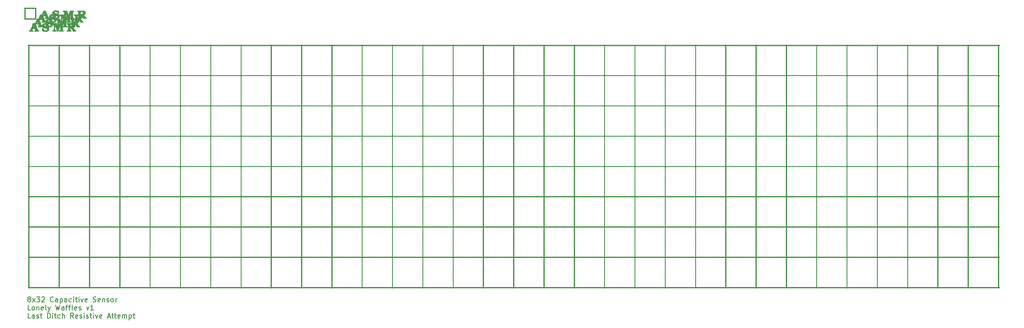
<source format=gto>
G04 #@! TF.GenerationSoftware,KiCad,Pcbnew,6.0.8+dfsg-1~bpo11+1*
G04 #@! TF.CreationDate,2023-03-24T18:53:16-04:00*
G04 #@! TF.ProjectId,captouch_sensor_diamond_large_gaps,63617074-6f75-4636-985f-73656e736f72,rev?*
G04 #@! TF.SameCoordinates,Original*
G04 #@! TF.FileFunction,Legend,Top*
G04 #@! TF.FilePolarity,Positive*
%FSLAX46Y46*%
G04 Gerber Fmt 4.6, Leading zero omitted, Abs format (unit mm)*
G04 Created by KiCad (PCBNEW 6.0.8+dfsg-1~bpo11+1) date 2023-03-24 18:53:16*
%MOMM*%
%LPD*%
G01*
G04 APERTURE LIST*
%ADD10C,0.150000*%
%ADD11C,0.010000*%
%ADD12C,0.250000*%
G04 APERTURE END LIST*
D10*
X63153452Y-106095952D02*
X63058214Y-106048333D01*
X63010595Y-106000714D01*
X62962976Y-105905476D01*
X62962976Y-105857857D01*
X63010595Y-105762619D01*
X63058214Y-105715000D01*
X63153452Y-105667380D01*
X63343928Y-105667380D01*
X63439166Y-105715000D01*
X63486785Y-105762619D01*
X63534404Y-105857857D01*
X63534404Y-105905476D01*
X63486785Y-106000714D01*
X63439166Y-106048333D01*
X63343928Y-106095952D01*
X63153452Y-106095952D01*
X63058214Y-106143571D01*
X63010595Y-106191190D01*
X62962976Y-106286428D01*
X62962976Y-106476904D01*
X63010595Y-106572142D01*
X63058214Y-106619761D01*
X63153452Y-106667380D01*
X63343928Y-106667380D01*
X63439166Y-106619761D01*
X63486785Y-106572142D01*
X63534404Y-106476904D01*
X63534404Y-106286428D01*
X63486785Y-106191190D01*
X63439166Y-106143571D01*
X63343928Y-106095952D01*
X63867738Y-106667380D02*
X64391547Y-106000714D01*
X63867738Y-106000714D02*
X64391547Y-106667380D01*
X64677261Y-105667380D02*
X65296309Y-105667380D01*
X64962976Y-106048333D01*
X65105833Y-106048333D01*
X65201071Y-106095952D01*
X65248690Y-106143571D01*
X65296309Y-106238809D01*
X65296309Y-106476904D01*
X65248690Y-106572142D01*
X65201071Y-106619761D01*
X65105833Y-106667380D01*
X64820119Y-106667380D01*
X64724880Y-106619761D01*
X64677261Y-106572142D01*
X65677261Y-105762619D02*
X65724880Y-105715000D01*
X65820119Y-105667380D01*
X66058214Y-105667380D01*
X66153452Y-105715000D01*
X66201071Y-105762619D01*
X66248690Y-105857857D01*
X66248690Y-105953095D01*
X66201071Y-106095952D01*
X65629642Y-106667380D01*
X66248690Y-106667380D01*
X68010595Y-106572142D02*
X67962976Y-106619761D01*
X67820119Y-106667380D01*
X67724880Y-106667380D01*
X67582023Y-106619761D01*
X67486785Y-106524523D01*
X67439166Y-106429285D01*
X67391547Y-106238809D01*
X67391547Y-106095952D01*
X67439166Y-105905476D01*
X67486785Y-105810238D01*
X67582023Y-105715000D01*
X67724880Y-105667380D01*
X67820119Y-105667380D01*
X67962976Y-105715000D01*
X68010595Y-105762619D01*
X68867738Y-106667380D02*
X68867738Y-106143571D01*
X68820119Y-106048333D01*
X68724880Y-106000714D01*
X68534404Y-106000714D01*
X68439166Y-106048333D01*
X68867738Y-106619761D02*
X68772500Y-106667380D01*
X68534404Y-106667380D01*
X68439166Y-106619761D01*
X68391547Y-106524523D01*
X68391547Y-106429285D01*
X68439166Y-106334047D01*
X68534404Y-106286428D01*
X68772500Y-106286428D01*
X68867738Y-106238809D01*
X69343928Y-106000714D02*
X69343928Y-107000714D01*
X69343928Y-106048333D02*
X69439166Y-106000714D01*
X69629642Y-106000714D01*
X69724880Y-106048333D01*
X69772500Y-106095952D01*
X69820119Y-106191190D01*
X69820119Y-106476904D01*
X69772500Y-106572142D01*
X69724880Y-106619761D01*
X69629642Y-106667380D01*
X69439166Y-106667380D01*
X69343928Y-106619761D01*
X70677261Y-106667380D02*
X70677261Y-106143571D01*
X70629642Y-106048333D01*
X70534404Y-106000714D01*
X70343928Y-106000714D01*
X70248690Y-106048333D01*
X70677261Y-106619761D02*
X70582023Y-106667380D01*
X70343928Y-106667380D01*
X70248690Y-106619761D01*
X70201071Y-106524523D01*
X70201071Y-106429285D01*
X70248690Y-106334047D01*
X70343928Y-106286428D01*
X70582023Y-106286428D01*
X70677261Y-106238809D01*
X71582023Y-106619761D02*
X71486785Y-106667380D01*
X71296309Y-106667380D01*
X71201071Y-106619761D01*
X71153452Y-106572142D01*
X71105833Y-106476904D01*
X71105833Y-106191190D01*
X71153452Y-106095952D01*
X71201071Y-106048333D01*
X71296309Y-106000714D01*
X71486785Y-106000714D01*
X71582023Y-106048333D01*
X72010595Y-106667380D02*
X72010595Y-106000714D01*
X72010595Y-105667380D02*
X71962976Y-105715000D01*
X72010595Y-105762619D01*
X72058214Y-105715000D01*
X72010595Y-105667380D01*
X72010595Y-105762619D01*
X72343928Y-106000714D02*
X72724880Y-106000714D01*
X72486785Y-105667380D02*
X72486785Y-106524523D01*
X72534404Y-106619761D01*
X72629642Y-106667380D01*
X72724880Y-106667380D01*
X73058214Y-106667380D02*
X73058214Y-106000714D01*
X73058214Y-105667380D02*
X73010595Y-105715000D01*
X73058214Y-105762619D01*
X73105833Y-105715000D01*
X73058214Y-105667380D01*
X73058214Y-105762619D01*
X73439166Y-106000714D02*
X73677261Y-106667380D01*
X73915357Y-106000714D01*
X74677261Y-106619761D02*
X74582023Y-106667380D01*
X74391547Y-106667380D01*
X74296309Y-106619761D01*
X74248690Y-106524523D01*
X74248690Y-106143571D01*
X74296309Y-106048333D01*
X74391547Y-106000714D01*
X74582023Y-106000714D01*
X74677261Y-106048333D01*
X74724880Y-106143571D01*
X74724880Y-106238809D01*
X74248690Y-106334047D01*
X75867738Y-106619761D02*
X76010595Y-106667380D01*
X76248690Y-106667380D01*
X76343928Y-106619761D01*
X76391547Y-106572142D01*
X76439166Y-106476904D01*
X76439166Y-106381666D01*
X76391547Y-106286428D01*
X76343928Y-106238809D01*
X76248690Y-106191190D01*
X76058214Y-106143571D01*
X75962976Y-106095952D01*
X75915357Y-106048333D01*
X75867738Y-105953095D01*
X75867738Y-105857857D01*
X75915357Y-105762619D01*
X75962976Y-105715000D01*
X76058214Y-105667380D01*
X76296309Y-105667380D01*
X76439166Y-105715000D01*
X77248690Y-106619761D02*
X77153452Y-106667380D01*
X76962976Y-106667380D01*
X76867738Y-106619761D01*
X76820119Y-106524523D01*
X76820119Y-106143571D01*
X76867738Y-106048333D01*
X76962976Y-106000714D01*
X77153452Y-106000714D01*
X77248690Y-106048333D01*
X77296309Y-106143571D01*
X77296309Y-106238809D01*
X76820119Y-106334047D01*
X77724880Y-106000714D02*
X77724880Y-106667380D01*
X77724880Y-106095952D02*
X77772500Y-106048333D01*
X77867738Y-106000714D01*
X78010595Y-106000714D01*
X78105833Y-106048333D01*
X78153452Y-106143571D01*
X78153452Y-106667380D01*
X78582023Y-106619761D02*
X78677261Y-106667380D01*
X78867738Y-106667380D01*
X78962976Y-106619761D01*
X79010595Y-106524523D01*
X79010595Y-106476904D01*
X78962976Y-106381666D01*
X78867738Y-106334047D01*
X78724880Y-106334047D01*
X78629642Y-106286428D01*
X78582023Y-106191190D01*
X78582023Y-106143571D01*
X78629642Y-106048333D01*
X78724880Y-106000714D01*
X78867738Y-106000714D01*
X78962976Y-106048333D01*
X79582023Y-106667380D02*
X79486785Y-106619761D01*
X79439166Y-106572142D01*
X79391547Y-106476904D01*
X79391547Y-106191190D01*
X79439166Y-106095952D01*
X79486785Y-106048333D01*
X79582023Y-106000714D01*
X79724880Y-106000714D01*
X79820119Y-106048333D01*
X79867738Y-106095952D01*
X79915357Y-106191190D01*
X79915357Y-106476904D01*
X79867738Y-106572142D01*
X79820119Y-106619761D01*
X79724880Y-106667380D01*
X79582023Y-106667380D01*
X80343928Y-106667380D02*
X80343928Y-106000714D01*
X80343928Y-106191190D02*
X80391547Y-106095952D01*
X80439166Y-106048333D01*
X80534404Y-106000714D01*
X80629642Y-106000714D01*
X63486785Y-108277380D02*
X63010595Y-108277380D01*
X63010595Y-107277380D01*
X63962976Y-108277380D02*
X63867738Y-108229761D01*
X63820119Y-108182142D01*
X63772500Y-108086904D01*
X63772500Y-107801190D01*
X63820119Y-107705952D01*
X63867738Y-107658333D01*
X63962976Y-107610714D01*
X64105833Y-107610714D01*
X64201071Y-107658333D01*
X64248690Y-107705952D01*
X64296309Y-107801190D01*
X64296309Y-108086904D01*
X64248690Y-108182142D01*
X64201071Y-108229761D01*
X64105833Y-108277380D01*
X63962976Y-108277380D01*
X64724880Y-107610714D02*
X64724880Y-108277380D01*
X64724880Y-107705952D02*
X64772500Y-107658333D01*
X64867738Y-107610714D01*
X65010595Y-107610714D01*
X65105833Y-107658333D01*
X65153452Y-107753571D01*
X65153452Y-108277380D01*
X66010595Y-108229761D02*
X65915357Y-108277380D01*
X65724880Y-108277380D01*
X65629642Y-108229761D01*
X65582023Y-108134523D01*
X65582023Y-107753571D01*
X65629642Y-107658333D01*
X65724880Y-107610714D01*
X65915357Y-107610714D01*
X66010595Y-107658333D01*
X66058214Y-107753571D01*
X66058214Y-107848809D01*
X65582023Y-107944047D01*
X66629642Y-108277380D02*
X66534404Y-108229761D01*
X66486785Y-108134523D01*
X66486785Y-107277380D01*
X66915357Y-107610714D02*
X67153452Y-108277380D01*
X67391547Y-107610714D02*
X67153452Y-108277380D01*
X67058214Y-108515476D01*
X67010595Y-108563095D01*
X66915357Y-108610714D01*
X68439166Y-107277380D02*
X68677261Y-108277380D01*
X68867738Y-107563095D01*
X69058214Y-108277380D01*
X69296309Y-107277380D01*
X70105833Y-108277380D02*
X70105833Y-107753571D01*
X70058214Y-107658333D01*
X69962976Y-107610714D01*
X69772500Y-107610714D01*
X69677261Y-107658333D01*
X70105833Y-108229761D02*
X70010595Y-108277380D01*
X69772500Y-108277380D01*
X69677261Y-108229761D01*
X69629642Y-108134523D01*
X69629642Y-108039285D01*
X69677261Y-107944047D01*
X69772500Y-107896428D01*
X70010595Y-107896428D01*
X70105833Y-107848809D01*
X70439166Y-107610714D02*
X70820119Y-107610714D01*
X70582023Y-108277380D02*
X70582023Y-107420238D01*
X70629642Y-107325000D01*
X70724880Y-107277380D01*
X70820119Y-107277380D01*
X71010595Y-107610714D02*
X71391547Y-107610714D01*
X71153452Y-108277380D02*
X71153452Y-107420238D01*
X71201071Y-107325000D01*
X71296309Y-107277380D01*
X71391547Y-107277380D01*
X71867738Y-108277380D02*
X71772500Y-108229761D01*
X71724880Y-108134523D01*
X71724880Y-107277380D01*
X72629642Y-108229761D02*
X72534404Y-108277380D01*
X72343928Y-108277380D01*
X72248690Y-108229761D01*
X72201071Y-108134523D01*
X72201071Y-107753571D01*
X72248690Y-107658333D01*
X72343928Y-107610714D01*
X72534404Y-107610714D01*
X72629642Y-107658333D01*
X72677261Y-107753571D01*
X72677261Y-107848809D01*
X72201071Y-107944047D01*
X73058214Y-108229761D02*
X73153452Y-108277380D01*
X73343928Y-108277380D01*
X73439166Y-108229761D01*
X73486785Y-108134523D01*
X73486785Y-108086904D01*
X73439166Y-107991666D01*
X73343928Y-107944047D01*
X73201071Y-107944047D01*
X73105833Y-107896428D01*
X73058214Y-107801190D01*
X73058214Y-107753571D01*
X73105833Y-107658333D01*
X73201071Y-107610714D01*
X73343928Y-107610714D01*
X73439166Y-107658333D01*
X74582023Y-107610714D02*
X74820119Y-108277380D01*
X75058214Y-107610714D01*
X75962976Y-108277380D02*
X75391547Y-108277380D01*
X75677261Y-108277380D02*
X75677261Y-107277380D01*
X75582023Y-107420238D01*
X75486785Y-107515476D01*
X75391547Y-107563095D01*
X63486785Y-109887380D02*
X63010595Y-109887380D01*
X63010595Y-108887380D01*
X64248690Y-109887380D02*
X64248690Y-109363571D01*
X64201071Y-109268333D01*
X64105833Y-109220714D01*
X63915357Y-109220714D01*
X63820119Y-109268333D01*
X64248690Y-109839761D02*
X64153452Y-109887380D01*
X63915357Y-109887380D01*
X63820119Y-109839761D01*
X63772500Y-109744523D01*
X63772500Y-109649285D01*
X63820119Y-109554047D01*
X63915357Y-109506428D01*
X64153452Y-109506428D01*
X64248690Y-109458809D01*
X64677261Y-109839761D02*
X64772500Y-109887380D01*
X64962976Y-109887380D01*
X65058214Y-109839761D01*
X65105833Y-109744523D01*
X65105833Y-109696904D01*
X65058214Y-109601666D01*
X64962976Y-109554047D01*
X64820119Y-109554047D01*
X64724880Y-109506428D01*
X64677261Y-109411190D01*
X64677261Y-109363571D01*
X64724880Y-109268333D01*
X64820119Y-109220714D01*
X64962976Y-109220714D01*
X65058214Y-109268333D01*
X65391547Y-109220714D02*
X65772500Y-109220714D01*
X65534404Y-108887380D02*
X65534404Y-109744523D01*
X65582023Y-109839761D01*
X65677261Y-109887380D01*
X65772500Y-109887380D01*
X66867738Y-109887380D02*
X66867738Y-108887380D01*
X67105833Y-108887380D01*
X67248690Y-108935000D01*
X67343928Y-109030238D01*
X67391547Y-109125476D01*
X67439166Y-109315952D01*
X67439166Y-109458809D01*
X67391547Y-109649285D01*
X67343928Y-109744523D01*
X67248690Y-109839761D01*
X67105833Y-109887380D01*
X66867738Y-109887380D01*
X67867738Y-109887380D02*
X67867738Y-109220714D01*
X67867738Y-108887380D02*
X67820119Y-108935000D01*
X67867738Y-108982619D01*
X67915357Y-108935000D01*
X67867738Y-108887380D01*
X67867738Y-108982619D01*
X68201071Y-109220714D02*
X68582023Y-109220714D01*
X68343928Y-108887380D02*
X68343928Y-109744523D01*
X68391547Y-109839761D01*
X68486785Y-109887380D01*
X68582023Y-109887380D01*
X69343928Y-109839761D02*
X69248690Y-109887380D01*
X69058214Y-109887380D01*
X68962976Y-109839761D01*
X68915357Y-109792142D01*
X68867738Y-109696904D01*
X68867738Y-109411190D01*
X68915357Y-109315952D01*
X68962976Y-109268333D01*
X69058214Y-109220714D01*
X69248690Y-109220714D01*
X69343928Y-109268333D01*
X69772500Y-109887380D02*
X69772500Y-108887380D01*
X70201071Y-109887380D02*
X70201071Y-109363571D01*
X70153452Y-109268333D01*
X70058214Y-109220714D01*
X69915357Y-109220714D01*
X69820119Y-109268333D01*
X69772500Y-109315952D01*
X72010595Y-109887380D02*
X71677261Y-109411190D01*
X71439166Y-109887380D02*
X71439166Y-108887380D01*
X71820119Y-108887380D01*
X71915357Y-108935000D01*
X71962976Y-108982619D01*
X72010595Y-109077857D01*
X72010595Y-109220714D01*
X71962976Y-109315952D01*
X71915357Y-109363571D01*
X71820119Y-109411190D01*
X71439166Y-109411190D01*
X72820119Y-109839761D02*
X72724880Y-109887380D01*
X72534404Y-109887380D01*
X72439166Y-109839761D01*
X72391547Y-109744523D01*
X72391547Y-109363571D01*
X72439166Y-109268333D01*
X72534404Y-109220714D01*
X72724880Y-109220714D01*
X72820119Y-109268333D01*
X72867738Y-109363571D01*
X72867738Y-109458809D01*
X72391547Y-109554047D01*
X73248690Y-109839761D02*
X73343928Y-109887380D01*
X73534404Y-109887380D01*
X73629642Y-109839761D01*
X73677261Y-109744523D01*
X73677261Y-109696904D01*
X73629642Y-109601666D01*
X73534404Y-109554047D01*
X73391547Y-109554047D01*
X73296309Y-109506428D01*
X73248690Y-109411190D01*
X73248690Y-109363571D01*
X73296309Y-109268333D01*
X73391547Y-109220714D01*
X73534404Y-109220714D01*
X73629642Y-109268333D01*
X74105833Y-109887380D02*
X74105833Y-109220714D01*
X74105833Y-108887380D02*
X74058214Y-108935000D01*
X74105833Y-108982619D01*
X74153452Y-108935000D01*
X74105833Y-108887380D01*
X74105833Y-108982619D01*
X74534404Y-109839761D02*
X74629642Y-109887380D01*
X74820119Y-109887380D01*
X74915357Y-109839761D01*
X74962976Y-109744523D01*
X74962976Y-109696904D01*
X74915357Y-109601666D01*
X74820119Y-109554047D01*
X74677261Y-109554047D01*
X74582023Y-109506428D01*
X74534404Y-109411190D01*
X74534404Y-109363571D01*
X74582023Y-109268333D01*
X74677261Y-109220714D01*
X74820119Y-109220714D01*
X74915357Y-109268333D01*
X75248690Y-109220714D02*
X75629642Y-109220714D01*
X75391547Y-108887380D02*
X75391547Y-109744523D01*
X75439166Y-109839761D01*
X75534404Y-109887380D01*
X75629642Y-109887380D01*
X75962976Y-109887380D02*
X75962976Y-109220714D01*
X75962976Y-108887380D02*
X75915357Y-108935000D01*
X75962976Y-108982619D01*
X76010595Y-108935000D01*
X75962976Y-108887380D01*
X75962976Y-108982619D01*
X76343928Y-109220714D02*
X76582023Y-109887380D01*
X76820119Y-109220714D01*
X77582023Y-109839761D02*
X77486785Y-109887380D01*
X77296309Y-109887380D01*
X77201071Y-109839761D01*
X77153452Y-109744523D01*
X77153452Y-109363571D01*
X77201071Y-109268333D01*
X77296309Y-109220714D01*
X77486785Y-109220714D01*
X77582023Y-109268333D01*
X77629642Y-109363571D01*
X77629642Y-109458809D01*
X77153452Y-109554047D01*
X78772500Y-109601666D02*
X79248690Y-109601666D01*
X78677261Y-109887380D02*
X79010595Y-108887380D01*
X79343928Y-109887380D01*
X79534404Y-109220714D02*
X79915357Y-109220714D01*
X79677261Y-108887380D02*
X79677261Y-109744523D01*
X79724880Y-109839761D01*
X79820119Y-109887380D01*
X79915357Y-109887380D01*
X80105833Y-109220714D02*
X80486785Y-109220714D01*
X80248690Y-108887380D02*
X80248690Y-109744523D01*
X80296309Y-109839761D01*
X80391547Y-109887380D01*
X80486785Y-109887380D01*
X81201071Y-109839761D02*
X81105833Y-109887380D01*
X80915357Y-109887380D01*
X80820119Y-109839761D01*
X80772500Y-109744523D01*
X80772500Y-109363571D01*
X80820119Y-109268333D01*
X80915357Y-109220714D01*
X81105833Y-109220714D01*
X81201071Y-109268333D01*
X81248690Y-109363571D01*
X81248690Y-109458809D01*
X80772500Y-109554047D01*
X81677261Y-109887380D02*
X81677261Y-109220714D01*
X81677261Y-109315952D02*
X81724880Y-109268333D01*
X81820119Y-109220714D01*
X81962976Y-109220714D01*
X82058214Y-109268333D01*
X82105833Y-109363571D01*
X82105833Y-109887380D01*
X82105833Y-109363571D02*
X82153452Y-109268333D01*
X82248690Y-109220714D01*
X82391547Y-109220714D01*
X82486785Y-109268333D01*
X82534404Y-109363571D01*
X82534404Y-109887380D01*
X83010595Y-109220714D02*
X83010595Y-110220714D01*
X83010595Y-109268333D02*
X83105833Y-109220714D01*
X83296309Y-109220714D01*
X83391547Y-109268333D01*
X83439166Y-109315952D01*
X83486785Y-109411190D01*
X83486785Y-109696904D01*
X83439166Y-109792142D01*
X83391547Y-109839761D01*
X83296309Y-109887380D01*
X83105833Y-109887380D01*
X83010595Y-109839761D01*
X83772500Y-109220714D02*
X84153452Y-109220714D01*
X83915357Y-108887380D02*
X83915357Y-109744523D01*
X83962976Y-109839761D01*
X84058214Y-109887380D01*
X84153452Y-109887380D01*
G36*
X66510302Y-50840591D02*
G01*
X66536199Y-50791058D01*
X66559275Y-50756010D01*
X66574439Y-50736955D01*
X66593729Y-50715751D01*
X66615650Y-50693827D01*
X66638705Y-50672615D01*
X66661398Y-50653546D01*
X66682233Y-50638050D01*
X66683495Y-50637196D01*
X66733272Y-50607476D01*
X66787501Y-50582083D01*
X66845322Y-50561313D01*
X66905877Y-50545467D01*
X66968304Y-50534842D01*
X66983005Y-50533151D01*
X67003515Y-50531626D01*
X67028379Y-50530761D01*
X67056108Y-50530518D01*
X67085212Y-50530859D01*
X67114204Y-50531748D01*
X67141593Y-50533148D01*
X67165891Y-50535022D01*
X67185610Y-50537332D01*
X67191787Y-50538352D01*
X67243135Y-50549263D01*
X67291567Y-50562362D01*
X67336290Y-50577363D01*
X67376510Y-50593981D01*
X67411436Y-50611932D01*
X67431152Y-50624338D01*
X67438002Y-50628087D01*
X67442426Y-50628775D01*
X67442702Y-50628583D01*
X67444721Y-50624713D01*
X67448433Y-50616006D01*
X67453248Y-50603886D01*
X67456988Y-50594058D01*
X67458963Y-50588776D01*
X67623435Y-50588776D01*
X67624449Y-50592712D01*
X67627353Y-50602297D01*
X67631940Y-50616906D01*
X67638006Y-50635911D01*
X67645342Y-50658688D01*
X67653744Y-50684609D01*
X67663005Y-50713049D01*
X67672918Y-50743381D01*
X67683278Y-50774980D01*
X67693878Y-50807219D01*
X67704513Y-50839471D01*
X67714975Y-50871112D01*
X67725059Y-50901514D01*
X67734559Y-50930052D01*
X67743268Y-50956099D01*
X67750979Y-50979030D01*
X67757488Y-50998217D01*
X67762587Y-51013035D01*
X67766071Y-51022858D01*
X67767733Y-51027060D01*
X67767812Y-51027166D01*
X67773298Y-51029209D01*
X67783955Y-51031927D01*
X67798353Y-51035048D01*
X67815065Y-51038297D01*
X67832662Y-51041401D01*
X67849718Y-51044085D01*
X67864804Y-51046076D01*
X67868403Y-51046464D01*
X67894225Y-51048047D01*
X67923376Y-51048148D01*
X67953446Y-51046876D01*
X67982027Y-51044337D01*
X68006709Y-51040641D01*
X68009188Y-51040146D01*
X68050727Y-51029125D01*
X68088386Y-51014112D01*
X68121784Y-50995431D01*
X68150543Y-50973403D01*
X68174282Y-50948350D01*
X68192622Y-50920594D01*
X68205184Y-50890456D01*
X68210057Y-50869824D01*
X68212795Y-50841384D01*
X68210725Y-50815851D01*
X68203603Y-50792933D01*
X68191183Y-50772339D01*
X68173217Y-50753779D01*
X68149461Y-50736962D01*
X68119668Y-50721597D01*
X68083593Y-50707394D01*
X68068220Y-50702252D01*
X68059376Y-50699619D01*
X68045336Y-50695702D01*
X68026732Y-50690661D01*
X68004196Y-50684657D01*
X67978360Y-50677853D01*
X67949856Y-50670409D01*
X67919316Y-50662486D01*
X67887371Y-50654245D01*
X67854654Y-50645849D01*
X67821796Y-50637457D01*
X67789430Y-50629232D01*
X67758187Y-50621334D01*
X67728699Y-50613925D01*
X67701599Y-50607165D01*
X67677517Y-50601217D01*
X67657086Y-50596241D01*
X67640938Y-50592398D01*
X67629705Y-50589850D01*
X67624018Y-50588759D01*
X67623435Y-50588776D01*
X67458963Y-50588776D01*
X67469082Y-50561724D01*
X67493766Y-50560627D01*
X67518449Y-50559529D01*
X67478454Y-50545377D01*
X67425458Y-50524109D01*
X67378189Y-50499742D01*
X67336347Y-50472027D01*
X67299633Y-50440717D01*
X67267749Y-50405562D01*
X67240394Y-50366314D01*
X67221632Y-50331927D01*
X67202587Y-50285467D01*
X67189169Y-50236289D01*
X67181349Y-50185202D01*
X67179100Y-50133015D01*
X67182391Y-50080536D01*
X67191195Y-50028574D01*
X67194048Y-50018462D01*
X67545112Y-50018462D01*
X67545433Y-50034479D01*
X67546663Y-50046128D01*
X67549199Y-50055689D01*
X67553287Y-50065122D01*
X67564452Y-50082974D01*
X67579888Y-50099346D01*
X67599949Y-50114417D01*
X67624990Y-50128366D01*
X67655367Y-50141372D01*
X67691434Y-50153615D01*
X67733547Y-50165273D01*
X67768348Y-50173525D01*
X67791420Y-50178632D01*
X67808774Y-50182338D01*
X67821178Y-50184767D01*
X67829401Y-50186048D01*
X67834212Y-50186306D01*
X67836382Y-50185669D01*
X67836741Y-50184778D01*
X67835749Y-50181406D01*
X67832953Y-50172524D01*
X67828621Y-50158958D01*
X67823021Y-50141535D01*
X67816421Y-50121079D01*
X67809090Y-50098417D01*
X67801296Y-50074375D01*
X67793307Y-50049778D01*
X67785391Y-50025453D01*
X67777817Y-50002224D01*
X67770853Y-49980918D01*
X67764767Y-49962361D01*
X67759827Y-49947379D01*
X67756301Y-49936796D01*
X67754459Y-49931440D01*
X67754407Y-49931301D01*
X67757025Y-49928995D01*
X67765708Y-49924941D01*
X67780126Y-49919269D01*
X67799948Y-49912107D01*
X67824843Y-49903584D01*
X67831425Y-49901387D01*
X67852816Y-49894162D01*
X67871795Y-49887529D01*
X67886268Y-49882255D01*
X67940060Y-49882255D01*
X67941907Y-49887211D01*
X67947073Y-49896742D01*
X67955000Y-49910001D01*
X67965126Y-49926144D01*
X67976893Y-49944323D01*
X67989740Y-49963693D01*
X68003108Y-49983408D01*
X68016436Y-50002623D01*
X68029166Y-50020491D01*
X68040736Y-50036167D01*
X68048965Y-50046792D01*
X68094604Y-50099111D01*
X68143143Y-50145479D01*
X68194537Y-50185866D01*
X68248740Y-50220243D01*
X68305708Y-50248581D01*
X68365395Y-50270849D01*
X68416927Y-50284693D01*
X68465720Y-50293367D01*
X68514864Y-50297822D01*
X68562816Y-50298018D01*
X68608035Y-50293915D01*
X68629106Y-50290245D01*
X68670646Y-50279223D01*
X68708305Y-50264211D01*
X68741703Y-50245530D01*
X68770461Y-50223502D01*
X68794201Y-50198449D01*
X68812541Y-50170692D01*
X68825103Y-50140555D01*
X68829976Y-50119922D01*
X68832707Y-50091415D01*
X68830600Y-50065816D01*
X68823412Y-50042839D01*
X68810903Y-50022198D01*
X68792830Y-50003607D01*
X68768951Y-49986781D01*
X68739026Y-49971433D01*
X68702812Y-49957279D01*
X68688295Y-49952455D01*
X68677541Y-49949215D01*
X68662123Y-49944843D01*
X68642830Y-49939541D01*
X68620454Y-49933513D01*
X68595786Y-49926963D01*
X68569615Y-49920094D01*
X68542733Y-49913108D01*
X68515930Y-49906211D01*
X68489996Y-49899605D01*
X68465723Y-49893493D01*
X68443901Y-49888079D01*
X68425320Y-49883566D01*
X68410771Y-49880158D01*
X68401046Y-49878059D01*
X68396933Y-49877471D01*
X68396893Y-49877483D01*
X68397357Y-49880760D01*
X68399700Y-49889691D01*
X68403718Y-49903599D01*
X68409206Y-49921807D01*
X68415958Y-49943637D01*
X68423770Y-49968414D01*
X68432436Y-49995458D01*
X68435562Y-50005117D01*
X68444541Y-50032831D01*
X68452840Y-50058533D01*
X68460242Y-50081540D01*
X68466527Y-50101169D01*
X68471478Y-50116737D01*
X68474875Y-50127562D01*
X68476500Y-50132959D01*
X68476610Y-50133434D01*
X68473629Y-50134972D01*
X68465370Y-50138416D01*
X68452818Y-50143398D01*
X68436960Y-50149546D01*
X68418782Y-50156491D01*
X68399271Y-50163863D01*
X68379413Y-50171293D01*
X68360194Y-50178410D01*
X68342601Y-50184844D01*
X68327620Y-50190226D01*
X68316237Y-50194186D01*
X68309439Y-50196354D01*
X68308034Y-50196649D01*
X68305103Y-50194059D01*
X68299028Y-50187000D01*
X68290568Y-50176411D01*
X68280481Y-50163227D01*
X68275016Y-50155888D01*
X68251656Y-50124587D01*
X68231084Y-50097847D01*
X68212447Y-50074645D01*
X68194891Y-50053959D01*
X68177565Y-50034766D01*
X68159616Y-50016044D01*
X68151970Y-50008358D01*
X68123955Y-49981909D01*
X68097012Y-49959811D01*
X68069043Y-49940550D01*
X68037953Y-49922614D01*
X68021365Y-49914060D01*
X68006161Y-49906765D01*
X67990250Y-49899651D01*
X67974776Y-49893163D01*
X67960879Y-49887749D01*
X67949704Y-49883855D01*
X67942393Y-49881929D01*
X67940060Y-49882255D01*
X67886268Y-49882255D01*
X67887542Y-49881791D01*
X67899241Y-49877254D01*
X67906070Y-49874222D01*
X67907479Y-49873085D01*
X67901811Y-49870605D01*
X67890404Y-49867870D01*
X67874174Y-49865042D01*
X67854033Y-49862284D01*
X67833911Y-49860053D01*
X67792848Y-49858151D01*
X67752145Y-49860457D01*
X67712745Y-49866711D01*
X67675589Y-49876654D01*
X67641618Y-49890029D01*
X67611774Y-49906575D01*
X67586998Y-49926035D01*
X67584282Y-49928682D01*
X67567300Y-49947566D01*
X67555680Y-49965548D01*
X67548664Y-49984366D01*
X67545493Y-50005757D01*
X67545112Y-50018462D01*
X67194048Y-50018462D01*
X67205483Y-49977938D01*
X67225225Y-49929438D01*
X67236754Y-49906929D01*
X67259088Y-49871248D01*
X67286548Y-49835480D01*
X67317776Y-49801094D01*
X67351415Y-49769559D01*
X67386109Y-49742343D01*
X67393402Y-49737314D01*
X67440763Y-49708932D01*
X67492639Y-49684207D01*
X67547631Y-49663714D01*
X67604343Y-49648033D01*
X67615103Y-49645665D01*
X67647796Y-49639442D01*
X67679372Y-49634958D01*
X67711601Y-49632072D01*
X67746252Y-49630641D01*
X67785095Y-49630521D01*
X67799743Y-49630757D01*
X67869175Y-49632159D01*
X67859630Y-49616646D01*
X67839420Y-49578532D01*
X67822783Y-49536281D01*
X67810281Y-49491707D01*
X67802480Y-49446621D01*
X67800682Y-49427115D01*
X67799708Y-49368073D01*
X67804785Y-49311743D01*
X67815969Y-49257927D01*
X67833314Y-49206426D01*
X67856874Y-49157044D01*
X67886704Y-49109583D01*
X67889100Y-49106227D01*
X67904265Y-49087172D01*
X67923555Y-49065967D01*
X67945476Y-49044043D01*
X67968530Y-49022831D01*
X67991223Y-49003762D01*
X68012059Y-48988267D01*
X68013321Y-48987412D01*
X68063098Y-48957693D01*
X68117326Y-48932299D01*
X68175148Y-48911530D01*
X68235702Y-48895683D01*
X68298130Y-48885059D01*
X68312830Y-48883367D01*
X68333340Y-48881843D01*
X68358204Y-48880978D01*
X68385933Y-48880734D01*
X68415038Y-48881076D01*
X68444029Y-48881965D01*
X68471418Y-48883365D01*
X68495717Y-48885238D01*
X68515435Y-48887548D01*
X68521613Y-48888568D01*
X68572961Y-48899480D01*
X68621393Y-48912578D01*
X68666115Y-48927579D01*
X68706336Y-48944197D01*
X68741261Y-48962148D01*
X68760978Y-48974554D01*
X68767828Y-48978304D01*
X68772252Y-48978992D01*
X68772527Y-48978800D01*
X68774547Y-48974930D01*
X68778262Y-48966224D01*
X68783081Y-48954105D01*
X68786825Y-48944274D01*
X68798930Y-48911940D01*
X68944100Y-48911940D01*
X69020337Y-49146818D01*
X69032668Y-49184832D01*
X69044379Y-49220985D01*
X69055311Y-49254779D01*
X69065302Y-49285716D01*
X69074193Y-49313297D01*
X69081823Y-49337026D01*
X69088032Y-49356404D01*
X69092659Y-49370934D01*
X69095545Y-49380117D01*
X69096529Y-49383454D01*
X69093548Y-49385005D01*
X69085289Y-49388462D01*
X69072738Y-49393457D01*
X69056881Y-49399618D01*
X69038704Y-49406574D01*
X69019193Y-49413957D01*
X68999335Y-49421395D01*
X68980116Y-49428518D01*
X68962522Y-49434956D01*
X68947540Y-49440339D01*
X68936155Y-49444296D01*
X68929355Y-49446457D01*
X68927953Y-49446748D01*
X68925021Y-49444157D01*
X68918946Y-49437099D01*
X68910486Y-49426509D01*
X68900400Y-49413325D01*
X68894935Y-49405986D01*
X68857724Y-49357005D01*
X68822859Y-49314089D01*
X68790221Y-49277110D01*
X68759691Y-49245941D01*
X68731150Y-49220454D01*
X68704480Y-49200520D01*
X68702943Y-49199502D01*
X68654881Y-49171062D01*
X68605453Y-49147835D01*
X68555220Y-49129895D01*
X68504743Y-49117311D01*
X68454580Y-49110156D01*
X68405294Y-49108502D01*
X68357445Y-49112419D01*
X68311592Y-49121979D01*
X68268297Y-49137254D01*
X68256773Y-49142534D01*
X68228574Y-49158836D01*
X68204524Y-49178245D01*
X68185492Y-49199954D01*
X68174117Y-49219171D01*
X68169502Y-49230038D01*
X68166750Y-49239954D01*
X68165411Y-49251372D01*
X68165033Y-49266746D01*
X68165031Y-49268560D01*
X68165352Y-49284577D01*
X68166581Y-49296226D01*
X68169118Y-49305787D01*
X68173205Y-49315221D01*
X68183210Y-49331733D01*
X68196547Y-49346824D01*
X68213650Y-49360704D01*
X68234953Y-49373583D01*
X68260890Y-49385672D01*
X68291896Y-49397181D01*
X68328404Y-49408321D01*
X68370849Y-49419303D01*
X68403046Y-49426726D01*
X68434769Y-49433977D01*
X68470669Y-49442580D01*
X68509862Y-49452298D01*
X68551464Y-49462891D01*
X68594593Y-49474119D01*
X68638364Y-49485743D01*
X68681894Y-49497524D01*
X68724300Y-49509223D01*
X68764698Y-49520600D01*
X68802204Y-49531417D01*
X68835935Y-49541433D01*
X68865008Y-49550410D01*
X68888538Y-49558108D01*
X68889936Y-49558587D01*
X68944568Y-49579891D01*
X68993437Y-49604345D01*
X69036713Y-49632062D01*
X69074568Y-49663156D01*
X69107173Y-49697743D01*
X69116852Y-49709999D01*
X69129701Y-49729084D01*
X69143087Y-49752516D01*
X69155962Y-49778166D01*
X69167279Y-49803906D01*
X69175990Y-49827608D01*
X69178016Y-49834270D01*
X69189396Y-49885512D01*
X69195253Y-49939137D01*
X69195611Y-49993830D01*
X69190495Y-50048278D01*
X69179929Y-50101167D01*
X69172605Y-50126632D01*
X69151833Y-50180941D01*
X69125362Y-50232074D01*
X69093457Y-50279834D01*
X69056381Y-50324027D01*
X69014399Y-50364456D01*
X68967774Y-50400925D01*
X68916771Y-50433238D01*
X68861654Y-50461198D01*
X68802687Y-50484611D01*
X68740133Y-50503280D01*
X68674258Y-50517008D01*
X68640095Y-50521966D01*
X68620457Y-50524020D01*
X68599053Y-50525629D01*
X68579135Y-50526573D01*
X68569735Y-50526729D01*
X68537576Y-50526729D01*
X68548562Y-50555977D01*
X68558025Y-50583362D01*
X68565068Y-50609346D01*
X68569968Y-50635657D01*
X68573004Y-50664024D01*
X68574453Y-50696176D01*
X68574677Y-50718370D01*
X68574234Y-50751648D01*
X68572736Y-50780086D01*
X68569935Y-50805463D01*
X68565585Y-50829554D01*
X68559439Y-50854137D01*
X68552709Y-50876461D01*
X68531931Y-50930791D01*
X68505455Y-50981942D01*
X68473545Y-51029717D01*
X68436466Y-51073921D01*
X68394481Y-51114358D01*
X68347853Y-51150833D01*
X68296845Y-51183149D01*
X68241722Y-51211111D01*
X68182746Y-51234524D01*
X68120182Y-51253191D01*
X68054292Y-51266918D01*
X68020177Y-51271868D01*
X67998837Y-51273875D01*
X67972643Y-51275323D01*
X67943382Y-51276201D01*
X67912843Y-51276498D01*
X67882815Y-51276203D01*
X67855086Y-51275304D01*
X67831444Y-51273791D01*
X67824111Y-51273075D01*
X67774549Y-51265986D01*
X67724815Y-51255754D01*
X67676094Y-51242760D01*
X67629569Y-51227384D01*
X67586428Y-51210005D01*
X67547852Y-51191005D01*
X67523833Y-51176704D01*
X67513410Y-51170455D01*
X67505111Y-51166445D01*
X67500457Y-51165389D01*
X67500099Y-51165594D01*
X67497543Y-51170660D01*
X67495576Y-51177116D01*
X67495004Y-51180332D01*
X67495554Y-51182996D01*
X67498064Y-51185541D01*
X67503369Y-51188399D01*
X67512307Y-51192000D01*
X67525714Y-51196779D01*
X67544426Y-51203165D01*
X67549059Y-51204734D01*
X67601582Y-51224402D01*
X67648135Y-51245915D01*
X67689239Y-51269615D01*
X67725418Y-51295842D01*
X67757195Y-51324936D01*
X67785091Y-51357239D01*
X67787027Y-51359782D01*
X67799598Y-51378438D01*
X67812794Y-51401445D01*
X67825574Y-51426699D01*
X67836897Y-51452096D01*
X67845723Y-51475535D01*
X67848141Y-51483270D01*
X67856383Y-51511599D01*
X67856561Y-51470771D01*
X67856738Y-51429943D01*
X68586332Y-51429943D01*
X68621270Y-51537429D01*
X68630598Y-51566139D01*
X68641471Y-51599623D01*
X68653382Y-51636316D01*
X68665820Y-51674649D01*
X68678279Y-51713056D01*
X68690249Y-51749971D01*
X68699913Y-51779784D01*
X68709223Y-51808427D01*
X68717940Y-51835076D01*
X68725844Y-51859069D01*
X68732713Y-51879743D01*
X68738326Y-51896436D01*
X68742463Y-51908483D01*
X68744903Y-51915223D01*
X68745447Y-51916433D01*
X68748424Y-51915096D01*
X68754420Y-51909861D01*
X68761693Y-51902339D01*
X68772262Y-51888571D01*
X68780087Y-51872950D01*
X68785815Y-51853853D01*
X68789824Y-51831557D01*
X68790321Y-51824653D01*
X68790782Y-51811278D01*
X68791206Y-51791626D01*
X68791592Y-51765891D01*
X68791939Y-51734270D01*
X68792245Y-51696955D01*
X68792509Y-51654141D01*
X68792729Y-51606023D01*
X68792905Y-51552796D01*
X68793034Y-51494654D01*
X68793116Y-51431791D01*
X68793149Y-51364402D01*
X68793150Y-51353287D01*
X68793125Y-51285196D01*
X68793051Y-51221601D01*
X68792929Y-51162695D01*
X68792760Y-51108674D01*
X68792547Y-51059731D01*
X68792290Y-51016061D01*
X68791990Y-50977859D01*
X68791650Y-50945320D01*
X68791599Y-50941674D01*
X69023729Y-50941674D01*
X69024532Y-51384949D01*
X69024648Y-51450204D01*
X69024758Y-51509137D01*
X69024875Y-51562096D01*
X69025014Y-51609425D01*
X69025188Y-51651469D01*
X69025411Y-51688573D01*
X69025698Y-51721083D01*
X69026061Y-51749345D01*
X69026516Y-51773702D01*
X69027075Y-51794501D01*
X69027753Y-51812087D01*
X69028564Y-51826805D01*
X69029521Y-51839001D01*
X69030639Y-51849019D01*
X69031932Y-51857205D01*
X69033413Y-51863904D01*
X69035096Y-51869461D01*
X69036995Y-51874223D01*
X69039124Y-51878532D01*
X69041497Y-51882737D01*
X69044129Y-51887180D01*
X69044818Y-51888351D01*
X69050848Y-51897091D01*
X69058256Y-51905784D01*
X69065451Y-51912765D01*
X69070844Y-51916368D01*
X69071750Y-51916546D01*
X69072937Y-51913471D01*
X69076049Y-51904594D01*
X69080908Y-51890439D01*
X69087339Y-51871532D01*
X69095163Y-51848395D01*
X69104204Y-51821554D01*
X69114284Y-51791532D01*
X69125227Y-51758853D01*
X69136855Y-51724042D01*
X69141494Y-51710131D01*
X69210299Y-51503716D01*
X69126288Y-51250632D01*
X69540485Y-51250632D01*
X69540521Y-51250800D01*
X69541869Y-51254963D01*
X69544976Y-51264612D01*
X69549565Y-51278885D01*
X69555360Y-51296922D01*
X69562082Y-51317859D01*
X69569457Y-51340838D01*
X69569976Y-51342455D01*
X69598046Y-51429943D01*
X69674908Y-51429943D01*
X69705415Y-51338289D01*
X69735922Y-51246634D01*
X69637529Y-51246634D01*
X69608241Y-51246691D01*
X69585047Y-51246879D01*
X69567375Y-51247221D01*
X69554654Y-51247743D01*
X69546312Y-51248470D01*
X69541780Y-51249424D01*
X69540485Y-51250632D01*
X69126288Y-51250632D01*
X69023729Y-50941674D01*
X68791599Y-50941674D01*
X68791270Y-50918637D01*
X68790852Y-50898005D01*
X68790396Y-50883619D01*
X68789905Y-50875673D01*
X68789824Y-50875016D01*
X68785425Y-50851053D01*
X68779518Y-50832116D01*
X68771495Y-50816626D01*
X68762985Y-50805475D01*
X68747536Y-50791789D01*
X68727012Y-50780239D01*
X68701084Y-50770708D01*
X68669425Y-50763083D01*
X68631708Y-50757248D01*
X68622471Y-50756183D01*
X68586642Y-50752279D01*
X68586642Y-50560057D01*
X69316208Y-50560057D01*
X69352763Y-50672543D01*
X69363491Y-50705571D01*
X69375539Y-50742683D01*
X69388245Y-50781846D01*
X69400950Y-50821025D01*
X69412995Y-50858186D01*
X69423719Y-50891294D01*
X69424923Y-50895014D01*
X69433339Y-50920866D01*
X69441193Y-50944713D01*
X69448230Y-50965807D01*
X69454199Y-50983404D01*
X69458848Y-50996757D01*
X69461923Y-51005120D01*
X69463094Y-51007731D01*
X69466621Y-51007329D01*
X69472117Y-51002383D01*
X69478527Y-50994293D01*
X69484798Y-50984456D01*
X69489876Y-50974270D01*
X69491439Y-50970109D01*
X69494554Y-50958641D01*
X69497657Y-50944024D01*
X69499731Y-50931675D01*
X69500227Y-50924771D01*
X69500688Y-50911396D01*
X69501113Y-50891744D01*
X69501499Y-50866010D01*
X69501846Y-50834388D01*
X69502152Y-50797073D01*
X69502416Y-50754259D01*
X69502636Y-50706141D01*
X69502812Y-50652914D01*
X69502941Y-50594772D01*
X69503023Y-50531909D01*
X69503032Y-50513461D01*
X69733527Y-50513461D01*
X69733568Y-50568012D01*
X69733658Y-50619997D01*
X69733795Y-50669022D01*
X69733977Y-50714692D01*
X69734201Y-50756614D01*
X69734464Y-50794393D01*
X69734764Y-50827635D01*
X69735099Y-50855946D01*
X69735465Y-50878932D01*
X69735860Y-50896198D01*
X69736282Y-50907350D01*
X69736458Y-50910012D01*
X69739852Y-50939662D01*
X69744846Y-50963651D01*
X69751856Y-50982874D01*
X69761297Y-50998228D01*
X69773583Y-51010610D01*
X69787270Y-51019871D01*
X69796805Y-51025196D01*
X69803837Y-51028855D01*
X69806515Y-51029965D01*
X69807843Y-51026897D01*
X69811078Y-51018049D01*
X69816033Y-51003967D01*
X69822522Y-50985199D01*
X69830357Y-50962291D01*
X69839350Y-50935790D01*
X69849315Y-50906245D01*
X69860064Y-50874202D01*
X69871332Y-50840445D01*
X69934450Y-50650894D01*
X69923745Y-50616308D01*
X69921053Y-50607842D01*
X69916435Y-50593591D01*
X69910070Y-50574094D01*
X69902134Y-50549892D01*
X69892806Y-50521524D01*
X69884637Y-50496732D01*
X70297010Y-50496732D01*
X70307439Y-50528395D01*
X70317868Y-50560057D01*
X70374954Y-50560057D01*
X70385383Y-50528395D01*
X70395813Y-50496732D01*
X70297010Y-50496732D01*
X69884637Y-50496732D01*
X69882263Y-50489531D01*
X69870683Y-50454452D01*
X69858245Y-50416826D01*
X69845125Y-50377195D01*
X69831502Y-50336097D01*
X69823425Y-50311757D01*
X69733812Y-50041792D01*
X69733538Y-50456738D01*
X69733527Y-50513461D01*
X69503032Y-50513461D01*
X69503056Y-50464520D01*
X69503056Y-50453405D01*
X69503031Y-50385314D01*
X69502957Y-50321719D01*
X69502835Y-50262813D01*
X69502667Y-50208792D01*
X69502454Y-50159849D01*
X69502197Y-50116179D01*
X69501897Y-50077977D01*
X69501557Y-50045438D01*
X69501177Y-50018755D01*
X69500758Y-49998123D01*
X69500303Y-49983737D01*
X69499812Y-49975791D01*
X69499731Y-49975134D01*
X69495331Y-49951171D01*
X69489425Y-49932234D01*
X69481401Y-49916744D01*
X69472892Y-49905593D01*
X69457443Y-49891907D01*
X69436918Y-49880357D01*
X69410990Y-49870826D01*
X69379332Y-49863201D01*
X69341615Y-49857366D01*
X69332378Y-49856301D01*
X69296549Y-49852397D01*
X69296549Y-49660176D01*
X70026115Y-49660176D01*
X70063143Y-49774327D01*
X70072239Y-49802335D01*
X70081181Y-49829805D01*
X70089639Y-49855727D01*
X70097282Y-49879088D01*
X70103780Y-49898879D01*
X70108801Y-49914087D01*
X70111375Y-49921808D01*
X70122581Y-49955137D01*
X70122687Y-49763586D01*
X70353451Y-49763586D01*
X70353491Y-49818158D01*
X70353581Y-49870159D01*
X70353718Y-49919194D01*
X70353899Y-49964870D01*
X70354122Y-50006794D01*
X70354385Y-50044570D01*
X70354684Y-50077806D01*
X70355018Y-50106108D01*
X70355384Y-50129082D01*
X70355780Y-50146334D01*
X70356202Y-50157470D01*
X70356377Y-50160110D01*
X70359820Y-50189977D01*
X70364908Y-50214158D01*
X70372027Y-50233515D01*
X70381563Y-50248907D01*
X70393902Y-50261196D01*
X70405183Y-50268867D01*
X70417281Y-50275162D01*
X70431190Y-50281222D01*
X70444734Y-50286210D01*
X70455739Y-50289289D01*
X70459768Y-50289859D01*
X70461548Y-50288161D01*
X70464389Y-50282719D01*
X70468413Y-50273192D01*
X70473744Y-50259242D01*
X70480506Y-50240526D01*
X70488824Y-50216704D01*
X70498821Y-50187437D01*
X70510620Y-50152383D01*
X70519621Y-50125418D01*
X70574437Y-49960743D01*
X70548696Y-49881284D01*
X70543463Y-49865209D01*
X70536354Y-49843497D01*
X70527597Y-49816838D01*
X70517419Y-49785920D01*
X70506048Y-49751433D01*
X70493710Y-49714064D01*
X70480634Y-49674503D01*
X70467046Y-49633438D01*
X70453174Y-49591559D01*
X70439245Y-49549555D01*
X70438350Y-49546857D01*
X70353745Y-49291891D01*
X70353464Y-49706836D01*
X70353451Y-49763586D01*
X70122687Y-49763586D01*
X70122778Y-49601850D01*
X70122778Y-49543139D01*
X70122713Y-49488524D01*
X70122584Y-49438265D01*
X70122394Y-49392626D01*
X70122145Y-49351870D01*
X70121839Y-49316258D01*
X70121478Y-49286053D01*
X70121065Y-49261517D01*
X70120601Y-49242914D01*
X70120090Y-49230504D01*
X70119650Y-49225233D01*
X70115250Y-49201270D01*
X70109343Y-49182332D01*
X70101320Y-49166842D01*
X70092811Y-49155692D01*
X70077362Y-49142006D01*
X70056837Y-49130455D01*
X70030909Y-49120925D01*
X69999250Y-49113299D01*
X69961534Y-49107465D01*
X69952296Y-49106400D01*
X69916468Y-49102495D01*
X69916468Y-48910274D01*
X70646158Y-48910274D01*
X70675088Y-48999429D01*
X70680573Y-49016336D01*
X70687898Y-49038929D01*
X70696852Y-49066555D01*
X70707223Y-49098556D01*
X70718799Y-49134280D01*
X70731367Y-49173070D01*
X70744715Y-49214271D01*
X70758631Y-49257229D01*
X70772903Y-49301289D01*
X70787318Y-49345795D01*
X70796305Y-49373547D01*
X70888591Y-49658509D01*
X71044653Y-49660291D01*
X71169620Y-49285282D01*
X71294587Y-48910274D01*
X72026191Y-48910274D01*
X72026191Y-49102905D01*
X72002027Y-49105177D01*
X71980829Y-49107783D01*
X71957582Y-49111651D01*
X71934366Y-49116355D01*
X71913260Y-49121467D01*
X71896342Y-49126557D01*
X71893883Y-49127445D01*
X71875582Y-49136814D01*
X71858470Y-49150101D01*
X71844658Y-49165490D01*
X71839051Y-49174547D01*
X71836866Y-49178881D01*
X71834886Y-49183117D01*
X71833103Y-49187592D01*
X71831506Y-49192640D01*
X71830085Y-49198597D01*
X71828829Y-49205797D01*
X71827728Y-49214576D01*
X71826772Y-49225269D01*
X71825951Y-49238211D01*
X71825255Y-49253737D01*
X71824673Y-49272181D01*
X71824195Y-49293881D01*
X71823811Y-49319169D01*
X71823510Y-49348382D01*
X71823283Y-49381855D01*
X71823118Y-49419923D01*
X71823007Y-49462920D01*
X71822938Y-49511182D01*
X71822901Y-49565045D01*
X71822887Y-49624842D01*
X71822884Y-49690910D01*
X71822884Y-49703503D01*
X71822886Y-49770736D01*
X71822897Y-49831639D01*
X71822929Y-49886545D01*
X71822991Y-49935792D01*
X71823095Y-49979713D01*
X71823249Y-50018643D01*
X71823464Y-50052919D01*
X71823751Y-50082875D01*
X71824119Y-50108845D01*
X71824580Y-50131166D01*
X71825142Y-50150173D01*
X71825817Y-50166200D01*
X71826615Y-50179582D01*
X71827545Y-50190655D01*
X71828619Y-50199754D01*
X71829846Y-50207214D01*
X71831237Y-50213370D01*
X71832802Y-50218557D01*
X71834551Y-50223110D01*
X71836494Y-50227365D01*
X71838642Y-50231656D01*
X71839051Y-50232459D01*
X71850244Y-50248515D01*
X71866070Y-50263376D01*
X71884520Y-50275328D01*
X71894812Y-50279950D01*
X71911516Y-50285237D01*
X71932840Y-50290499D01*
X71956747Y-50295321D01*
X71981202Y-50299290D01*
X72002027Y-50301792D01*
X72026191Y-50304101D01*
X72026191Y-50496732D01*
X71206298Y-50496732D01*
X71206298Y-50304201D01*
X71228795Y-50301947D01*
X71268899Y-50296942D01*
X71302897Y-50290459D01*
X71331229Y-50282277D01*
X71354336Y-50272176D01*
X71372656Y-50259935D01*
X71386632Y-50245333D01*
X71396702Y-50228149D01*
X71401392Y-50215391D01*
X71403021Y-50209305D01*
X71404492Y-50202307D01*
X71405810Y-50194048D01*
X71406984Y-50184182D01*
X71408023Y-50172361D01*
X71408933Y-50158238D01*
X71409722Y-50141466D01*
X71410399Y-50121697D01*
X71410972Y-50098584D01*
X71411447Y-50071781D01*
X71411833Y-50040938D01*
X71412138Y-50005711D01*
X71412369Y-49965750D01*
X71412535Y-49920709D01*
X71412643Y-49870241D01*
X71412700Y-49813998D01*
X71412716Y-49751632D01*
X71412709Y-49713502D01*
X71412586Y-49305222D01*
X71352871Y-49480199D01*
X71341739Y-49512856D01*
X71331278Y-49543619D01*
X71321683Y-49571912D01*
X71313148Y-49597156D01*
X71305868Y-49618774D01*
X71300037Y-49636189D01*
X71295850Y-49648823D01*
X71293502Y-49656098D01*
X71293055Y-49657676D01*
X71296173Y-49658496D01*
X71304877Y-49659203D01*
X71318087Y-49659750D01*
X71334724Y-49660087D01*
X71349613Y-49660176D01*
X71406272Y-49660176D01*
X71406272Y-49852807D01*
X71382109Y-49855078D01*
X71360910Y-49857684D01*
X71337663Y-49861553D01*
X71314447Y-49866257D01*
X71293341Y-49871368D01*
X71276423Y-49876458D01*
X71273964Y-49877346D01*
X71255663Y-49886716D01*
X71238551Y-49900002D01*
X71224740Y-49915391D01*
X71219133Y-49924449D01*
X71216947Y-49928782D01*
X71214968Y-49933019D01*
X71213184Y-49937494D01*
X71211587Y-49942542D01*
X71210166Y-49948499D01*
X71208910Y-49955699D01*
X71207809Y-49964478D01*
X71206854Y-49975171D01*
X71206033Y-49988112D01*
X71205336Y-50003638D01*
X71204754Y-50022083D01*
X71204276Y-50043782D01*
X71203892Y-50069071D01*
X71203591Y-50098284D01*
X71203364Y-50131757D01*
X71203200Y-50169824D01*
X71203088Y-50212822D01*
X71203019Y-50261084D01*
X71202983Y-50314946D01*
X71202968Y-50374744D01*
X71202965Y-50440812D01*
X71202965Y-50453405D01*
X71202967Y-50520638D01*
X71202979Y-50581540D01*
X71203010Y-50636447D01*
X71203073Y-50685693D01*
X71203176Y-50729614D01*
X71203330Y-50768545D01*
X71203545Y-50802821D01*
X71203832Y-50832776D01*
X71204200Y-50858747D01*
X71204661Y-50881068D01*
X71205223Y-50900074D01*
X71205898Y-50916101D01*
X71206696Y-50929484D01*
X71207627Y-50940557D01*
X71208701Y-50949656D01*
X71209928Y-50957116D01*
X71211319Y-50963272D01*
X71212883Y-50968459D01*
X71214632Y-50973012D01*
X71216575Y-50977267D01*
X71218723Y-50981558D01*
X71219133Y-50982361D01*
X71230325Y-50998417D01*
X71246152Y-51013278D01*
X71264601Y-51025230D01*
X71274893Y-51029852D01*
X71291598Y-51035138D01*
X71312921Y-51040400D01*
X71336828Y-51045223D01*
X71361283Y-51049191D01*
X71382109Y-51051693D01*
X71406272Y-51054003D01*
X71406272Y-51246634D01*
X70586380Y-51246634D01*
X70586380Y-51054103D01*
X70608877Y-51051848D01*
X70649942Y-51046630D01*
X70684802Y-51039779D01*
X70713738Y-51031196D01*
X70737032Y-51020780D01*
X70754966Y-51008431D01*
X70766529Y-50995899D01*
X70771326Y-50988708D01*
X70775512Y-50980939D01*
X70779129Y-50972112D01*
X70782218Y-50961749D01*
X70784818Y-50949370D01*
X70786972Y-50934496D01*
X70788718Y-50916648D01*
X70790098Y-50895348D01*
X70791153Y-50870115D01*
X70791923Y-50840472D01*
X70792449Y-50805939D01*
X70792771Y-50766037D01*
X70792930Y-50720287D01*
X70792967Y-50684208D01*
X70793019Y-50496732D01*
X70751121Y-50496732D01*
X70724576Y-50414556D01*
X70698032Y-50332380D01*
X70659695Y-50445386D01*
X70621358Y-50558391D01*
X70658862Y-50559330D01*
X70696365Y-50560269D01*
X70696365Y-50752451D01*
X70661090Y-50756421D01*
X70640317Y-50759289D01*
X70618480Y-50763211D01*
X70597181Y-50767816D01*
X70578018Y-50772735D01*
X70562593Y-50777596D01*
X70553978Y-50781216D01*
X70550664Y-50783316D01*
X70547603Y-50786470D01*
X70544438Y-50791479D01*
X70540814Y-50799142D01*
X70536372Y-50810262D01*
X70530757Y-50825640D01*
X70523611Y-50846075D01*
X70518578Y-50860695D01*
X70493059Y-50935065D01*
X70493059Y-51377185D01*
X70493061Y-51442713D01*
X70493075Y-51501921D01*
X70493111Y-51555151D01*
X70493181Y-51602750D01*
X70493296Y-51645061D01*
X70493467Y-51682430D01*
X70493704Y-51715201D01*
X70494020Y-51743718D01*
X70494424Y-51768327D01*
X70494928Y-51789371D01*
X70495543Y-51807197D01*
X70496280Y-51822147D01*
X70497150Y-51834567D01*
X70498165Y-51844802D01*
X70499334Y-51853196D01*
X70500669Y-51860093D01*
X70502181Y-51865839D01*
X70503882Y-51870778D01*
X70505782Y-51875255D01*
X70507892Y-51879614D01*
X70509226Y-51882243D01*
X70520418Y-51898299D01*
X70536245Y-51913160D01*
X70554694Y-51925112D01*
X70564986Y-51929734D01*
X70581691Y-51935020D01*
X70603014Y-51940282D01*
X70626921Y-51945105D01*
X70651377Y-51949073D01*
X70672202Y-51951575D01*
X70696365Y-51953885D01*
X70696365Y-52146516D01*
X69876473Y-52146516D01*
X69876473Y-51953985D01*
X69898970Y-51951730D01*
X69939074Y-51946725D01*
X69973072Y-51940242D01*
X70001404Y-51932061D01*
X70024510Y-51921960D01*
X70042831Y-51909718D01*
X70056806Y-51895116D01*
X70066877Y-51877932D01*
X70071566Y-51865174D01*
X70073342Y-51858443D01*
X70074930Y-51850572D01*
X70076340Y-51841180D01*
X70077582Y-51829891D01*
X70078666Y-51816325D01*
X70079602Y-51800104D01*
X70080400Y-51780849D01*
X70081071Y-51758183D01*
X70081625Y-51731727D01*
X70082071Y-51701102D01*
X70082420Y-51665930D01*
X70082682Y-51625833D01*
X70082867Y-51580431D01*
X70082985Y-51529347D01*
X70083046Y-51472203D01*
X70083060Y-51434949D01*
X70083112Y-51098333D01*
X70070893Y-51061665D01*
X70066022Y-51047836D01*
X70061782Y-51037256D01*
X70058627Y-51030961D01*
X70057010Y-51029986D01*
X70057007Y-51029996D01*
X70055663Y-51033966D01*
X70052361Y-51043689D01*
X70047292Y-51058610D01*
X70040644Y-51078170D01*
X70032606Y-51101814D01*
X70023368Y-51128984D01*
X70013120Y-51159123D01*
X70002050Y-51191675D01*
X69990347Y-51226083D01*
X69989237Y-51229347D01*
X69977527Y-51263826D01*
X69966479Y-51296451D01*
X69956277Y-51326671D01*
X69947106Y-51353938D01*
X69939149Y-51377701D01*
X69932591Y-51397411D01*
X69927615Y-51412519D01*
X69924405Y-51422474D01*
X69923145Y-51426728D01*
X69923133Y-51426821D01*
X69926173Y-51428411D01*
X69934126Y-51429536D01*
X69944797Y-51429943D01*
X69966461Y-51429943D01*
X69966461Y-51622337D01*
X69932299Y-51626206D01*
X69914356Y-51628555D01*
X69895582Y-51631530D01*
X69879068Y-51634624D01*
X69873586Y-51635828D01*
X69849036Y-51641582D01*
X69806095Y-51767937D01*
X69763154Y-51894291D01*
X69763154Y-52291742D01*
X69763158Y-52353971D01*
X69763177Y-52409899D01*
X69763225Y-52459891D01*
X69763313Y-52504312D01*
X69763456Y-52543526D01*
X69763666Y-52577899D01*
X69763955Y-52607794D01*
X69764337Y-52633578D01*
X69764824Y-52655613D01*
X69765429Y-52674267D01*
X69766165Y-52689902D01*
X69767045Y-52702885D01*
X69768081Y-52713579D01*
X69769287Y-52722350D01*
X69770675Y-52729562D01*
X69772257Y-52735581D01*
X69774048Y-52740770D01*
X69776059Y-52745496D01*
X69778303Y-52750122D01*
X69779322Y-52752128D01*
X69790514Y-52768185D01*
X69806341Y-52783045D01*
X69824790Y-52794998D01*
X69835082Y-52799620D01*
X69851787Y-52804906D01*
X69873110Y-52810168D01*
X69897017Y-52814991D01*
X69921472Y-52818959D01*
X69942298Y-52821461D01*
X69966461Y-52823770D01*
X69966461Y-53016402D01*
X69146569Y-53016402D01*
X69146569Y-52823870D01*
X69169066Y-52821616D01*
X69209170Y-52816611D01*
X69243168Y-52810128D01*
X69271500Y-52801947D01*
X69294606Y-52791846D01*
X69312927Y-52779604D01*
X69326902Y-52765002D01*
X69336972Y-52747818D01*
X69341662Y-52735060D01*
X69343403Y-52728485D01*
X69344963Y-52720823D01*
X69346351Y-52711704D01*
X69347577Y-52700754D01*
X69348651Y-52687605D01*
X69349583Y-52671883D01*
X69350381Y-52653219D01*
X69351056Y-52631240D01*
X69351617Y-52605576D01*
X69352073Y-52575855D01*
X69352434Y-52541707D01*
X69352711Y-52502759D01*
X69352911Y-52458642D01*
X69353046Y-52408983D01*
X69353124Y-52353411D01*
X69353155Y-52291556D01*
X69353155Y-52289680D01*
X69353208Y-51937908D01*
X69343585Y-51909730D01*
X69338798Y-51896809D01*
X69334970Y-51888665D01*
X69332448Y-51885991D01*
X69331906Y-51886550D01*
X69330633Y-51890185D01*
X69327326Y-51899811D01*
X69322093Y-51915108D01*
X69315043Y-51935755D01*
X69306286Y-51961432D01*
X69295930Y-51991818D01*
X69284086Y-52026593D01*
X69270861Y-52065435D01*
X69256365Y-52108026D01*
X69240707Y-52154044D01*
X69223996Y-52203168D01*
X69206342Y-52255079D01*
X69187853Y-52309455D01*
X69168639Y-52365977D01*
X69148808Y-52424323D01*
X69139015Y-52453142D01*
X68948178Y-53014735D01*
X68819903Y-53015564D01*
X68691628Y-53016392D01*
X68493321Y-52414133D01*
X68406924Y-52151743D01*
X68820626Y-52151743D01*
X68820762Y-52152349D01*
X68823660Y-52162281D01*
X68828114Y-52176693D01*
X68833860Y-52194789D01*
X68840632Y-52215774D01*
X68848165Y-52238852D01*
X68856193Y-52263230D01*
X68864450Y-52288111D01*
X68872672Y-52312701D01*
X68880593Y-52336205D01*
X68887947Y-52357828D01*
X68894469Y-52376775D01*
X68899894Y-52392250D01*
X68903956Y-52403459D01*
X68906390Y-52409608D01*
X68906961Y-52410533D01*
X68908439Y-52406953D01*
X68911776Y-52397718D01*
X68916739Y-52383504D01*
X68923098Y-52364985D01*
X68930622Y-52342837D01*
X68939079Y-52317735D01*
X68948238Y-52290355D01*
X68952573Y-52277332D01*
X68996054Y-52146516D01*
X68907611Y-52146516D01*
X68881031Y-52146541D01*
X68860392Y-52146648D01*
X68844966Y-52146885D01*
X68834027Y-52147303D01*
X68826850Y-52147948D01*
X68822708Y-52148871D01*
X68820875Y-52150119D01*
X68820626Y-52151743D01*
X68406924Y-52151743D01*
X68295014Y-51811873D01*
X68294064Y-52221663D01*
X68293925Y-52288489D01*
X68293839Y-52348993D01*
X68293813Y-52403518D01*
X68293854Y-52452406D01*
X68293969Y-52496001D01*
X68294166Y-52534645D01*
X68294452Y-52568682D01*
X68294833Y-52598455D01*
X68295318Y-52624306D01*
X68295912Y-52646580D01*
X68296625Y-52665618D01*
X68297462Y-52681764D01*
X68298432Y-52695362D01*
X68299541Y-52706753D01*
X68300796Y-52716282D01*
X68302205Y-52724291D01*
X68303775Y-52731123D01*
X68304875Y-52735060D01*
X68312644Y-52754057D01*
X68324020Y-52770325D01*
X68339443Y-52784086D01*
X68359357Y-52795561D01*
X68384202Y-52804972D01*
X68414420Y-52812540D01*
X68450454Y-52818486D01*
X68477490Y-52821616D01*
X68499987Y-52823870D01*
X68499987Y-53016402D01*
X67856738Y-53016402D01*
X67856738Y-52823877D01*
X67882568Y-52821582D01*
X67904608Y-52818972D01*
X67928597Y-52815045D01*
X67952435Y-52810229D01*
X67974019Y-52804953D01*
X67991248Y-52799645D01*
X67992546Y-52799168D01*
X68010815Y-52789663D01*
X68027696Y-52776022D01*
X68041510Y-52759904D01*
X68050577Y-52742967D01*
X68051144Y-52741331D01*
X68054544Y-52728978D01*
X68057842Y-52713695D01*
X68059920Y-52701443D01*
X68060416Y-52694539D01*
X68060877Y-52681164D01*
X68061302Y-52661512D01*
X68061688Y-52635777D01*
X68062035Y-52604155D01*
X68062341Y-52566840D01*
X68062605Y-52524027D01*
X68062825Y-52475909D01*
X68063001Y-52422682D01*
X68063130Y-52364540D01*
X68063212Y-52301677D01*
X68063245Y-52234288D01*
X68063245Y-52223173D01*
X68063220Y-52155082D01*
X68063146Y-52091487D01*
X68063024Y-52032581D01*
X68062856Y-51978560D01*
X68062643Y-51929617D01*
X68062386Y-51885947D01*
X68062086Y-51847745D01*
X68061746Y-51815205D01*
X68061366Y-51788522D01*
X68060947Y-51767891D01*
X68060492Y-51753505D01*
X68060001Y-51745559D01*
X68059920Y-51744902D01*
X68057322Y-51729995D01*
X68053948Y-51714951D01*
X68051144Y-51705014D01*
X68042559Y-51687992D01*
X68028986Y-51671711D01*
X68012047Y-51657761D01*
X67993364Y-51647732D01*
X67992272Y-51647308D01*
X67977008Y-51642406D01*
X67957197Y-51637328D01*
X67934929Y-51632519D01*
X67912295Y-51628424D01*
X67891383Y-51625488D01*
X67888067Y-51625127D01*
X67867736Y-51623033D01*
X67865555Y-51653972D01*
X67859192Y-51707783D01*
X67848012Y-51758783D01*
X67842779Y-51776416D01*
X67822007Y-51830724D01*
X67795536Y-51881857D01*
X67763631Y-51929618D01*
X67726556Y-51973811D01*
X67684573Y-52014239D01*
X67637949Y-52050708D01*
X67586946Y-52083021D01*
X67531829Y-52110982D01*
X67472862Y-52134395D01*
X67410308Y-52153063D01*
X67344432Y-52166791D01*
X67310270Y-52171749D01*
X67288409Y-52173804D01*
X67261703Y-52175265D01*
X67231944Y-52176122D01*
X67200926Y-52176367D01*
X67170443Y-52175989D01*
X67142289Y-52174979D01*
X67118258Y-52173329D01*
X67112800Y-52172782D01*
X67096334Y-52170602D01*
X67075352Y-52167255D01*
X67051826Y-52163105D01*
X67027728Y-52158521D01*
X67005027Y-52153867D01*
X66985697Y-52149510D01*
X66980186Y-52148147D01*
X66975166Y-52147055D01*
X66974932Y-52148070D01*
X66979735Y-52152015D01*
X66981853Y-52153633D01*
X66994867Y-52164514D01*
X67010304Y-52178899D01*
X67026456Y-52195062D01*
X67041614Y-52211276D01*
X67054071Y-52225813D01*
X67057216Y-52229838D01*
X67069955Y-52248735D01*
X67083253Y-52271990D01*
X67096070Y-52297492D01*
X67107366Y-52323127D01*
X67116101Y-52346784D01*
X67118286Y-52353940D01*
X67129666Y-52405182D01*
X67135523Y-52458806D01*
X67135881Y-52513499D01*
X67130765Y-52567947D01*
X67120199Y-52620837D01*
X67112875Y-52646302D01*
X67092103Y-52700610D01*
X67065632Y-52751743D01*
X67033727Y-52799504D01*
X66996651Y-52843696D01*
X66954669Y-52884125D01*
X66908045Y-52920594D01*
X66857042Y-52952907D01*
X66801925Y-52980868D01*
X66742957Y-53004280D01*
X66680404Y-53022949D01*
X66614528Y-53036677D01*
X66580365Y-53041635D01*
X66562054Y-53043331D01*
X66538708Y-53044611D01*
X66511948Y-53045464D01*
X66483391Y-53045883D01*
X66454657Y-53045860D01*
X66427365Y-53045385D01*
X66403135Y-53044450D01*
X66383584Y-53043047D01*
X66380265Y-53042696D01*
X66333692Y-53035846D01*
X66286354Y-53025955D01*
X66239500Y-53013427D01*
X66194377Y-52998670D01*
X66152235Y-52982088D01*
X66114322Y-52964086D01*
X66084021Y-52946472D01*
X66073608Y-52940223D01*
X66065328Y-52936214D01*
X66060700Y-52935157D01*
X66060347Y-52935362D01*
X66058683Y-52939348D01*
X66055621Y-52948626D01*
X66051514Y-52962054D01*
X66046712Y-52978493D01*
X66043298Y-52990567D01*
X66028645Y-53043055D01*
X65887309Y-53043065D01*
X65876926Y-53010569D01*
X65874066Y-53001677D01*
X65869480Y-52987497D01*
X65863350Y-52968585D01*
X65855858Y-52945500D01*
X65847184Y-52918796D01*
X65837510Y-52889033D01*
X65827017Y-52856765D01*
X65815887Y-52822550D01*
X65804300Y-52786946D01*
X65792440Y-52750508D01*
X65780485Y-52713794D01*
X65768619Y-52677360D01*
X65757022Y-52641764D01*
X65745875Y-52607562D01*
X65735361Y-52575311D01*
X65725660Y-52545568D01*
X65716953Y-52518890D01*
X65709423Y-52495833D01*
X65703250Y-52476955D01*
X65698615Y-52462813D01*
X65695701Y-52453962D01*
X65694703Y-52450994D01*
X65697340Y-52448750D01*
X65706031Y-52444727D01*
X65720445Y-52439053D01*
X65740249Y-52431856D01*
X65765109Y-52423264D01*
X65779290Y-52418498D01*
X65802103Y-52410938D01*
X65822919Y-52404125D01*
X65840880Y-52398332D01*
X65855126Y-52393834D01*
X65864801Y-52390905D01*
X65869046Y-52389819D01*
X65869086Y-52389817D01*
X65872189Y-52392538D01*
X65877661Y-52399898D01*
X65884660Y-52410693D01*
X65890595Y-52420647D01*
X65904433Y-52443728D01*
X65920805Y-52469520D01*
X65938564Y-52496327D01*
X65956565Y-52522453D01*
X65973659Y-52546202D01*
X65988702Y-52565879D01*
X65989168Y-52566461D01*
X66034887Y-52618746D01*
X66083453Y-52665095D01*
X66134778Y-52705459D01*
X66188774Y-52739788D01*
X66245355Y-52768034D01*
X66304432Y-52790148D01*
X66365919Y-52806082D01*
X66429728Y-52815786D01*
X66437822Y-52816555D01*
X66484807Y-52818499D01*
X66529781Y-52815986D01*
X66572302Y-52809251D01*
X66611930Y-52798528D01*
X66648227Y-52784052D01*
X66680753Y-52766055D01*
X66709066Y-52744773D01*
X66732729Y-52720439D01*
X66751301Y-52693287D01*
X66764342Y-52663552D01*
X66770246Y-52639591D01*
X66772810Y-52608793D01*
X66769527Y-52581107D01*
X66760330Y-52556407D01*
X66745154Y-52534571D01*
X66723930Y-52515475D01*
X66696592Y-52498993D01*
X66693557Y-52497502D01*
X66683432Y-52492777D01*
X66672858Y-52488222D01*
X66661332Y-52483691D01*
X66648348Y-52479038D01*
X66633404Y-52474116D01*
X66615994Y-52468779D01*
X66595615Y-52462882D01*
X66571761Y-52456277D01*
X66543930Y-52448820D01*
X66511616Y-52440364D01*
X66474315Y-52430763D01*
X66431523Y-52419871D01*
X66385081Y-52408133D01*
X66331763Y-52394666D01*
X66284457Y-52382663D01*
X66242700Y-52372000D01*
X66206031Y-52362552D01*
X66173987Y-52354196D01*
X66146106Y-52346807D01*
X66121926Y-52340262D01*
X66100985Y-52334435D01*
X66082820Y-52329202D01*
X66066970Y-52324441D01*
X66052972Y-52320026D01*
X66040365Y-52315833D01*
X66036178Y-52314389D01*
X65989613Y-52295745D01*
X65945790Y-52273365D01*
X65905527Y-52247809D01*
X65869638Y-52219631D01*
X65838940Y-52189391D01*
X65821213Y-52167614D01*
X65805721Y-52146516D01*
X64957118Y-52146516D01*
X64957118Y-52064305D01*
X66791322Y-52064305D01*
X66791780Y-52066286D01*
X66793544Y-52066526D01*
X66796287Y-52065307D01*
X66795766Y-52064305D01*
X66791811Y-52063906D01*
X66791322Y-52064305D01*
X64957118Y-52064305D01*
X64957118Y-51953830D01*
X64989614Y-51951595D01*
X65028911Y-51948183D01*
X65061974Y-51943685D01*
X65089172Y-51937932D01*
X65110874Y-51930752D01*
X65127450Y-51921976D01*
X65139268Y-51911433D01*
X65146696Y-51898955D01*
X65150105Y-51884370D01*
X65150426Y-51877478D01*
X65150183Y-51870652D01*
X65149332Y-51863123D01*
X65147690Y-51854284D01*
X65145073Y-51843525D01*
X65141298Y-51830240D01*
X65136183Y-51813820D01*
X65129545Y-51793658D01*
X65121199Y-51769144D01*
X65110963Y-51739672D01*
X65098654Y-51704632D01*
X65096694Y-51699075D01*
X65055827Y-51583257D01*
X64558837Y-51583313D01*
X64491047Y-51766269D01*
X64558837Y-51936287D01*
X64574483Y-51939673D01*
X64583987Y-51941450D01*
X64598158Y-51943756D01*
X64615048Y-51946286D01*
X64631975Y-51948640D01*
X64673822Y-51954220D01*
X64673822Y-52146516D01*
X64658468Y-52146516D01*
X64648714Y-52147095D01*
X64644802Y-52148984D01*
X64644884Y-52150682D01*
X64646373Y-52154356D01*
X64650155Y-52163746D01*
X64656040Y-52178381D01*
X64663839Y-52197789D01*
X64673363Y-52221500D01*
X64684422Y-52249043D01*
X64696828Y-52279947D01*
X64710392Y-52313740D01*
X64724924Y-52349952D01*
X64740235Y-52388111D01*
X64746937Y-52404815D01*
X64767696Y-52456482D01*
X64786201Y-52502345D01*
X64802627Y-52542805D01*
X64817152Y-52578264D01*
X64829954Y-52609124D01*
X64841209Y-52635787D01*
X64851095Y-52658655D01*
X64859788Y-52678129D01*
X64867466Y-52694611D01*
X64874307Y-52708503D01*
X64880486Y-52720206D01*
X64886181Y-52730123D01*
X64891569Y-52738656D01*
X64896828Y-52746205D01*
X64898325Y-52748229D01*
X64914780Y-52767080D01*
X64933826Y-52782689D01*
X64956250Y-52795428D01*
X64982839Y-52805665D01*
X65014380Y-52813770D01*
X65051273Y-52820058D01*
X65080436Y-52824104D01*
X65080436Y-53016402D01*
X64227214Y-53016402D01*
X64227214Y-52823716D01*
X64259710Y-52821481D01*
X64299007Y-52818069D01*
X64332070Y-52813571D01*
X64359268Y-52807817D01*
X64380970Y-52800637D01*
X64397546Y-52791861D01*
X64409363Y-52781319D01*
X64416792Y-52768841D01*
X64420201Y-52754256D01*
X64420522Y-52747364D01*
X64420279Y-52740538D01*
X64419428Y-52733009D01*
X64417786Y-52724170D01*
X64415169Y-52713411D01*
X64411394Y-52700126D01*
X64406279Y-52683706D01*
X64399640Y-52663543D01*
X64391295Y-52639030D01*
X64381059Y-52609557D01*
X64368750Y-52574518D01*
X64366790Y-52568961D01*
X64325923Y-52453142D01*
X64077428Y-52453167D01*
X63828933Y-52453191D01*
X63787316Y-52565545D01*
X63774413Y-52600541D01*
X63763723Y-52629957D01*
X63755047Y-52654430D01*
X63748188Y-52674593D01*
X63742950Y-52691083D01*
X63739135Y-52704536D01*
X63736545Y-52715585D01*
X63734983Y-52724868D01*
X63734252Y-52733019D01*
X63734138Y-52736779D01*
X63736186Y-52751602D01*
X63742912Y-52764795D01*
X63754599Y-52776501D01*
X63771532Y-52786863D01*
X63793993Y-52796026D01*
X63822267Y-52804131D01*
X63856636Y-52811323D01*
X63893091Y-52817145D01*
X63943918Y-52824347D01*
X63943918Y-53016402D01*
X63220680Y-53016402D01*
X63220680Y-52824495D01*
X63255752Y-52818932D01*
X63291327Y-52811779D01*
X63323275Y-52801921D01*
X63352151Y-52788875D01*
X63378511Y-52772160D01*
X63402909Y-52751295D01*
X63425899Y-52725798D01*
X63448036Y-52695188D01*
X63469875Y-52658983D01*
X63491971Y-52616702D01*
X63494354Y-52611838D01*
X63498125Y-52603651D01*
X63504309Y-52589649D01*
X63512763Y-52570170D01*
X63523343Y-52545555D01*
X63535906Y-52516144D01*
X63550308Y-52482277D01*
X63566405Y-52444293D01*
X63584054Y-52402534D01*
X63603111Y-52357337D01*
X63623433Y-52309045D01*
X63644877Y-52257995D01*
X63646900Y-52253169D01*
X63904705Y-52253169D01*
X64076183Y-52253169D01*
X64114405Y-52253158D01*
X64146487Y-52253116D01*
X64172958Y-52253022D01*
X64194344Y-52252860D01*
X64211173Y-52252611D01*
X64223970Y-52252257D01*
X64233263Y-52251780D01*
X64239579Y-52251161D01*
X64243446Y-52250384D01*
X64245389Y-52249428D01*
X64245936Y-52248277D01*
X64245767Y-52247336D01*
X64243959Y-52242260D01*
X64240256Y-52232217D01*
X64235130Y-52218472D01*
X64229050Y-52202291D01*
X64226240Y-52194843D01*
X64208605Y-52148182D01*
X64080600Y-52147309D01*
X64046904Y-52146995D01*
X64017581Y-52146551D01*
X63993041Y-52145989D01*
X63973690Y-52145322D01*
X63959936Y-52144564D01*
X63952188Y-52143727D01*
X63950579Y-52143175D01*
X63948810Y-52145065D01*
X63945110Y-52152290D01*
X63939886Y-52163943D01*
X63933545Y-52179117D01*
X63926634Y-52196541D01*
X63904705Y-52253169D01*
X63646900Y-52253169D01*
X63667297Y-52204530D01*
X63690552Y-52148987D01*
X63714498Y-52091708D01*
X63738990Y-52033032D01*
X63753885Y-51997306D01*
X63778288Y-51938745D01*
X64027890Y-51938745D01*
X64030823Y-51939519D01*
X64037865Y-51937908D01*
X64049867Y-51933788D01*
X64055316Y-51931761D01*
X64072040Y-51924696D01*
X64087130Y-51916906D01*
X64099557Y-51909074D01*
X64108292Y-51901886D01*
X64112304Y-51896025D01*
X64112256Y-51893899D01*
X64110272Y-51888779D01*
X64106506Y-51879005D01*
X64101564Y-51866148D01*
X64096047Y-51851780D01*
X64090559Y-51837472D01*
X64085703Y-51824794D01*
X64082082Y-51815318D01*
X64080860Y-51812106D01*
X64079162Y-51812039D01*
X64075898Y-51817095D01*
X64070929Y-51827564D01*
X64064120Y-51843736D01*
X64055334Y-51865902D01*
X64054224Y-51868765D01*
X64046735Y-51888090D01*
X64040011Y-51905422D01*
X64034445Y-51919751D01*
X64030429Y-51930069D01*
X64028356Y-51935364D01*
X64028217Y-51935710D01*
X64027890Y-51938745D01*
X63778288Y-51938745D01*
X63989622Y-51431610D01*
X64174033Y-51429943D01*
X64358444Y-51428277D01*
X64377191Y-51383283D01*
X64634295Y-51383283D01*
X64805705Y-51383283D01*
X64838804Y-51383256D01*
X64869798Y-51383180D01*
X64898068Y-51383060D01*
X64922989Y-51382901D01*
X64943940Y-51382707D01*
X64960299Y-51382484D01*
X64971443Y-51382238D01*
X64976751Y-51381972D01*
X64977116Y-51381880D01*
X64975986Y-51378488D01*
X64972827Y-51369799D01*
X64967986Y-51356748D01*
X64961809Y-51340266D01*
X64954644Y-51321286D01*
X64952119Y-51314628D01*
X64944706Y-51295052D01*
X64938167Y-51277690D01*
X64932848Y-51263469D01*
X64929094Y-51253316D01*
X64927252Y-51248156D01*
X64927122Y-51247706D01*
X64923914Y-51247460D01*
X64914784Y-51247233D01*
X64900477Y-51247034D01*
X64881739Y-51246867D01*
X64859314Y-51246741D01*
X64833946Y-51246661D01*
X64807450Y-51246634D01*
X64687777Y-51246634D01*
X64668688Y-51295794D01*
X64661428Y-51314454D01*
X64654349Y-51332589D01*
X64648101Y-51348532D01*
X64643337Y-51360619D01*
X64641946Y-51364119D01*
X64634295Y-51383283D01*
X64377191Y-51383283D01*
X64526922Y-51023925D01*
X64774365Y-51023925D01*
X64775066Y-51026598D01*
X64780614Y-51025440D01*
X64790522Y-51020623D01*
X64800036Y-51015011D01*
X64813608Y-51006637D01*
X64822347Y-51000590D01*
X64826852Y-50995334D01*
X64827723Y-50989329D01*
X64825557Y-50981039D01*
X64820954Y-50968927D01*
X64819478Y-50965083D01*
X64808394Y-50935969D01*
X64791935Y-50978579D01*
X64785843Y-50994340D01*
X64780601Y-51007882D01*
X64776685Y-51017982D01*
X64774567Y-51023416D01*
X64774365Y-51023925D01*
X64526922Y-51023925D01*
X64538975Y-50995000D01*
X64596776Y-50856276D01*
X65204711Y-50856276D01*
X65241236Y-50947302D01*
X65250503Y-50970365D01*
X65258950Y-50991328D01*
X65266265Y-51009421D01*
X65272135Y-51023871D01*
X65276247Y-51033905D01*
X65278286Y-51038752D01*
X65278447Y-51039078D01*
X65281805Y-51039774D01*
X65290636Y-51041209D01*
X65303810Y-51043210D01*
X65320197Y-51045605D01*
X65331431Y-51047204D01*
X65383729Y-51054579D01*
X65383729Y-51246232D01*
X65361999Y-51248300D01*
X65470952Y-51519836D01*
X65487580Y-51561185D01*
X65503818Y-51601384D01*
X65519452Y-51639916D01*
X65534270Y-51676262D01*
X65548056Y-51709904D01*
X65560598Y-51740324D01*
X65571683Y-51767003D01*
X65581096Y-51789424D01*
X65588625Y-51807068D01*
X65594056Y-51819417D01*
X65596577Y-51824796D01*
X65612732Y-51854626D01*
X65628796Y-51878691D01*
X65645537Y-51897840D01*
X65663722Y-51912918D01*
X65684119Y-51924773D01*
X65689451Y-51927243D01*
X65700717Y-51931762D01*
X65713940Y-51936392D01*
X65726588Y-51940308D01*
X65736131Y-51942686D01*
X65737499Y-51942911D01*
X65738318Y-51939901D01*
X65739032Y-51931455D01*
X65739572Y-51918804D01*
X65739869Y-51903177D01*
X65739891Y-51900155D01*
X65743252Y-51843867D01*
X65752748Y-51790082D01*
X65753312Y-51788230D01*
X66105301Y-51788230D01*
X66105622Y-51804246D01*
X66106852Y-51815896D01*
X66109388Y-51825457D01*
X66113476Y-51834890D01*
X66123350Y-51851247D01*
X66136460Y-51866192D01*
X66153243Y-51879938D01*
X66174141Y-51892698D01*
X66199594Y-51904684D01*
X66230041Y-51916109D01*
X66265922Y-51927186D01*
X66307679Y-51938127D01*
X66344973Y-51946784D01*
X66371979Y-51952946D01*
X66402111Y-51960111D01*
X66432916Y-51967679D01*
X66461940Y-51975047D01*
X66485251Y-51981211D01*
X66509232Y-51987701D01*
X66527539Y-51992578D01*
X66540919Y-51996011D01*
X66550122Y-51998171D01*
X66555896Y-51999227D01*
X66558989Y-51999350D01*
X66560150Y-51998709D01*
X66560241Y-51998235D01*
X66559208Y-51994701D01*
X66556127Y-51984916D01*
X66551023Y-51968963D01*
X66543926Y-51946924D01*
X66534860Y-51918884D01*
X66523854Y-51884924D01*
X66510934Y-51845128D01*
X66496126Y-51799579D01*
X66479459Y-51748360D01*
X66460958Y-51691554D01*
X66451513Y-51662567D01*
X66446176Y-51648182D01*
X66441259Y-51638748D01*
X66437535Y-51635181D01*
X66432072Y-51634178D01*
X66421569Y-51632769D01*
X66407626Y-51631155D01*
X66394430Y-51629789D01*
X66353066Y-51627921D01*
X66312155Y-51630260D01*
X66272624Y-51636551D01*
X66235399Y-51646539D01*
X66201408Y-51659969D01*
X66171578Y-51676587D01*
X66146835Y-51696138D01*
X66144471Y-51698449D01*
X66127489Y-51717334D01*
X66115869Y-51735316D01*
X66108853Y-51754133D01*
X66105682Y-51775525D01*
X66105301Y-51788230D01*
X65753312Y-51788230D01*
X65768477Y-51738506D01*
X65790534Y-51688842D01*
X65819016Y-51640795D01*
X65829371Y-51625896D01*
X65844535Y-51606841D01*
X65863825Y-51585636D01*
X65885746Y-51563713D01*
X65908801Y-51542501D01*
X65931494Y-51523432D01*
X65952329Y-51507936D01*
X65953591Y-51507081D01*
X66003368Y-51477362D01*
X66057597Y-51451968D01*
X66115418Y-51431199D01*
X66175972Y-51415353D01*
X66238400Y-51404728D01*
X66253100Y-51403037D01*
X66273611Y-51401512D01*
X66298475Y-51400647D01*
X66326203Y-51400403D01*
X66355308Y-51400745D01*
X66384299Y-51401634D01*
X66411689Y-51403034D01*
X66435987Y-51404907D01*
X66455706Y-51407217D01*
X66461883Y-51408238D01*
X66513305Y-51419166D01*
X66561792Y-51432285D01*
X66606556Y-51447311D01*
X66646805Y-51463960D01*
X66681751Y-51481948D01*
X66701313Y-51494270D01*
X66708262Y-51497853D01*
X66712930Y-51498127D01*
X66713269Y-51497844D01*
X66715535Y-51493575D01*
X66719153Y-51485044D01*
X66719583Y-51483945D01*
X66900731Y-51483945D01*
X66905092Y-51496305D01*
X66907369Y-51503016D01*
X66911354Y-51515049D01*
X66916839Y-51531751D01*
X66923611Y-51552475D01*
X66931461Y-51576569D01*
X66940179Y-51603384D01*
X66949554Y-51632269D01*
X66959377Y-51662575D01*
X66969437Y-51693652D01*
X66979524Y-51724849D01*
X66989429Y-51755516D01*
X66998939Y-51785004D01*
X67007846Y-51812663D01*
X67015940Y-51837842D01*
X67023009Y-51859891D01*
X67028845Y-51878161D01*
X67033236Y-51892001D01*
X67035973Y-51900761D01*
X67036849Y-51903783D01*
X67033981Y-51905975D01*
X67027064Y-51908166D01*
X67026847Y-51908214D01*
X67019854Y-51910491D01*
X67016850Y-51912938D01*
X67016848Y-51912993D01*
X67019960Y-51915643D01*
X67028590Y-51919130D01*
X67041679Y-51923204D01*
X67058170Y-51927614D01*
X67077003Y-51932108D01*
X67097121Y-51936438D01*
X67117465Y-51940352D01*
X67136976Y-51943599D01*
X67154596Y-51945929D01*
X67157073Y-51946191D01*
X67183851Y-51947862D01*
X67213747Y-51947999D01*
X67244367Y-51946707D01*
X67273319Y-51944088D01*
X67298209Y-51940246D01*
X67299281Y-51940028D01*
X67340820Y-51929006D01*
X67378479Y-51913994D01*
X67411878Y-51895313D01*
X67440636Y-51873285D01*
X67464375Y-51848232D01*
X67482715Y-51820476D01*
X67495277Y-51790338D01*
X67500151Y-51769706D01*
X67502714Y-51738908D01*
X67499431Y-51711221D01*
X67490235Y-51686522D01*
X67475058Y-51664686D01*
X67453834Y-51645589D01*
X67426496Y-51629107D01*
X67423461Y-51627616D01*
X67413443Y-51622940D01*
X67402982Y-51618428D01*
X67391580Y-51613938D01*
X67378739Y-51609323D01*
X67363959Y-51604440D01*
X67346742Y-51599145D01*
X67326590Y-51593292D01*
X67303004Y-51586738D01*
X67275485Y-51579338D01*
X67243535Y-51570947D01*
X67206655Y-51561421D01*
X67164347Y-51550616D01*
X67116111Y-51538387D01*
X67110982Y-51537090D01*
X66900731Y-51483945D01*
X66719583Y-51483945D01*
X66723522Y-51473889D01*
X66728038Y-51461746D01*
X66732098Y-51450250D01*
X66735099Y-51441039D01*
X66736439Y-51435749D01*
X66736386Y-51435107D01*
X66733103Y-51433274D01*
X66725134Y-51429145D01*
X66713771Y-51423383D01*
X66703556Y-51418267D01*
X66659419Y-51393914D01*
X66621078Y-51367784D01*
X66593472Y-51344495D01*
X66577370Y-51328135D01*
X66560878Y-51309247D01*
X66545451Y-51289655D01*
X66532541Y-51271180D01*
X66525321Y-51259033D01*
X66518731Y-51246634D01*
X65667025Y-51246634D01*
X65667025Y-51053948D01*
X65699521Y-51051713D01*
X65738818Y-51048301D01*
X65771881Y-51043804D01*
X65799079Y-51038050D01*
X65820781Y-51030870D01*
X65837357Y-51022094D01*
X65849175Y-51011551D01*
X65856603Y-50999073D01*
X65860012Y-50984488D01*
X65860333Y-50977596D01*
X65860090Y-50970770D01*
X65859239Y-50963241D01*
X65857597Y-50954402D01*
X65854980Y-50943643D01*
X65851205Y-50930358D01*
X65846090Y-50913938D01*
X65839451Y-50893776D01*
X65831106Y-50869262D01*
X65820870Y-50839790D01*
X65808561Y-50804750D01*
X65806601Y-50799193D01*
X65765734Y-50683375D01*
X65268744Y-50683431D01*
X65236728Y-50769853D01*
X65204711Y-50856276D01*
X64596776Y-50856276D01*
X64719505Y-50561724D01*
X65055439Y-50559924D01*
X65183767Y-50251739D01*
X65434896Y-50251739D01*
X65435338Y-50254062D01*
X65439511Y-50252341D01*
X65446495Y-50247306D01*
X65455367Y-50239685D01*
X65465207Y-50230207D01*
X65474076Y-50220751D01*
X65484411Y-50208046D01*
X65496631Y-50191339D01*
X65509480Y-50172507D01*
X65521702Y-50153427D01*
X65532040Y-50135976D01*
X65536961Y-50126781D01*
X65546194Y-50108450D01*
X65518374Y-50036524D01*
X65477889Y-50140811D01*
X65468141Y-50165926D01*
X65459088Y-50189262D01*
X65451031Y-50210038D01*
X65444274Y-50227474D01*
X65439119Y-50240790D01*
X65435868Y-50249207D01*
X65434896Y-50251739D01*
X65183767Y-50251739D01*
X65399562Y-49733499D01*
X65964338Y-49733499D01*
X66135640Y-49733499D01*
X66168727Y-49733473D01*
X66199711Y-49733397D01*
X66227969Y-49733277D01*
X66252878Y-49733117D01*
X66273817Y-49732923D01*
X66290162Y-49732701D01*
X66301291Y-49732454D01*
X66306582Y-49732188D01*
X66306941Y-49732097D01*
X66305794Y-49728898D01*
X66302497Y-49720037D01*
X66297266Y-49706083D01*
X66290316Y-49687607D01*
X66281862Y-49665179D01*
X66272120Y-49639367D01*
X66261306Y-49610742D01*
X66249636Y-49579873D01*
X66237324Y-49547331D01*
X66224587Y-49513685D01*
X66211640Y-49479505D01*
X66198699Y-49445360D01*
X66185979Y-49411821D01*
X66173695Y-49379457D01*
X66162064Y-49348838D01*
X66151301Y-49320534D01*
X66141621Y-49295114D01*
X66140650Y-49292568D01*
X66138978Y-49293848D01*
X66135192Y-49301006D01*
X66129269Y-49314103D01*
X66121181Y-49333198D01*
X66110904Y-49358352D01*
X66098413Y-49389626D01*
X66083682Y-49427081D01*
X66076998Y-49444214D01*
X66063956Y-49477714D01*
X66050766Y-49511593D01*
X66037799Y-49544895D01*
X66025430Y-49576662D01*
X66014030Y-49605936D01*
X66003973Y-49631760D01*
X65995631Y-49653177D01*
X65989984Y-49667675D01*
X65964338Y-49733499D01*
X65399562Y-49733499D01*
X65429401Y-49661842D01*
X65583832Y-49660176D01*
X65738263Y-49658509D01*
X65893797Y-49285225D01*
X66049330Y-48911940D01*
X66232402Y-48911079D01*
X66415475Y-48910218D01*
X66661920Y-49524332D01*
X66686723Y-49586092D01*
X66711025Y-49646514D01*
X66734697Y-49705280D01*
X66757609Y-49762074D01*
X66779633Y-49816576D01*
X66800638Y-49868469D01*
X66820496Y-49917435D01*
X66839076Y-49963156D01*
X66856250Y-50005314D01*
X66871887Y-50043590D01*
X66885860Y-50077668D01*
X66898037Y-50107228D01*
X66908291Y-50131954D01*
X66916491Y-50151526D01*
X66922508Y-50165628D01*
X66926212Y-50173941D01*
X66926778Y-50175111D01*
X66943004Y-50204952D01*
X66959460Y-50229505D01*
X66977066Y-50249398D01*
X66996745Y-50265257D01*
X67019418Y-50277708D01*
X67046006Y-50287378D01*
X67077431Y-50294894D01*
X67111002Y-50300389D01*
X67140165Y-50304435D01*
X67140165Y-50496732D01*
X66286944Y-50496732D01*
X66286944Y-50304047D01*
X66319440Y-50301812D01*
X66358736Y-50298400D01*
X66391799Y-50293902D01*
X66418997Y-50288148D01*
X66440700Y-50280968D01*
X66457276Y-50272192D01*
X66469093Y-50261650D01*
X66476522Y-50249171D01*
X66479930Y-50234587D01*
X66480252Y-50227694D01*
X66480009Y-50220868D01*
X66479158Y-50213340D01*
X66477515Y-50204500D01*
X66474898Y-50193742D01*
X66471124Y-50180457D01*
X66466009Y-50164037D01*
X66459370Y-50143874D01*
X66451024Y-50119361D01*
X66440788Y-50089888D01*
X66428480Y-50054849D01*
X66426519Y-50049291D01*
X66385652Y-49933473D01*
X66146323Y-49933473D01*
X66107044Y-49933500D01*
X66069773Y-49933579D01*
X66035036Y-49933705D01*
X66003360Y-49933874D01*
X65975272Y-49934081D01*
X65951298Y-49934322D01*
X65931964Y-49934592D01*
X65917798Y-49934888D01*
X65909325Y-49935204D01*
X65906994Y-49935484D01*
X65908221Y-49939161D01*
X65911796Y-49948611D01*
X65917554Y-49963428D01*
X65925333Y-49983209D01*
X65934970Y-50007552D01*
X65946303Y-50036051D01*
X65959167Y-50068304D01*
X65973401Y-50103907D01*
X65988842Y-50142456D01*
X66005326Y-50183547D01*
X66022691Y-50226778D01*
X66040773Y-50271743D01*
X66059411Y-50318040D01*
X66078440Y-50365266D01*
X66097699Y-50413015D01*
X66117024Y-50460885D01*
X66136253Y-50508473D01*
X66155222Y-50555373D01*
X66173768Y-50601184D01*
X66191730Y-50645500D01*
X66208943Y-50687919D01*
X66225245Y-50728037D01*
X66240473Y-50765450D01*
X66254464Y-50799755D01*
X66267056Y-50830547D01*
X66278085Y-50857424D01*
X66287389Y-50879981D01*
X66294804Y-50897815D01*
X66300168Y-50910523D01*
X66303317Y-50917700D01*
X66303622Y-50918344D01*
X66319700Y-50949221D01*
X66335522Y-50974329D01*
X66351968Y-50994465D01*
X66369920Y-51010427D01*
X66390261Y-51023014D01*
X66413873Y-51033024D01*
X66438591Y-51040474D01*
X66453995Y-51044287D01*
X66463779Y-51046176D01*
X66468679Y-51046231D01*
X66469430Y-51044539D01*
X66469243Y-51044161D01*
X66468906Y-51040043D01*
X66469020Y-51030660D01*
X66469545Y-51017391D01*
X66470442Y-51001619D01*
X66470473Y-51001139D01*
X66477355Y-50945863D01*
X66484186Y-50918344D01*
X66835205Y-50918344D01*
X66835526Y-50934361D01*
X66836756Y-50946010D01*
X66839293Y-50955571D01*
X66843380Y-50965004D01*
X66853257Y-50981364D01*
X66866369Y-50996311D01*
X66883157Y-51010059D01*
X66904061Y-51022820D01*
X66929519Y-51034807D01*
X66959974Y-51046233D01*
X66995864Y-51057310D01*
X67037629Y-51068251D01*
X67074877Y-51076895D01*
X67101180Y-51082884D01*
X67129953Y-51089703D01*
X67158944Y-51096803D01*
X67185904Y-51103632D01*
X67208490Y-51109613D01*
X67227789Y-51114828D01*
X67245111Y-51119394D01*
X67259337Y-51123024D01*
X67269348Y-51125433D01*
X67273972Y-51126332D01*
X67275708Y-51125524D01*
X67276119Y-51122296D01*
X67275030Y-51115852D01*
X67272262Y-51105392D01*
X67267639Y-51090120D01*
X67262032Y-51072490D01*
X67256667Y-51055847D01*
X67250099Y-51035517D01*
X67242564Y-51012223D01*
X67234295Y-50986688D01*
X67225527Y-50959633D01*
X67216494Y-50931781D01*
X67207431Y-50903853D01*
X67198573Y-50876572D01*
X67190154Y-50850661D01*
X67182408Y-50826841D01*
X67175570Y-50805834D01*
X67169874Y-50788363D01*
X67165556Y-50775149D01*
X67162848Y-50766916D01*
X67161984Y-50764362D01*
X67158729Y-50763786D01*
X67150180Y-50762728D01*
X67137677Y-50761344D01*
X67124221Y-50759957D01*
X67083053Y-50758044D01*
X67042275Y-50760342D01*
X67002823Y-50766594D01*
X66965634Y-50776543D01*
X66931643Y-50789932D01*
X66901788Y-50806503D01*
X66877004Y-50825999D01*
X66874375Y-50828564D01*
X66857393Y-50847448D01*
X66845774Y-50865430D01*
X66838757Y-50884248D01*
X66835586Y-50905639D01*
X66835205Y-50918344D01*
X66484186Y-50918344D01*
X66490660Y-50892270D01*
X66510302Y-50840591D01*
G37*
D11*
X66510302Y-50840591D02*
X66536199Y-50791058D01*
X66559275Y-50756010D01*
X66574439Y-50736955D01*
X66593729Y-50715751D01*
X66615650Y-50693827D01*
X66638705Y-50672615D01*
X66661398Y-50653546D01*
X66682233Y-50638050D01*
X66683495Y-50637196D01*
X66733272Y-50607476D01*
X66787501Y-50582083D01*
X66845322Y-50561313D01*
X66905877Y-50545467D01*
X66968304Y-50534842D01*
X66983005Y-50533151D01*
X67003515Y-50531626D01*
X67028379Y-50530761D01*
X67056108Y-50530518D01*
X67085212Y-50530859D01*
X67114204Y-50531748D01*
X67141593Y-50533148D01*
X67165891Y-50535022D01*
X67185610Y-50537332D01*
X67191787Y-50538352D01*
X67243135Y-50549263D01*
X67291567Y-50562362D01*
X67336290Y-50577363D01*
X67376510Y-50593981D01*
X67411436Y-50611932D01*
X67431152Y-50624338D01*
X67438002Y-50628087D01*
X67442426Y-50628775D01*
X67442702Y-50628583D01*
X67444721Y-50624713D01*
X67448433Y-50616006D01*
X67453248Y-50603886D01*
X67456988Y-50594058D01*
X67458963Y-50588776D01*
X67623435Y-50588776D01*
X67624449Y-50592712D01*
X67627353Y-50602297D01*
X67631940Y-50616906D01*
X67638006Y-50635911D01*
X67645342Y-50658688D01*
X67653744Y-50684609D01*
X67663005Y-50713049D01*
X67672918Y-50743381D01*
X67683278Y-50774980D01*
X67693878Y-50807219D01*
X67704513Y-50839471D01*
X67714975Y-50871112D01*
X67725059Y-50901514D01*
X67734559Y-50930052D01*
X67743268Y-50956099D01*
X67750979Y-50979030D01*
X67757488Y-50998217D01*
X67762587Y-51013035D01*
X67766071Y-51022858D01*
X67767733Y-51027060D01*
X67767812Y-51027166D01*
X67773298Y-51029209D01*
X67783955Y-51031927D01*
X67798353Y-51035048D01*
X67815065Y-51038297D01*
X67832662Y-51041401D01*
X67849718Y-51044085D01*
X67864804Y-51046076D01*
X67868403Y-51046464D01*
X67894225Y-51048047D01*
X67923376Y-51048148D01*
X67953446Y-51046876D01*
X67982027Y-51044337D01*
X68006709Y-51040641D01*
X68009188Y-51040146D01*
X68050727Y-51029125D01*
X68088386Y-51014112D01*
X68121784Y-50995431D01*
X68150543Y-50973403D01*
X68174282Y-50948350D01*
X68192622Y-50920594D01*
X68205184Y-50890456D01*
X68210057Y-50869824D01*
X68212795Y-50841384D01*
X68210725Y-50815851D01*
X68203603Y-50792933D01*
X68191183Y-50772339D01*
X68173217Y-50753779D01*
X68149461Y-50736962D01*
X68119668Y-50721597D01*
X68083593Y-50707394D01*
X68068220Y-50702252D01*
X68059376Y-50699619D01*
X68045336Y-50695702D01*
X68026732Y-50690661D01*
X68004196Y-50684657D01*
X67978360Y-50677853D01*
X67949856Y-50670409D01*
X67919316Y-50662486D01*
X67887371Y-50654245D01*
X67854654Y-50645849D01*
X67821796Y-50637457D01*
X67789430Y-50629232D01*
X67758187Y-50621334D01*
X67728699Y-50613925D01*
X67701599Y-50607165D01*
X67677517Y-50601217D01*
X67657086Y-50596241D01*
X67640938Y-50592398D01*
X67629705Y-50589850D01*
X67624018Y-50588759D01*
X67623435Y-50588776D01*
X67458963Y-50588776D01*
X67469082Y-50561724D01*
X67493766Y-50560627D01*
X67518449Y-50559529D01*
X67478454Y-50545377D01*
X67425458Y-50524109D01*
X67378189Y-50499742D01*
X67336347Y-50472027D01*
X67299633Y-50440717D01*
X67267749Y-50405562D01*
X67240394Y-50366314D01*
X67221632Y-50331927D01*
X67202587Y-50285467D01*
X67189169Y-50236289D01*
X67181349Y-50185202D01*
X67179100Y-50133015D01*
X67182391Y-50080536D01*
X67191195Y-50028574D01*
X67194048Y-50018462D01*
X67545112Y-50018462D01*
X67545433Y-50034479D01*
X67546663Y-50046128D01*
X67549199Y-50055689D01*
X67553287Y-50065122D01*
X67564452Y-50082974D01*
X67579888Y-50099346D01*
X67599949Y-50114417D01*
X67624990Y-50128366D01*
X67655367Y-50141372D01*
X67691434Y-50153615D01*
X67733547Y-50165273D01*
X67768348Y-50173525D01*
X67791420Y-50178632D01*
X67808774Y-50182338D01*
X67821178Y-50184767D01*
X67829401Y-50186048D01*
X67834212Y-50186306D01*
X67836382Y-50185669D01*
X67836741Y-50184778D01*
X67835749Y-50181406D01*
X67832953Y-50172524D01*
X67828621Y-50158958D01*
X67823021Y-50141535D01*
X67816421Y-50121079D01*
X67809090Y-50098417D01*
X67801296Y-50074375D01*
X67793307Y-50049778D01*
X67785391Y-50025453D01*
X67777817Y-50002224D01*
X67770853Y-49980918D01*
X67764767Y-49962361D01*
X67759827Y-49947379D01*
X67756301Y-49936796D01*
X67754459Y-49931440D01*
X67754407Y-49931301D01*
X67757025Y-49928995D01*
X67765708Y-49924941D01*
X67780126Y-49919269D01*
X67799948Y-49912107D01*
X67824843Y-49903584D01*
X67831425Y-49901387D01*
X67852816Y-49894162D01*
X67871795Y-49887529D01*
X67886268Y-49882255D01*
X67940060Y-49882255D01*
X67941907Y-49887211D01*
X67947073Y-49896742D01*
X67955000Y-49910001D01*
X67965126Y-49926144D01*
X67976893Y-49944323D01*
X67989740Y-49963693D01*
X68003108Y-49983408D01*
X68016436Y-50002623D01*
X68029166Y-50020491D01*
X68040736Y-50036167D01*
X68048965Y-50046792D01*
X68094604Y-50099111D01*
X68143143Y-50145479D01*
X68194537Y-50185866D01*
X68248740Y-50220243D01*
X68305708Y-50248581D01*
X68365395Y-50270849D01*
X68416927Y-50284693D01*
X68465720Y-50293367D01*
X68514864Y-50297822D01*
X68562816Y-50298018D01*
X68608035Y-50293915D01*
X68629106Y-50290245D01*
X68670646Y-50279223D01*
X68708305Y-50264211D01*
X68741703Y-50245530D01*
X68770461Y-50223502D01*
X68794201Y-50198449D01*
X68812541Y-50170692D01*
X68825103Y-50140555D01*
X68829976Y-50119922D01*
X68832707Y-50091415D01*
X68830600Y-50065816D01*
X68823412Y-50042839D01*
X68810903Y-50022198D01*
X68792830Y-50003607D01*
X68768951Y-49986781D01*
X68739026Y-49971433D01*
X68702812Y-49957279D01*
X68688295Y-49952455D01*
X68677541Y-49949215D01*
X68662123Y-49944843D01*
X68642830Y-49939541D01*
X68620454Y-49933513D01*
X68595786Y-49926963D01*
X68569615Y-49920094D01*
X68542733Y-49913108D01*
X68515930Y-49906211D01*
X68489996Y-49899605D01*
X68465723Y-49893493D01*
X68443901Y-49888079D01*
X68425320Y-49883566D01*
X68410771Y-49880158D01*
X68401046Y-49878059D01*
X68396933Y-49877471D01*
X68396893Y-49877483D01*
X68397357Y-49880760D01*
X68399700Y-49889691D01*
X68403718Y-49903599D01*
X68409206Y-49921807D01*
X68415958Y-49943637D01*
X68423770Y-49968414D01*
X68432436Y-49995458D01*
X68435562Y-50005117D01*
X68444541Y-50032831D01*
X68452840Y-50058533D01*
X68460242Y-50081540D01*
X68466527Y-50101169D01*
X68471478Y-50116737D01*
X68474875Y-50127562D01*
X68476500Y-50132959D01*
X68476610Y-50133434D01*
X68473629Y-50134972D01*
X68465370Y-50138416D01*
X68452818Y-50143398D01*
X68436960Y-50149546D01*
X68418782Y-50156491D01*
X68399271Y-50163863D01*
X68379413Y-50171293D01*
X68360194Y-50178410D01*
X68342601Y-50184844D01*
X68327620Y-50190226D01*
X68316237Y-50194186D01*
X68309439Y-50196354D01*
X68308034Y-50196649D01*
X68305103Y-50194059D01*
X68299028Y-50187000D01*
X68290568Y-50176411D01*
X68280481Y-50163227D01*
X68275016Y-50155888D01*
X68251656Y-50124587D01*
X68231084Y-50097847D01*
X68212447Y-50074645D01*
X68194891Y-50053959D01*
X68177565Y-50034766D01*
X68159616Y-50016044D01*
X68151970Y-50008358D01*
X68123955Y-49981909D01*
X68097012Y-49959811D01*
X68069043Y-49940550D01*
X68037953Y-49922614D01*
X68021365Y-49914060D01*
X68006161Y-49906765D01*
X67990250Y-49899651D01*
X67974776Y-49893163D01*
X67960879Y-49887749D01*
X67949704Y-49883855D01*
X67942393Y-49881929D01*
X67940060Y-49882255D01*
X67886268Y-49882255D01*
X67887542Y-49881791D01*
X67899241Y-49877254D01*
X67906070Y-49874222D01*
X67907479Y-49873085D01*
X67901811Y-49870605D01*
X67890404Y-49867870D01*
X67874174Y-49865042D01*
X67854033Y-49862284D01*
X67833911Y-49860053D01*
X67792848Y-49858151D01*
X67752145Y-49860457D01*
X67712745Y-49866711D01*
X67675589Y-49876654D01*
X67641618Y-49890029D01*
X67611774Y-49906575D01*
X67586998Y-49926035D01*
X67584282Y-49928682D01*
X67567300Y-49947566D01*
X67555680Y-49965548D01*
X67548664Y-49984366D01*
X67545493Y-50005757D01*
X67545112Y-50018462D01*
X67194048Y-50018462D01*
X67205483Y-49977938D01*
X67225225Y-49929438D01*
X67236754Y-49906929D01*
X67259088Y-49871248D01*
X67286548Y-49835480D01*
X67317776Y-49801094D01*
X67351415Y-49769559D01*
X67386109Y-49742343D01*
X67393402Y-49737314D01*
X67440763Y-49708932D01*
X67492639Y-49684207D01*
X67547631Y-49663714D01*
X67604343Y-49648033D01*
X67615103Y-49645665D01*
X67647796Y-49639442D01*
X67679372Y-49634958D01*
X67711601Y-49632072D01*
X67746252Y-49630641D01*
X67785095Y-49630521D01*
X67799743Y-49630757D01*
X67869175Y-49632159D01*
X67859630Y-49616646D01*
X67839420Y-49578532D01*
X67822783Y-49536281D01*
X67810281Y-49491707D01*
X67802480Y-49446621D01*
X67800682Y-49427115D01*
X67799708Y-49368073D01*
X67804785Y-49311743D01*
X67815969Y-49257927D01*
X67833314Y-49206426D01*
X67856874Y-49157044D01*
X67886704Y-49109583D01*
X67889100Y-49106227D01*
X67904265Y-49087172D01*
X67923555Y-49065967D01*
X67945476Y-49044043D01*
X67968530Y-49022831D01*
X67991223Y-49003762D01*
X68012059Y-48988267D01*
X68013321Y-48987412D01*
X68063098Y-48957693D01*
X68117326Y-48932299D01*
X68175148Y-48911530D01*
X68235702Y-48895683D01*
X68298130Y-48885059D01*
X68312830Y-48883367D01*
X68333340Y-48881843D01*
X68358204Y-48880978D01*
X68385933Y-48880734D01*
X68415038Y-48881076D01*
X68444029Y-48881965D01*
X68471418Y-48883365D01*
X68495717Y-48885238D01*
X68515435Y-48887548D01*
X68521613Y-48888568D01*
X68572961Y-48899480D01*
X68621393Y-48912578D01*
X68666115Y-48927579D01*
X68706336Y-48944197D01*
X68741261Y-48962148D01*
X68760978Y-48974554D01*
X68767828Y-48978304D01*
X68772252Y-48978992D01*
X68772527Y-48978800D01*
X68774547Y-48974930D01*
X68778262Y-48966224D01*
X68783081Y-48954105D01*
X68786825Y-48944274D01*
X68798930Y-48911940D01*
X68944100Y-48911940D01*
X69020337Y-49146818D01*
X69032668Y-49184832D01*
X69044379Y-49220985D01*
X69055311Y-49254779D01*
X69065302Y-49285716D01*
X69074193Y-49313297D01*
X69081823Y-49337026D01*
X69088032Y-49356404D01*
X69092659Y-49370934D01*
X69095545Y-49380117D01*
X69096529Y-49383454D01*
X69093548Y-49385005D01*
X69085289Y-49388462D01*
X69072738Y-49393457D01*
X69056881Y-49399618D01*
X69038704Y-49406574D01*
X69019193Y-49413957D01*
X68999335Y-49421395D01*
X68980116Y-49428518D01*
X68962522Y-49434956D01*
X68947540Y-49440339D01*
X68936155Y-49444296D01*
X68929355Y-49446457D01*
X68927953Y-49446748D01*
X68925021Y-49444157D01*
X68918946Y-49437099D01*
X68910486Y-49426509D01*
X68900400Y-49413325D01*
X68894935Y-49405986D01*
X68857724Y-49357005D01*
X68822859Y-49314089D01*
X68790221Y-49277110D01*
X68759691Y-49245941D01*
X68731150Y-49220454D01*
X68704480Y-49200520D01*
X68702943Y-49199502D01*
X68654881Y-49171062D01*
X68605453Y-49147835D01*
X68555220Y-49129895D01*
X68504743Y-49117311D01*
X68454580Y-49110156D01*
X68405294Y-49108502D01*
X68357445Y-49112419D01*
X68311592Y-49121979D01*
X68268297Y-49137254D01*
X68256773Y-49142534D01*
X68228574Y-49158836D01*
X68204524Y-49178245D01*
X68185492Y-49199954D01*
X68174117Y-49219171D01*
X68169502Y-49230038D01*
X68166750Y-49239954D01*
X68165411Y-49251372D01*
X68165033Y-49266746D01*
X68165031Y-49268560D01*
X68165352Y-49284577D01*
X68166581Y-49296226D01*
X68169118Y-49305787D01*
X68173205Y-49315221D01*
X68183210Y-49331733D01*
X68196547Y-49346824D01*
X68213650Y-49360704D01*
X68234953Y-49373583D01*
X68260890Y-49385672D01*
X68291896Y-49397181D01*
X68328404Y-49408321D01*
X68370849Y-49419303D01*
X68403046Y-49426726D01*
X68434769Y-49433977D01*
X68470669Y-49442580D01*
X68509862Y-49452298D01*
X68551464Y-49462891D01*
X68594593Y-49474119D01*
X68638364Y-49485743D01*
X68681894Y-49497524D01*
X68724300Y-49509223D01*
X68764698Y-49520600D01*
X68802204Y-49531417D01*
X68835935Y-49541433D01*
X68865008Y-49550410D01*
X68888538Y-49558108D01*
X68889936Y-49558587D01*
X68944568Y-49579891D01*
X68993437Y-49604345D01*
X69036713Y-49632062D01*
X69074568Y-49663156D01*
X69107173Y-49697743D01*
X69116852Y-49709999D01*
X69129701Y-49729084D01*
X69143087Y-49752516D01*
X69155962Y-49778166D01*
X69167279Y-49803906D01*
X69175990Y-49827608D01*
X69178016Y-49834270D01*
X69189396Y-49885512D01*
X69195253Y-49939137D01*
X69195611Y-49993830D01*
X69190495Y-50048278D01*
X69179929Y-50101167D01*
X69172605Y-50126632D01*
X69151833Y-50180941D01*
X69125362Y-50232074D01*
X69093457Y-50279834D01*
X69056381Y-50324027D01*
X69014399Y-50364456D01*
X68967774Y-50400925D01*
X68916771Y-50433238D01*
X68861654Y-50461198D01*
X68802687Y-50484611D01*
X68740133Y-50503280D01*
X68674258Y-50517008D01*
X68640095Y-50521966D01*
X68620457Y-50524020D01*
X68599053Y-50525629D01*
X68579135Y-50526573D01*
X68569735Y-50526729D01*
X68537576Y-50526729D01*
X68548562Y-50555977D01*
X68558025Y-50583362D01*
X68565068Y-50609346D01*
X68569968Y-50635657D01*
X68573004Y-50664024D01*
X68574453Y-50696176D01*
X68574677Y-50718370D01*
X68574234Y-50751648D01*
X68572736Y-50780086D01*
X68569935Y-50805463D01*
X68565585Y-50829554D01*
X68559439Y-50854137D01*
X68552709Y-50876461D01*
X68531931Y-50930791D01*
X68505455Y-50981942D01*
X68473545Y-51029717D01*
X68436466Y-51073921D01*
X68394481Y-51114358D01*
X68347853Y-51150833D01*
X68296845Y-51183149D01*
X68241722Y-51211111D01*
X68182746Y-51234524D01*
X68120182Y-51253191D01*
X68054292Y-51266918D01*
X68020177Y-51271868D01*
X67998837Y-51273875D01*
X67972643Y-51275323D01*
X67943382Y-51276201D01*
X67912843Y-51276498D01*
X67882815Y-51276203D01*
X67855086Y-51275304D01*
X67831444Y-51273791D01*
X67824111Y-51273075D01*
X67774549Y-51265986D01*
X67724815Y-51255754D01*
X67676094Y-51242760D01*
X67629569Y-51227384D01*
X67586428Y-51210005D01*
X67547852Y-51191005D01*
X67523833Y-51176704D01*
X67513410Y-51170455D01*
X67505111Y-51166445D01*
X67500457Y-51165389D01*
X67500099Y-51165594D01*
X67497543Y-51170660D01*
X67495576Y-51177116D01*
X67495004Y-51180332D01*
X67495554Y-51182996D01*
X67498064Y-51185541D01*
X67503369Y-51188399D01*
X67512307Y-51192000D01*
X67525714Y-51196779D01*
X67544426Y-51203165D01*
X67549059Y-51204734D01*
X67601582Y-51224402D01*
X67648135Y-51245915D01*
X67689239Y-51269615D01*
X67725418Y-51295842D01*
X67757195Y-51324936D01*
X67785091Y-51357239D01*
X67787027Y-51359782D01*
X67799598Y-51378438D01*
X67812794Y-51401445D01*
X67825574Y-51426699D01*
X67836897Y-51452096D01*
X67845723Y-51475535D01*
X67848141Y-51483270D01*
X67856383Y-51511599D01*
X67856561Y-51470771D01*
X67856738Y-51429943D01*
X68586332Y-51429943D01*
X68621270Y-51537429D01*
X68630598Y-51566139D01*
X68641471Y-51599623D01*
X68653382Y-51636316D01*
X68665820Y-51674649D01*
X68678279Y-51713056D01*
X68690249Y-51749971D01*
X68699913Y-51779784D01*
X68709223Y-51808427D01*
X68717940Y-51835076D01*
X68725844Y-51859069D01*
X68732713Y-51879743D01*
X68738326Y-51896436D01*
X68742463Y-51908483D01*
X68744903Y-51915223D01*
X68745447Y-51916433D01*
X68748424Y-51915096D01*
X68754420Y-51909861D01*
X68761693Y-51902339D01*
X68772262Y-51888571D01*
X68780087Y-51872950D01*
X68785815Y-51853853D01*
X68789824Y-51831557D01*
X68790321Y-51824653D01*
X68790782Y-51811278D01*
X68791206Y-51791626D01*
X68791592Y-51765891D01*
X68791939Y-51734270D01*
X68792245Y-51696955D01*
X68792509Y-51654141D01*
X68792729Y-51606023D01*
X68792905Y-51552796D01*
X68793034Y-51494654D01*
X68793116Y-51431791D01*
X68793149Y-51364402D01*
X68793150Y-51353287D01*
X68793125Y-51285196D01*
X68793051Y-51221601D01*
X68792929Y-51162695D01*
X68792760Y-51108674D01*
X68792547Y-51059731D01*
X68792290Y-51016061D01*
X68791990Y-50977859D01*
X68791650Y-50945320D01*
X68791599Y-50941674D01*
X69023729Y-50941674D01*
X69024532Y-51384949D01*
X69024648Y-51450204D01*
X69024758Y-51509137D01*
X69024875Y-51562096D01*
X69025014Y-51609425D01*
X69025188Y-51651469D01*
X69025411Y-51688573D01*
X69025698Y-51721083D01*
X69026061Y-51749345D01*
X69026516Y-51773702D01*
X69027075Y-51794501D01*
X69027753Y-51812087D01*
X69028564Y-51826805D01*
X69029521Y-51839001D01*
X69030639Y-51849019D01*
X69031932Y-51857205D01*
X69033413Y-51863904D01*
X69035096Y-51869461D01*
X69036995Y-51874223D01*
X69039124Y-51878532D01*
X69041497Y-51882737D01*
X69044129Y-51887180D01*
X69044818Y-51888351D01*
X69050848Y-51897091D01*
X69058256Y-51905784D01*
X69065451Y-51912765D01*
X69070844Y-51916368D01*
X69071750Y-51916546D01*
X69072937Y-51913471D01*
X69076049Y-51904594D01*
X69080908Y-51890439D01*
X69087339Y-51871532D01*
X69095163Y-51848395D01*
X69104204Y-51821554D01*
X69114284Y-51791532D01*
X69125227Y-51758853D01*
X69136855Y-51724042D01*
X69141494Y-51710131D01*
X69210299Y-51503716D01*
X69126288Y-51250632D01*
X69540485Y-51250632D01*
X69540521Y-51250800D01*
X69541869Y-51254963D01*
X69544976Y-51264612D01*
X69549565Y-51278885D01*
X69555360Y-51296922D01*
X69562082Y-51317859D01*
X69569457Y-51340838D01*
X69569976Y-51342455D01*
X69598046Y-51429943D01*
X69674908Y-51429943D01*
X69705415Y-51338289D01*
X69735922Y-51246634D01*
X69637529Y-51246634D01*
X69608241Y-51246691D01*
X69585047Y-51246879D01*
X69567375Y-51247221D01*
X69554654Y-51247743D01*
X69546312Y-51248470D01*
X69541780Y-51249424D01*
X69540485Y-51250632D01*
X69126288Y-51250632D01*
X69023729Y-50941674D01*
X68791599Y-50941674D01*
X68791270Y-50918637D01*
X68790852Y-50898005D01*
X68790396Y-50883619D01*
X68789905Y-50875673D01*
X68789824Y-50875016D01*
X68785425Y-50851053D01*
X68779518Y-50832116D01*
X68771495Y-50816626D01*
X68762985Y-50805475D01*
X68747536Y-50791789D01*
X68727012Y-50780239D01*
X68701084Y-50770708D01*
X68669425Y-50763083D01*
X68631708Y-50757248D01*
X68622471Y-50756183D01*
X68586642Y-50752279D01*
X68586642Y-50560057D01*
X69316208Y-50560057D01*
X69352763Y-50672543D01*
X69363491Y-50705571D01*
X69375539Y-50742683D01*
X69388245Y-50781846D01*
X69400950Y-50821025D01*
X69412995Y-50858186D01*
X69423719Y-50891294D01*
X69424923Y-50895014D01*
X69433339Y-50920866D01*
X69441193Y-50944713D01*
X69448230Y-50965807D01*
X69454199Y-50983404D01*
X69458848Y-50996757D01*
X69461923Y-51005120D01*
X69463094Y-51007731D01*
X69466621Y-51007329D01*
X69472117Y-51002383D01*
X69478527Y-50994293D01*
X69484798Y-50984456D01*
X69489876Y-50974270D01*
X69491439Y-50970109D01*
X69494554Y-50958641D01*
X69497657Y-50944024D01*
X69499731Y-50931675D01*
X69500227Y-50924771D01*
X69500688Y-50911396D01*
X69501113Y-50891744D01*
X69501499Y-50866010D01*
X69501846Y-50834388D01*
X69502152Y-50797073D01*
X69502416Y-50754259D01*
X69502636Y-50706141D01*
X69502812Y-50652914D01*
X69502941Y-50594772D01*
X69503023Y-50531909D01*
X69503032Y-50513461D01*
X69733527Y-50513461D01*
X69733568Y-50568012D01*
X69733658Y-50619997D01*
X69733795Y-50669022D01*
X69733977Y-50714692D01*
X69734201Y-50756614D01*
X69734464Y-50794393D01*
X69734764Y-50827635D01*
X69735099Y-50855946D01*
X69735465Y-50878932D01*
X69735860Y-50896198D01*
X69736282Y-50907350D01*
X69736458Y-50910012D01*
X69739852Y-50939662D01*
X69744846Y-50963651D01*
X69751856Y-50982874D01*
X69761297Y-50998228D01*
X69773583Y-51010610D01*
X69787270Y-51019871D01*
X69796805Y-51025196D01*
X69803837Y-51028855D01*
X69806515Y-51029965D01*
X69807843Y-51026897D01*
X69811078Y-51018049D01*
X69816033Y-51003967D01*
X69822522Y-50985199D01*
X69830357Y-50962291D01*
X69839350Y-50935790D01*
X69849315Y-50906245D01*
X69860064Y-50874202D01*
X69871332Y-50840445D01*
X69934450Y-50650894D01*
X69923745Y-50616308D01*
X69921053Y-50607842D01*
X69916435Y-50593591D01*
X69910070Y-50574094D01*
X69902134Y-50549892D01*
X69892806Y-50521524D01*
X69884637Y-50496732D01*
X70297010Y-50496732D01*
X70307439Y-50528395D01*
X70317868Y-50560057D01*
X70374954Y-50560057D01*
X70385383Y-50528395D01*
X70395813Y-50496732D01*
X70297010Y-50496732D01*
X69884637Y-50496732D01*
X69882263Y-50489531D01*
X69870683Y-50454452D01*
X69858245Y-50416826D01*
X69845125Y-50377195D01*
X69831502Y-50336097D01*
X69823425Y-50311757D01*
X69733812Y-50041792D01*
X69733538Y-50456738D01*
X69733527Y-50513461D01*
X69503032Y-50513461D01*
X69503056Y-50464520D01*
X69503056Y-50453405D01*
X69503031Y-50385314D01*
X69502957Y-50321719D01*
X69502835Y-50262813D01*
X69502667Y-50208792D01*
X69502454Y-50159849D01*
X69502197Y-50116179D01*
X69501897Y-50077977D01*
X69501557Y-50045438D01*
X69501177Y-50018755D01*
X69500758Y-49998123D01*
X69500303Y-49983737D01*
X69499812Y-49975791D01*
X69499731Y-49975134D01*
X69495331Y-49951171D01*
X69489425Y-49932234D01*
X69481401Y-49916744D01*
X69472892Y-49905593D01*
X69457443Y-49891907D01*
X69436918Y-49880357D01*
X69410990Y-49870826D01*
X69379332Y-49863201D01*
X69341615Y-49857366D01*
X69332378Y-49856301D01*
X69296549Y-49852397D01*
X69296549Y-49660176D01*
X70026115Y-49660176D01*
X70063143Y-49774327D01*
X70072239Y-49802335D01*
X70081181Y-49829805D01*
X70089639Y-49855727D01*
X70097282Y-49879088D01*
X70103780Y-49898879D01*
X70108801Y-49914087D01*
X70111375Y-49921808D01*
X70122581Y-49955137D01*
X70122687Y-49763586D01*
X70353451Y-49763586D01*
X70353491Y-49818158D01*
X70353581Y-49870159D01*
X70353718Y-49919194D01*
X70353899Y-49964870D01*
X70354122Y-50006794D01*
X70354385Y-50044570D01*
X70354684Y-50077806D01*
X70355018Y-50106108D01*
X70355384Y-50129082D01*
X70355780Y-50146334D01*
X70356202Y-50157470D01*
X70356377Y-50160110D01*
X70359820Y-50189977D01*
X70364908Y-50214158D01*
X70372027Y-50233515D01*
X70381563Y-50248907D01*
X70393902Y-50261196D01*
X70405183Y-50268867D01*
X70417281Y-50275162D01*
X70431190Y-50281222D01*
X70444734Y-50286210D01*
X70455739Y-50289289D01*
X70459768Y-50289859D01*
X70461548Y-50288161D01*
X70464389Y-50282719D01*
X70468413Y-50273192D01*
X70473744Y-50259242D01*
X70480506Y-50240526D01*
X70488824Y-50216704D01*
X70498821Y-50187437D01*
X70510620Y-50152383D01*
X70519621Y-50125418D01*
X70574437Y-49960743D01*
X70548696Y-49881284D01*
X70543463Y-49865209D01*
X70536354Y-49843497D01*
X70527597Y-49816838D01*
X70517419Y-49785920D01*
X70506048Y-49751433D01*
X70493710Y-49714064D01*
X70480634Y-49674503D01*
X70467046Y-49633438D01*
X70453174Y-49591559D01*
X70439245Y-49549555D01*
X70438350Y-49546857D01*
X70353745Y-49291891D01*
X70353464Y-49706836D01*
X70353451Y-49763586D01*
X70122687Y-49763586D01*
X70122778Y-49601850D01*
X70122778Y-49543139D01*
X70122713Y-49488524D01*
X70122584Y-49438265D01*
X70122394Y-49392626D01*
X70122145Y-49351870D01*
X70121839Y-49316258D01*
X70121478Y-49286053D01*
X70121065Y-49261517D01*
X70120601Y-49242914D01*
X70120090Y-49230504D01*
X70119650Y-49225233D01*
X70115250Y-49201270D01*
X70109343Y-49182332D01*
X70101320Y-49166842D01*
X70092811Y-49155692D01*
X70077362Y-49142006D01*
X70056837Y-49130455D01*
X70030909Y-49120925D01*
X69999250Y-49113299D01*
X69961534Y-49107465D01*
X69952296Y-49106400D01*
X69916468Y-49102495D01*
X69916468Y-48910274D01*
X70646158Y-48910274D01*
X70675088Y-48999429D01*
X70680573Y-49016336D01*
X70687898Y-49038929D01*
X70696852Y-49066555D01*
X70707223Y-49098556D01*
X70718799Y-49134280D01*
X70731367Y-49173070D01*
X70744715Y-49214271D01*
X70758631Y-49257229D01*
X70772903Y-49301289D01*
X70787318Y-49345795D01*
X70796305Y-49373547D01*
X70888591Y-49658509D01*
X71044653Y-49660291D01*
X71169620Y-49285282D01*
X71294587Y-48910274D01*
X72026191Y-48910274D01*
X72026191Y-49102905D01*
X72002027Y-49105177D01*
X71980829Y-49107783D01*
X71957582Y-49111651D01*
X71934366Y-49116355D01*
X71913260Y-49121467D01*
X71896342Y-49126557D01*
X71893883Y-49127445D01*
X71875582Y-49136814D01*
X71858470Y-49150101D01*
X71844658Y-49165490D01*
X71839051Y-49174547D01*
X71836866Y-49178881D01*
X71834886Y-49183117D01*
X71833103Y-49187592D01*
X71831506Y-49192640D01*
X71830085Y-49198597D01*
X71828829Y-49205797D01*
X71827728Y-49214576D01*
X71826772Y-49225269D01*
X71825951Y-49238211D01*
X71825255Y-49253737D01*
X71824673Y-49272181D01*
X71824195Y-49293881D01*
X71823811Y-49319169D01*
X71823510Y-49348382D01*
X71823283Y-49381855D01*
X71823118Y-49419923D01*
X71823007Y-49462920D01*
X71822938Y-49511182D01*
X71822901Y-49565045D01*
X71822887Y-49624842D01*
X71822884Y-49690910D01*
X71822884Y-49703503D01*
X71822886Y-49770736D01*
X71822897Y-49831639D01*
X71822929Y-49886545D01*
X71822991Y-49935792D01*
X71823095Y-49979713D01*
X71823249Y-50018643D01*
X71823464Y-50052919D01*
X71823751Y-50082875D01*
X71824119Y-50108845D01*
X71824580Y-50131166D01*
X71825142Y-50150173D01*
X71825817Y-50166200D01*
X71826615Y-50179582D01*
X71827545Y-50190655D01*
X71828619Y-50199754D01*
X71829846Y-50207214D01*
X71831237Y-50213370D01*
X71832802Y-50218557D01*
X71834551Y-50223110D01*
X71836494Y-50227365D01*
X71838642Y-50231656D01*
X71839051Y-50232459D01*
X71850244Y-50248515D01*
X71866070Y-50263376D01*
X71884520Y-50275328D01*
X71894812Y-50279950D01*
X71911516Y-50285237D01*
X71932840Y-50290499D01*
X71956747Y-50295321D01*
X71981202Y-50299290D01*
X72002027Y-50301792D01*
X72026191Y-50304101D01*
X72026191Y-50496732D01*
X71206298Y-50496732D01*
X71206298Y-50304201D01*
X71228795Y-50301947D01*
X71268899Y-50296942D01*
X71302897Y-50290459D01*
X71331229Y-50282277D01*
X71354336Y-50272176D01*
X71372656Y-50259935D01*
X71386632Y-50245333D01*
X71396702Y-50228149D01*
X71401392Y-50215391D01*
X71403021Y-50209305D01*
X71404492Y-50202307D01*
X71405810Y-50194048D01*
X71406984Y-50184182D01*
X71408023Y-50172361D01*
X71408933Y-50158238D01*
X71409722Y-50141466D01*
X71410399Y-50121697D01*
X71410972Y-50098584D01*
X71411447Y-50071781D01*
X71411833Y-50040938D01*
X71412138Y-50005711D01*
X71412369Y-49965750D01*
X71412535Y-49920709D01*
X71412643Y-49870241D01*
X71412700Y-49813998D01*
X71412716Y-49751632D01*
X71412709Y-49713502D01*
X71412586Y-49305222D01*
X71352871Y-49480199D01*
X71341739Y-49512856D01*
X71331278Y-49543619D01*
X71321683Y-49571912D01*
X71313148Y-49597156D01*
X71305868Y-49618774D01*
X71300037Y-49636189D01*
X71295850Y-49648823D01*
X71293502Y-49656098D01*
X71293055Y-49657676D01*
X71296173Y-49658496D01*
X71304877Y-49659203D01*
X71318087Y-49659750D01*
X71334724Y-49660087D01*
X71349613Y-49660176D01*
X71406272Y-49660176D01*
X71406272Y-49852807D01*
X71382109Y-49855078D01*
X71360910Y-49857684D01*
X71337663Y-49861553D01*
X71314447Y-49866257D01*
X71293341Y-49871368D01*
X71276423Y-49876458D01*
X71273964Y-49877346D01*
X71255663Y-49886716D01*
X71238551Y-49900002D01*
X71224740Y-49915391D01*
X71219133Y-49924449D01*
X71216947Y-49928782D01*
X71214968Y-49933019D01*
X71213184Y-49937494D01*
X71211587Y-49942542D01*
X71210166Y-49948499D01*
X71208910Y-49955699D01*
X71207809Y-49964478D01*
X71206854Y-49975171D01*
X71206033Y-49988112D01*
X71205336Y-50003638D01*
X71204754Y-50022083D01*
X71204276Y-50043782D01*
X71203892Y-50069071D01*
X71203591Y-50098284D01*
X71203364Y-50131757D01*
X71203200Y-50169824D01*
X71203088Y-50212822D01*
X71203019Y-50261084D01*
X71202983Y-50314946D01*
X71202968Y-50374744D01*
X71202965Y-50440812D01*
X71202965Y-50453405D01*
X71202967Y-50520638D01*
X71202979Y-50581540D01*
X71203010Y-50636447D01*
X71203073Y-50685693D01*
X71203176Y-50729614D01*
X71203330Y-50768545D01*
X71203545Y-50802821D01*
X71203832Y-50832776D01*
X71204200Y-50858747D01*
X71204661Y-50881068D01*
X71205223Y-50900074D01*
X71205898Y-50916101D01*
X71206696Y-50929484D01*
X71207627Y-50940557D01*
X71208701Y-50949656D01*
X71209928Y-50957116D01*
X71211319Y-50963272D01*
X71212883Y-50968459D01*
X71214632Y-50973012D01*
X71216575Y-50977267D01*
X71218723Y-50981558D01*
X71219133Y-50982361D01*
X71230325Y-50998417D01*
X71246152Y-51013278D01*
X71264601Y-51025230D01*
X71274893Y-51029852D01*
X71291598Y-51035138D01*
X71312921Y-51040400D01*
X71336828Y-51045223D01*
X71361283Y-51049191D01*
X71382109Y-51051693D01*
X71406272Y-51054003D01*
X71406272Y-51246634D01*
X70586380Y-51246634D01*
X70586380Y-51054103D01*
X70608877Y-51051848D01*
X70649942Y-51046630D01*
X70684802Y-51039779D01*
X70713738Y-51031196D01*
X70737032Y-51020780D01*
X70754966Y-51008431D01*
X70766529Y-50995899D01*
X70771326Y-50988708D01*
X70775512Y-50980939D01*
X70779129Y-50972112D01*
X70782218Y-50961749D01*
X70784818Y-50949370D01*
X70786972Y-50934496D01*
X70788718Y-50916648D01*
X70790098Y-50895348D01*
X70791153Y-50870115D01*
X70791923Y-50840472D01*
X70792449Y-50805939D01*
X70792771Y-50766037D01*
X70792930Y-50720287D01*
X70792967Y-50684208D01*
X70793019Y-50496732D01*
X70751121Y-50496732D01*
X70724576Y-50414556D01*
X70698032Y-50332380D01*
X70659695Y-50445386D01*
X70621358Y-50558391D01*
X70658862Y-50559330D01*
X70696365Y-50560269D01*
X70696365Y-50752451D01*
X70661090Y-50756421D01*
X70640317Y-50759289D01*
X70618480Y-50763211D01*
X70597181Y-50767816D01*
X70578018Y-50772735D01*
X70562593Y-50777596D01*
X70553978Y-50781216D01*
X70550664Y-50783316D01*
X70547603Y-50786470D01*
X70544438Y-50791479D01*
X70540814Y-50799142D01*
X70536372Y-50810262D01*
X70530757Y-50825640D01*
X70523611Y-50846075D01*
X70518578Y-50860695D01*
X70493059Y-50935065D01*
X70493059Y-51377185D01*
X70493061Y-51442713D01*
X70493075Y-51501921D01*
X70493111Y-51555151D01*
X70493181Y-51602750D01*
X70493296Y-51645061D01*
X70493467Y-51682430D01*
X70493704Y-51715201D01*
X70494020Y-51743718D01*
X70494424Y-51768327D01*
X70494928Y-51789371D01*
X70495543Y-51807197D01*
X70496280Y-51822147D01*
X70497150Y-51834567D01*
X70498165Y-51844802D01*
X70499334Y-51853196D01*
X70500669Y-51860093D01*
X70502181Y-51865839D01*
X70503882Y-51870778D01*
X70505782Y-51875255D01*
X70507892Y-51879614D01*
X70509226Y-51882243D01*
X70520418Y-51898299D01*
X70536245Y-51913160D01*
X70554694Y-51925112D01*
X70564986Y-51929734D01*
X70581691Y-51935020D01*
X70603014Y-51940282D01*
X70626921Y-51945105D01*
X70651377Y-51949073D01*
X70672202Y-51951575D01*
X70696365Y-51953885D01*
X70696365Y-52146516D01*
X69876473Y-52146516D01*
X69876473Y-51953985D01*
X69898970Y-51951730D01*
X69939074Y-51946725D01*
X69973072Y-51940242D01*
X70001404Y-51932061D01*
X70024510Y-51921960D01*
X70042831Y-51909718D01*
X70056806Y-51895116D01*
X70066877Y-51877932D01*
X70071566Y-51865174D01*
X70073342Y-51858443D01*
X70074930Y-51850572D01*
X70076340Y-51841180D01*
X70077582Y-51829891D01*
X70078666Y-51816325D01*
X70079602Y-51800104D01*
X70080400Y-51780849D01*
X70081071Y-51758183D01*
X70081625Y-51731727D01*
X70082071Y-51701102D01*
X70082420Y-51665930D01*
X70082682Y-51625833D01*
X70082867Y-51580431D01*
X70082985Y-51529347D01*
X70083046Y-51472203D01*
X70083060Y-51434949D01*
X70083112Y-51098333D01*
X70070893Y-51061665D01*
X70066022Y-51047836D01*
X70061782Y-51037256D01*
X70058627Y-51030961D01*
X70057010Y-51029986D01*
X70057007Y-51029996D01*
X70055663Y-51033966D01*
X70052361Y-51043689D01*
X70047292Y-51058610D01*
X70040644Y-51078170D01*
X70032606Y-51101814D01*
X70023368Y-51128984D01*
X70013120Y-51159123D01*
X70002050Y-51191675D01*
X69990347Y-51226083D01*
X69989237Y-51229347D01*
X69977527Y-51263826D01*
X69966479Y-51296451D01*
X69956277Y-51326671D01*
X69947106Y-51353938D01*
X69939149Y-51377701D01*
X69932591Y-51397411D01*
X69927615Y-51412519D01*
X69924405Y-51422474D01*
X69923145Y-51426728D01*
X69923133Y-51426821D01*
X69926173Y-51428411D01*
X69934126Y-51429536D01*
X69944797Y-51429943D01*
X69966461Y-51429943D01*
X69966461Y-51622337D01*
X69932299Y-51626206D01*
X69914356Y-51628555D01*
X69895582Y-51631530D01*
X69879068Y-51634624D01*
X69873586Y-51635828D01*
X69849036Y-51641582D01*
X69806095Y-51767937D01*
X69763154Y-51894291D01*
X69763154Y-52291742D01*
X69763158Y-52353971D01*
X69763177Y-52409899D01*
X69763225Y-52459891D01*
X69763313Y-52504312D01*
X69763456Y-52543526D01*
X69763666Y-52577899D01*
X69763955Y-52607794D01*
X69764337Y-52633578D01*
X69764824Y-52655613D01*
X69765429Y-52674267D01*
X69766165Y-52689902D01*
X69767045Y-52702885D01*
X69768081Y-52713579D01*
X69769287Y-52722350D01*
X69770675Y-52729562D01*
X69772257Y-52735581D01*
X69774048Y-52740770D01*
X69776059Y-52745496D01*
X69778303Y-52750122D01*
X69779322Y-52752128D01*
X69790514Y-52768185D01*
X69806341Y-52783045D01*
X69824790Y-52794998D01*
X69835082Y-52799620D01*
X69851787Y-52804906D01*
X69873110Y-52810168D01*
X69897017Y-52814991D01*
X69921472Y-52818959D01*
X69942298Y-52821461D01*
X69966461Y-52823770D01*
X69966461Y-53016402D01*
X69146569Y-53016402D01*
X69146569Y-52823870D01*
X69169066Y-52821616D01*
X69209170Y-52816611D01*
X69243168Y-52810128D01*
X69271500Y-52801947D01*
X69294606Y-52791846D01*
X69312927Y-52779604D01*
X69326902Y-52765002D01*
X69336972Y-52747818D01*
X69341662Y-52735060D01*
X69343403Y-52728485D01*
X69344963Y-52720823D01*
X69346351Y-52711704D01*
X69347577Y-52700754D01*
X69348651Y-52687605D01*
X69349583Y-52671883D01*
X69350381Y-52653219D01*
X69351056Y-52631240D01*
X69351617Y-52605576D01*
X69352073Y-52575855D01*
X69352434Y-52541707D01*
X69352711Y-52502759D01*
X69352911Y-52458642D01*
X69353046Y-52408983D01*
X69353124Y-52353411D01*
X69353155Y-52291556D01*
X69353155Y-52289680D01*
X69353208Y-51937908D01*
X69343585Y-51909730D01*
X69338798Y-51896809D01*
X69334970Y-51888665D01*
X69332448Y-51885991D01*
X69331906Y-51886550D01*
X69330633Y-51890185D01*
X69327326Y-51899811D01*
X69322093Y-51915108D01*
X69315043Y-51935755D01*
X69306286Y-51961432D01*
X69295930Y-51991818D01*
X69284086Y-52026593D01*
X69270861Y-52065435D01*
X69256365Y-52108026D01*
X69240707Y-52154044D01*
X69223996Y-52203168D01*
X69206342Y-52255079D01*
X69187853Y-52309455D01*
X69168639Y-52365977D01*
X69148808Y-52424323D01*
X69139015Y-52453142D01*
X68948178Y-53014735D01*
X68819903Y-53015564D01*
X68691628Y-53016392D01*
X68493321Y-52414133D01*
X68406924Y-52151743D01*
X68820626Y-52151743D01*
X68820762Y-52152349D01*
X68823660Y-52162281D01*
X68828114Y-52176693D01*
X68833860Y-52194789D01*
X68840632Y-52215774D01*
X68848165Y-52238852D01*
X68856193Y-52263230D01*
X68864450Y-52288111D01*
X68872672Y-52312701D01*
X68880593Y-52336205D01*
X68887947Y-52357828D01*
X68894469Y-52376775D01*
X68899894Y-52392250D01*
X68903956Y-52403459D01*
X68906390Y-52409608D01*
X68906961Y-52410533D01*
X68908439Y-52406953D01*
X68911776Y-52397718D01*
X68916739Y-52383504D01*
X68923098Y-52364985D01*
X68930622Y-52342837D01*
X68939079Y-52317735D01*
X68948238Y-52290355D01*
X68952573Y-52277332D01*
X68996054Y-52146516D01*
X68907611Y-52146516D01*
X68881031Y-52146541D01*
X68860392Y-52146648D01*
X68844966Y-52146885D01*
X68834027Y-52147303D01*
X68826850Y-52147948D01*
X68822708Y-52148871D01*
X68820875Y-52150119D01*
X68820626Y-52151743D01*
X68406924Y-52151743D01*
X68295014Y-51811873D01*
X68294064Y-52221663D01*
X68293925Y-52288489D01*
X68293839Y-52348993D01*
X68293813Y-52403518D01*
X68293854Y-52452406D01*
X68293969Y-52496001D01*
X68294166Y-52534645D01*
X68294452Y-52568682D01*
X68294833Y-52598455D01*
X68295318Y-52624306D01*
X68295912Y-52646580D01*
X68296625Y-52665618D01*
X68297462Y-52681764D01*
X68298432Y-52695362D01*
X68299541Y-52706753D01*
X68300796Y-52716282D01*
X68302205Y-52724291D01*
X68303775Y-52731123D01*
X68304875Y-52735060D01*
X68312644Y-52754057D01*
X68324020Y-52770325D01*
X68339443Y-52784086D01*
X68359357Y-52795561D01*
X68384202Y-52804972D01*
X68414420Y-52812540D01*
X68450454Y-52818486D01*
X68477490Y-52821616D01*
X68499987Y-52823870D01*
X68499987Y-53016402D01*
X67856738Y-53016402D01*
X67856738Y-52823877D01*
X67882568Y-52821582D01*
X67904608Y-52818972D01*
X67928597Y-52815045D01*
X67952435Y-52810229D01*
X67974019Y-52804953D01*
X67991248Y-52799645D01*
X67992546Y-52799168D01*
X68010815Y-52789663D01*
X68027696Y-52776022D01*
X68041510Y-52759904D01*
X68050577Y-52742967D01*
X68051144Y-52741331D01*
X68054544Y-52728978D01*
X68057842Y-52713695D01*
X68059920Y-52701443D01*
X68060416Y-52694539D01*
X68060877Y-52681164D01*
X68061302Y-52661512D01*
X68061688Y-52635777D01*
X68062035Y-52604155D01*
X68062341Y-52566840D01*
X68062605Y-52524027D01*
X68062825Y-52475909D01*
X68063001Y-52422682D01*
X68063130Y-52364540D01*
X68063212Y-52301677D01*
X68063245Y-52234288D01*
X68063245Y-52223173D01*
X68063220Y-52155082D01*
X68063146Y-52091487D01*
X68063024Y-52032581D01*
X68062856Y-51978560D01*
X68062643Y-51929617D01*
X68062386Y-51885947D01*
X68062086Y-51847745D01*
X68061746Y-51815205D01*
X68061366Y-51788522D01*
X68060947Y-51767891D01*
X68060492Y-51753505D01*
X68060001Y-51745559D01*
X68059920Y-51744902D01*
X68057322Y-51729995D01*
X68053948Y-51714951D01*
X68051144Y-51705014D01*
X68042559Y-51687992D01*
X68028986Y-51671711D01*
X68012047Y-51657761D01*
X67993364Y-51647732D01*
X67992272Y-51647308D01*
X67977008Y-51642406D01*
X67957197Y-51637328D01*
X67934929Y-51632519D01*
X67912295Y-51628424D01*
X67891383Y-51625488D01*
X67888067Y-51625127D01*
X67867736Y-51623033D01*
X67865555Y-51653972D01*
X67859192Y-51707783D01*
X67848012Y-51758783D01*
X67842779Y-51776416D01*
X67822007Y-51830724D01*
X67795536Y-51881857D01*
X67763631Y-51929618D01*
X67726556Y-51973811D01*
X67684573Y-52014239D01*
X67637949Y-52050708D01*
X67586946Y-52083021D01*
X67531829Y-52110982D01*
X67472862Y-52134395D01*
X67410308Y-52153063D01*
X67344432Y-52166791D01*
X67310270Y-52171749D01*
X67288409Y-52173804D01*
X67261703Y-52175265D01*
X67231944Y-52176122D01*
X67200926Y-52176367D01*
X67170443Y-52175989D01*
X67142289Y-52174979D01*
X67118258Y-52173329D01*
X67112800Y-52172782D01*
X67096334Y-52170602D01*
X67075352Y-52167255D01*
X67051826Y-52163105D01*
X67027728Y-52158521D01*
X67005027Y-52153867D01*
X66985697Y-52149510D01*
X66980186Y-52148147D01*
X66975166Y-52147055D01*
X66974932Y-52148070D01*
X66979735Y-52152015D01*
X66981853Y-52153633D01*
X66994867Y-52164514D01*
X67010304Y-52178899D01*
X67026456Y-52195062D01*
X67041614Y-52211276D01*
X67054071Y-52225813D01*
X67057216Y-52229838D01*
X67069955Y-52248735D01*
X67083253Y-52271990D01*
X67096070Y-52297492D01*
X67107366Y-52323127D01*
X67116101Y-52346784D01*
X67118286Y-52353940D01*
X67129666Y-52405182D01*
X67135523Y-52458806D01*
X67135881Y-52513499D01*
X67130765Y-52567947D01*
X67120199Y-52620837D01*
X67112875Y-52646302D01*
X67092103Y-52700610D01*
X67065632Y-52751743D01*
X67033727Y-52799504D01*
X66996651Y-52843696D01*
X66954669Y-52884125D01*
X66908045Y-52920594D01*
X66857042Y-52952907D01*
X66801925Y-52980868D01*
X66742957Y-53004280D01*
X66680404Y-53022949D01*
X66614528Y-53036677D01*
X66580365Y-53041635D01*
X66562054Y-53043331D01*
X66538708Y-53044611D01*
X66511948Y-53045464D01*
X66483391Y-53045883D01*
X66454657Y-53045860D01*
X66427365Y-53045385D01*
X66403135Y-53044450D01*
X66383584Y-53043047D01*
X66380265Y-53042696D01*
X66333692Y-53035846D01*
X66286354Y-53025955D01*
X66239500Y-53013427D01*
X66194377Y-52998670D01*
X66152235Y-52982088D01*
X66114322Y-52964086D01*
X66084021Y-52946472D01*
X66073608Y-52940223D01*
X66065328Y-52936214D01*
X66060700Y-52935157D01*
X66060347Y-52935362D01*
X66058683Y-52939348D01*
X66055621Y-52948626D01*
X66051514Y-52962054D01*
X66046712Y-52978493D01*
X66043298Y-52990567D01*
X66028645Y-53043055D01*
X65887309Y-53043065D01*
X65876926Y-53010569D01*
X65874066Y-53001677D01*
X65869480Y-52987497D01*
X65863350Y-52968585D01*
X65855858Y-52945500D01*
X65847184Y-52918796D01*
X65837510Y-52889033D01*
X65827017Y-52856765D01*
X65815887Y-52822550D01*
X65804300Y-52786946D01*
X65792440Y-52750508D01*
X65780485Y-52713794D01*
X65768619Y-52677360D01*
X65757022Y-52641764D01*
X65745875Y-52607562D01*
X65735361Y-52575311D01*
X65725660Y-52545568D01*
X65716953Y-52518890D01*
X65709423Y-52495833D01*
X65703250Y-52476955D01*
X65698615Y-52462813D01*
X65695701Y-52453962D01*
X65694703Y-52450994D01*
X65697340Y-52448750D01*
X65706031Y-52444727D01*
X65720445Y-52439053D01*
X65740249Y-52431856D01*
X65765109Y-52423264D01*
X65779290Y-52418498D01*
X65802103Y-52410938D01*
X65822919Y-52404125D01*
X65840880Y-52398332D01*
X65855126Y-52393834D01*
X65864801Y-52390905D01*
X65869046Y-52389819D01*
X65869086Y-52389817D01*
X65872189Y-52392538D01*
X65877661Y-52399898D01*
X65884660Y-52410693D01*
X65890595Y-52420647D01*
X65904433Y-52443728D01*
X65920805Y-52469520D01*
X65938564Y-52496327D01*
X65956565Y-52522453D01*
X65973659Y-52546202D01*
X65988702Y-52565879D01*
X65989168Y-52566461D01*
X66034887Y-52618746D01*
X66083453Y-52665095D01*
X66134778Y-52705459D01*
X66188774Y-52739788D01*
X66245355Y-52768034D01*
X66304432Y-52790148D01*
X66365919Y-52806082D01*
X66429728Y-52815786D01*
X66437822Y-52816555D01*
X66484807Y-52818499D01*
X66529781Y-52815986D01*
X66572302Y-52809251D01*
X66611930Y-52798528D01*
X66648227Y-52784052D01*
X66680753Y-52766055D01*
X66709066Y-52744773D01*
X66732729Y-52720439D01*
X66751301Y-52693287D01*
X66764342Y-52663552D01*
X66770246Y-52639591D01*
X66772810Y-52608793D01*
X66769527Y-52581107D01*
X66760330Y-52556407D01*
X66745154Y-52534571D01*
X66723930Y-52515475D01*
X66696592Y-52498993D01*
X66693557Y-52497502D01*
X66683432Y-52492777D01*
X66672858Y-52488222D01*
X66661332Y-52483691D01*
X66648348Y-52479038D01*
X66633404Y-52474116D01*
X66615994Y-52468779D01*
X66595615Y-52462882D01*
X66571761Y-52456277D01*
X66543930Y-52448820D01*
X66511616Y-52440364D01*
X66474315Y-52430763D01*
X66431523Y-52419871D01*
X66385081Y-52408133D01*
X66331763Y-52394666D01*
X66284457Y-52382663D01*
X66242700Y-52372000D01*
X66206031Y-52362552D01*
X66173987Y-52354196D01*
X66146106Y-52346807D01*
X66121926Y-52340262D01*
X66100985Y-52334435D01*
X66082820Y-52329202D01*
X66066970Y-52324441D01*
X66052972Y-52320026D01*
X66040365Y-52315833D01*
X66036178Y-52314389D01*
X65989613Y-52295745D01*
X65945790Y-52273365D01*
X65905527Y-52247809D01*
X65869638Y-52219631D01*
X65838940Y-52189391D01*
X65821213Y-52167614D01*
X65805721Y-52146516D01*
X64957118Y-52146516D01*
X64957118Y-52064305D01*
X66791322Y-52064305D01*
X66791780Y-52066286D01*
X66793544Y-52066526D01*
X66796287Y-52065307D01*
X66795766Y-52064305D01*
X66791811Y-52063906D01*
X66791322Y-52064305D01*
X64957118Y-52064305D01*
X64957118Y-51953830D01*
X64989614Y-51951595D01*
X65028911Y-51948183D01*
X65061974Y-51943685D01*
X65089172Y-51937932D01*
X65110874Y-51930752D01*
X65127450Y-51921976D01*
X65139268Y-51911433D01*
X65146696Y-51898955D01*
X65150105Y-51884370D01*
X65150426Y-51877478D01*
X65150183Y-51870652D01*
X65149332Y-51863123D01*
X65147690Y-51854284D01*
X65145073Y-51843525D01*
X65141298Y-51830240D01*
X65136183Y-51813820D01*
X65129545Y-51793658D01*
X65121199Y-51769144D01*
X65110963Y-51739672D01*
X65098654Y-51704632D01*
X65096694Y-51699075D01*
X65055827Y-51583257D01*
X64558837Y-51583313D01*
X64491047Y-51766269D01*
X64558837Y-51936287D01*
X64574483Y-51939673D01*
X64583987Y-51941450D01*
X64598158Y-51943756D01*
X64615048Y-51946286D01*
X64631975Y-51948640D01*
X64673822Y-51954220D01*
X64673822Y-52146516D01*
X64658468Y-52146516D01*
X64648714Y-52147095D01*
X64644802Y-52148984D01*
X64644884Y-52150682D01*
X64646373Y-52154356D01*
X64650155Y-52163746D01*
X64656040Y-52178381D01*
X64663839Y-52197789D01*
X64673363Y-52221500D01*
X64684422Y-52249043D01*
X64696828Y-52279947D01*
X64710392Y-52313740D01*
X64724924Y-52349952D01*
X64740235Y-52388111D01*
X64746937Y-52404815D01*
X64767696Y-52456482D01*
X64786201Y-52502345D01*
X64802627Y-52542805D01*
X64817152Y-52578264D01*
X64829954Y-52609124D01*
X64841209Y-52635787D01*
X64851095Y-52658655D01*
X64859788Y-52678129D01*
X64867466Y-52694611D01*
X64874307Y-52708503D01*
X64880486Y-52720206D01*
X64886181Y-52730123D01*
X64891569Y-52738656D01*
X64896828Y-52746205D01*
X64898325Y-52748229D01*
X64914780Y-52767080D01*
X64933826Y-52782689D01*
X64956250Y-52795428D01*
X64982839Y-52805665D01*
X65014380Y-52813770D01*
X65051273Y-52820058D01*
X65080436Y-52824104D01*
X65080436Y-53016402D01*
X64227214Y-53016402D01*
X64227214Y-52823716D01*
X64259710Y-52821481D01*
X64299007Y-52818069D01*
X64332070Y-52813571D01*
X64359268Y-52807817D01*
X64380970Y-52800637D01*
X64397546Y-52791861D01*
X64409363Y-52781319D01*
X64416792Y-52768841D01*
X64420201Y-52754256D01*
X64420522Y-52747364D01*
X64420279Y-52740538D01*
X64419428Y-52733009D01*
X64417786Y-52724170D01*
X64415169Y-52713411D01*
X64411394Y-52700126D01*
X64406279Y-52683706D01*
X64399640Y-52663543D01*
X64391295Y-52639030D01*
X64381059Y-52609557D01*
X64368750Y-52574518D01*
X64366790Y-52568961D01*
X64325923Y-52453142D01*
X64077428Y-52453167D01*
X63828933Y-52453191D01*
X63787316Y-52565545D01*
X63774413Y-52600541D01*
X63763723Y-52629957D01*
X63755047Y-52654430D01*
X63748188Y-52674593D01*
X63742950Y-52691083D01*
X63739135Y-52704536D01*
X63736545Y-52715585D01*
X63734983Y-52724868D01*
X63734252Y-52733019D01*
X63734138Y-52736779D01*
X63736186Y-52751602D01*
X63742912Y-52764795D01*
X63754599Y-52776501D01*
X63771532Y-52786863D01*
X63793993Y-52796026D01*
X63822267Y-52804131D01*
X63856636Y-52811323D01*
X63893091Y-52817145D01*
X63943918Y-52824347D01*
X63943918Y-53016402D01*
X63220680Y-53016402D01*
X63220680Y-52824495D01*
X63255752Y-52818932D01*
X63291327Y-52811779D01*
X63323275Y-52801921D01*
X63352151Y-52788875D01*
X63378511Y-52772160D01*
X63402909Y-52751295D01*
X63425899Y-52725798D01*
X63448036Y-52695188D01*
X63469875Y-52658983D01*
X63491971Y-52616702D01*
X63494354Y-52611838D01*
X63498125Y-52603651D01*
X63504309Y-52589649D01*
X63512763Y-52570170D01*
X63523343Y-52545555D01*
X63535906Y-52516144D01*
X63550308Y-52482277D01*
X63566405Y-52444293D01*
X63584054Y-52402534D01*
X63603111Y-52357337D01*
X63623433Y-52309045D01*
X63644877Y-52257995D01*
X63646900Y-52253169D01*
X63904705Y-52253169D01*
X64076183Y-52253169D01*
X64114405Y-52253158D01*
X64146487Y-52253116D01*
X64172958Y-52253022D01*
X64194344Y-52252860D01*
X64211173Y-52252611D01*
X64223970Y-52252257D01*
X64233263Y-52251780D01*
X64239579Y-52251161D01*
X64243446Y-52250384D01*
X64245389Y-52249428D01*
X64245936Y-52248277D01*
X64245767Y-52247336D01*
X64243959Y-52242260D01*
X64240256Y-52232217D01*
X64235130Y-52218472D01*
X64229050Y-52202291D01*
X64226240Y-52194843D01*
X64208605Y-52148182D01*
X64080600Y-52147309D01*
X64046904Y-52146995D01*
X64017581Y-52146551D01*
X63993041Y-52145989D01*
X63973690Y-52145322D01*
X63959936Y-52144564D01*
X63952188Y-52143727D01*
X63950579Y-52143175D01*
X63948810Y-52145065D01*
X63945110Y-52152290D01*
X63939886Y-52163943D01*
X63933545Y-52179117D01*
X63926634Y-52196541D01*
X63904705Y-52253169D01*
X63646900Y-52253169D01*
X63667297Y-52204530D01*
X63690552Y-52148987D01*
X63714498Y-52091708D01*
X63738990Y-52033032D01*
X63753885Y-51997306D01*
X63778288Y-51938745D01*
X64027890Y-51938745D01*
X64030823Y-51939519D01*
X64037865Y-51937908D01*
X64049867Y-51933788D01*
X64055316Y-51931761D01*
X64072040Y-51924696D01*
X64087130Y-51916906D01*
X64099557Y-51909074D01*
X64108292Y-51901886D01*
X64112304Y-51896025D01*
X64112256Y-51893899D01*
X64110272Y-51888779D01*
X64106506Y-51879005D01*
X64101564Y-51866148D01*
X64096047Y-51851780D01*
X64090559Y-51837472D01*
X64085703Y-51824794D01*
X64082082Y-51815318D01*
X64080860Y-51812106D01*
X64079162Y-51812039D01*
X64075898Y-51817095D01*
X64070929Y-51827564D01*
X64064120Y-51843736D01*
X64055334Y-51865902D01*
X64054224Y-51868765D01*
X64046735Y-51888090D01*
X64040011Y-51905422D01*
X64034445Y-51919751D01*
X64030429Y-51930069D01*
X64028356Y-51935364D01*
X64028217Y-51935710D01*
X64027890Y-51938745D01*
X63778288Y-51938745D01*
X63989622Y-51431610D01*
X64174033Y-51429943D01*
X64358444Y-51428277D01*
X64377191Y-51383283D01*
X64634295Y-51383283D01*
X64805705Y-51383283D01*
X64838804Y-51383256D01*
X64869798Y-51383180D01*
X64898068Y-51383060D01*
X64922989Y-51382901D01*
X64943940Y-51382707D01*
X64960299Y-51382484D01*
X64971443Y-51382238D01*
X64976751Y-51381972D01*
X64977116Y-51381880D01*
X64975986Y-51378488D01*
X64972827Y-51369799D01*
X64967986Y-51356748D01*
X64961809Y-51340266D01*
X64954644Y-51321286D01*
X64952119Y-51314628D01*
X64944706Y-51295052D01*
X64938167Y-51277690D01*
X64932848Y-51263469D01*
X64929094Y-51253316D01*
X64927252Y-51248156D01*
X64927122Y-51247706D01*
X64923914Y-51247460D01*
X64914784Y-51247233D01*
X64900477Y-51247034D01*
X64881739Y-51246867D01*
X64859314Y-51246741D01*
X64833946Y-51246661D01*
X64807450Y-51246634D01*
X64687777Y-51246634D01*
X64668688Y-51295794D01*
X64661428Y-51314454D01*
X64654349Y-51332589D01*
X64648101Y-51348532D01*
X64643337Y-51360619D01*
X64641946Y-51364119D01*
X64634295Y-51383283D01*
X64377191Y-51383283D01*
X64526922Y-51023925D01*
X64774365Y-51023925D01*
X64775066Y-51026598D01*
X64780614Y-51025440D01*
X64790522Y-51020623D01*
X64800036Y-51015011D01*
X64813608Y-51006637D01*
X64822347Y-51000590D01*
X64826852Y-50995334D01*
X64827723Y-50989329D01*
X64825557Y-50981039D01*
X64820954Y-50968927D01*
X64819478Y-50965083D01*
X64808394Y-50935969D01*
X64791935Y-50978579D01*
X64785843Y-50994340D01*
X64780601Y-51007882D01*
X64776685Y-51017982D01*
X64774567Y-51023416D01*
X64774365Y-51023925D01*
X64526922Y-51023925D01*
X64538975Y-50995000D01*
X64596776Y-50856276D01*
X65204711Y-50856276D01*
X65241236Y-50947302D01*
X65250503Y-50970365D01*
X65258950Y-50991328D01*
X65266265Y-51009421D01*
X65272135Y-51023871D01*
X65276247Y-51033905D01*
X65278286Y-51038752D01*
X65278447Y-51039078D01*
X65281805Y-51039774D01*
X65290636Y-51041209D01*
X65303810Y-51043210D01*
X65320197Y-51045605D01*
X65331431Y-51047204D01*
X65383729Y-51054579D01*
X65383729Y-51246232D01*
X65361999Y-51248300D01*
X65470952Y-51519836D01*
X65487580Y-51561185D01*
X65503818Y-51601384D01*
X65519452Y-51639916D01*
X65534270Y-51676262D01*
X65548056Y-51709904D01*
X65560598Y-51740324D01*
X65571683Y-51767003D01*
X65581096Y-51789424D01*
X65588625Y-51807068D01*
X65594056Y-51819417D01*
X65596577Y-51824796D01*
X65612732Y-51854626D01*
X65628796Y-51878691D01*
X65645537Y-51897840D01*
X65663722Y-51912918D01*
X65684119Y-51924773D01*
X65689451Y-51927243D01*
X65700717Y-51931762D01*
X65713940Y-51936392D01*
X65726588Y-51940308D01*
X65736131Y-51942686D01*
X65737499Y-51942911D01*
X65738318Y-51939901D01*
X65739032Y-51931455D01*
X65739572Y-51918804D01*
X65739869Y-51903177D01*
X65739891Y-51900155D01*
X65743252Y-51843867D01*
X65752748Y-51790082D01*
X65753312Y-51788230D01*
X66105301Y-51788230D01*
X66105622Y-51804246D01*
X66106852Y-51815896D01*
X66109388Y-51825457D01*
X66113476Y-51834890D01*
X66123350Y-51851247D01*
X66136460Y-51866192D01*
X66153243Y-51879938D01*
X66174141Y-51892698D01*
X66199594Y-51904684D01*
X66230041Y-51916109D01*
X66265922Y-51927186D01*
X66307679Y-51938127D01*
X66344973Y-51946784D01*
X66371979Y-51952946D01*
X66402111Y-51960111D01*
X66432916Y-51967679D01*
X66461940Y-51975047D01*
X66485251Y-51981211D01*
X66509232Y-51987701D01*
X66527539Y-51992578D01*
X66540919Y-51996011D01*
X66550122Y-51998171D01*
X66555896Y-51999227D01*
X66558989Y-51999350D01*
X66560150Y-51998709D01*
X66560241Y-51998235D01*
X66559208Y-51994701D01*
X66556127Y-51984916D01*
X66551023Y-51968963D01*
X66543926Y-51946924D01*
X66534860Y-51918884D01*
X66523854Y-51884924D01*
X66510934Y-51845128D01*
X66496126Y-51799579D01*
X66479459Y-51748360D01*
X66460958Y-51691554D01*
X66451513Y-51662567D01*
X66446176Y-51648182D01*
X66441259Y-51638748D01*
X66437535Y-51635181D01*
X66432072Y-51634178D01*
X66421569Y-51632769D01*
X66407626Y-51631155D01*
X66394430Y-51629789D01*
X66353066Y-51627921D01*
X66312155Y-51630260D01*
X66272624Y-51636551D01*
X66235399Y-51646539D01*
X66201408Y-51659969D01*
X66171578Y-51676587D01*
X66146835Y-51696138D01*
X66144471Y-51698449D01*
X66127489Y-51717334D01*
X66115869Y-51735316D01*
X66108853Y-51754133D01*
X66105682Y-51775525D01*
X66105301Y-51788230D01*
X65753312Y-51788230D01*
X65768477Y-51738506D01*
X65790534Y-51688842D01*
X65819016Y-51640795D01*
X65829371Y-51625896D01*
X65844535Y-51606841D01*
X65863825Y-51585636D01*
X65885746Y-51563713D01*
X65908801Y-51542501D01*
X65931494Y-51523432D01*
X65952329Y-51507936D01*
X65953591Y-51507081D01*
X66003368Y-51477362D01*
X66057597Y-51451968D01*
X66115418Y-51431199D01*
X66175972Y-51415353D01*
X66238400Y-51404728D01*
X66253100Y-51403037D01*
X66273611Y-51401512D01*
X66298475Y-51400647D01*
X66326203Y-51400403D01*
X66355308Y-51400745D01*
X66384299Y-51401634D01*
X66411689Y-51403034D01*
X66435987Y-51404907D01*
X66455706Y-51407217D01*
X66461883Y-51408238D01*
X66513305Y-51419166D01*
X66561792Y-51432285D01*
X66606556Y-51447311D01*
X66646805Y-51463960D01*
X66681751Y-51481948D01*
X66701313Y-51494270D01*
X66708262Y-51497853D01*
X66712930Y-51498127D01*
X66713269Y-51497844D01*
X66715535Y-51493575D01*
X66719153Y-51485044D01*
X66719583Y-51483945D01*
X66900731Y-51483945D01*
X66905092Y-51496305D01*
X66907369Y-51503016D01*
X66911354Y-51515049D01*
X66916839Y-51531751D01*
X66923611Y-51552475D01*
X66931461Y-51576569D01*
X66940179Y-51603384D01*
X66949554Y-51632269D01*
X66959377Y-51662575D01*
X66969437Y-51693652D01*
X66979524Y-51724849D01*
X66989429Y-51755516D01*
X66998939Y-51785004D01*
X67007846Y-51812663D01*
X67015940Y-51837842D01*
X67023009Y-51859891D01*
X67028845Y-51878161D01*
X67033236Y-51892001D01*
X67035973Y-51900761D01*
X67036849Y-51903783D01*
X67033981Y-51905975D01*
X67027064Y-51908166D01*
X67026847Y-51908214D01*
X67019854Y-51910491D01*
X67016850Y-51912938D01*
X67016848Y-51912993D01*
X67019960Y-51915643D01*
X67028590Y-51919130D01*
X67041679Y-51923204D01*
X67058170Y-51927614D01*
X67077003Y-51932108D01*
X67097121Y-51936438D01*
X67117465Y-51940352D01*
X67136976Y-51943599D01*
X67154596Y-51945929D01*
X67157073Y-51946191D01*
X67183851Y-51947862D01*
X67213747Y-51947999D01*
X67244367Y-51946707D01*
X67273319Y-51944088D01*
X67298209Y-51940246D01*
X67299281Y-51940028D01*
X67340820Y-51929006D01*
X67378479Y-51913994D01*
X67411878Y-51895313D01*
X67440636Y-51873285D01*
X67464375Y-51848232D01*
X67482715Y-51820476D01*
X67495277Y-51790338D01*
X67500151Y-51769706D01*
X67502714Y-51738908D01*
X67499431Y-51711221D01*
X67490235Y-51686522D01*
X67475058Y-51664686D01*
X67453834Y-51645589D01*
X67426496Y-51629107D01*
X67423461Y-51627616D01*
X67413443Y-51622940D01*
X67402982Y-51618428D01*
X67391580Y-51613938D01*
X67378739Y-51609323D01*
X67363959Y-51604440D01*
X67346742Y-51599145D01*
X67326590Y-51593292D01*
X67303004Y-51586738D01*
X67275485Y-51579338D01*
X67243535Y-51570947D01*
X67206655Y-51561421D01*
X67164347Y-51550616D01*
X67116111Y-51538387D01*
X67110982Y-51537090D01*
X66900731Y-51483945D01*
X66719583Y-51483945D01*
X66723522Y-51473889D01*
X66728038Y-51461746D01*
X66732098Y-51450250D01*
X66735099Y-51441039D01*
X66736439Y-51435749D01*
X66736386Y-51435107D01*
X66733103Y-51433274D01*
X66725134Y-51429145D01*
X66713771Y-51423383D01*
X66703556Y-51418267D01*
X66659419Y-51393914D01*
X66621078Y-51367784D01*
X66593472Y-51344495D01*
X66577370Y-51328135D01*
X66560878Y-51309247D01*
X66545451Y-51289655D01*
X66532541Y-51271180D01*
X66525321Y-51259033D01*
X66518731Y-51246634D01*
X65667025Y-51246634D01*
X65667025Y-51053948D01*
X65699521Y-51051713D01*
X65738818Y-51048301D01*
X65771881Y-51043804D01*
X65799079Y-51038050D01*
X65820781Y-51030870D01*
X65837357Y-51022094D01*
X65849175Y-51011551D01*
X65856603Y-50999073D01*
X65860012Y-50984488D01*
X65860333Y-50977596D01*
X65860090Y-50970770D01*
X65859239Y-50963241D01*
X65857597Y-50954402D01*
X65854980Y-50943643D01*
X65851205Y-50930358D01*
X65846090Y-50913938D01*
X65839451Y-50893776D01*
X65831106Y-50869262D01*
X65820870Y-50839790D01*
X65808561Y-50804750D01*
X65806601Y-50799193D01*
X65765734Y-50683375D01*
X65268744Y-50683431D01*
X65236728Y-50769853D01*
X65204711Y-50856276D01*
X64596776Y-50856276D01*
X64719505Y-50561724D01*
X65055439Y-50559924D01*
X65183767Y-50251739D01*
X65434896Y-50251739D01*
X65435338Y-50254062D01*
X65439511Y-50252341D01*
X65446495Y-50247306D01*
X65455367Y-50239685D01*
X65465207Y-50230207D01*
X65474076Y-50220751D01*
X65484411Y-50208046D01*
X65496631Y-50191339D01*
X65509480Y-50172507D01*
X65521702Y-50153427D01*
X65532040Y-50135976D01*
X65536961Y-50126781D01*
X65546194Y-50108450D01*
X65518374Y-50036524D01*
X65477889Y-50140811D01*
X65468141Y-50165926D01*
X65459088Y-50189262D01*
X65451031Y-50210038D01*
X65444274Y-50227474D01*
X65439119Y-50240790D01*
X65435868Y-50249207D01*
X65434896Y-50251739D01*
X65183767Y-50251739D01*
X65399562Y-49733499D01*
X65964338Y-49733499D01*
X66135640Y-49733499D01*
X66168727Y-49733473D01*
X66199711Y-49733397D01*
X66227969Y-49733277D01*
X66252878Y-49733117D01*
X66273817Y-49732923D01*
X66290162Y-49732701D01*
X66301291Y-49732454D01*
X66306582Y-49732188D01*
X66306941Y-49732097D01*
X66305794Y-49728898D01*
X66302497Y-49720037D01*
X66297266Y-49706083D01*
X66290316Y-49687607D01*
X66281862Y-49665179D01*
X66272120Y-49639367D01*
X66261306Y-49610742D01*
X66249636Y-49579873D01*
X66237324Y-49547331D01*
X66224587Y-49513685D01*
X66211640Y-49479505D01*
X66198699Y-49445360D01*
X66185979Y-49411821D01*
X66173695Y-49379457D01*
X66162064Y-49348838D01*
X66151301Y-49320534D01*
X66141621Y-49295114D01*
X66140650Y-49292568D01*
X66138978Y-49293848D01*
X66135192Y-49301006D01*
X66129269Y-49314103D01*
X66121181Y-49333198D01*
X66110904Y-49358352D01*
X66098413Y-49389626D01*
X66083682Y-49427081D01*
X66076998Y-49444214D01*
X66063956Y-49477714D01*
X66050766Y-49511593D01*
X66037799Y-49544895D01*
X66025430Y-49576662D01*
X66014030Y-49605936D01*
X66003973Y-49631760D01*
X65995631Y-49653177D01*
X65989984Y-49667675D01*
X65964338Y-49733499D01*
X65399562Y-49733499D01*
X65429401Y-49661842D01*
X65583832Y-49660176D01*
X65738263Y-49658509D01*
X65893797Y-49285225D01*
X66049330Y-48911940D01*
X66232402Y-48911079D01*
X66415475Y-48910218D01*
X66661920Y-49524332D01*
X66686723Y-49586092D01*
X66711025Y-49646514D01*
X66734697Y-49705280D01*
X66757609Y-49762074D01*
X66779633Y-49816576D01*
X66800638Y-49868469D01*
X66820496Y-49917435D01*
X66839076Y-49963156D01*
X66856250Y-50005314D01*
X66871887Y-50043590D01*
X66885860Y-50077668D01*
X66898037Y-50107228D01*
X66908291Y-50131954D01*
X66916491Y-50151526D01*
X66922508Y-50165628D01*
X66926212Y-50173941D01*
X66926778Y-50175111D01*
X66943004Y-50204952D01*
X66959460Y-50229505D01*
X66977066Y-50249398D01*
X66996745Y-50265257D01*
X67019418Y-50277708D01*
X67046006Y-50287378D01*
X67077431Y-50294894D01*
X67111002Y-50300389D01*
X67140165Y-50304435D01*
X67140165Y-50496732D01*
X66286944Y-50496732D01*
X66286944Y-50304047D01*
X66319440Y-50301812D01*
X66358736Y-50298400D01*
X66391799Y-50293902D01*
X66418997Y-50288148D01*
X66440700Y-50280968D01*
X66457276Y-50272192D01*
X66469093Y-50261650D01*
X66476522Y-50249171D01*
X66479930Y-50234587D01*
X66480252Y-50227694D01*
X66480009Y-50220868D01*
X66479158Y-50213340D01*
X66477515Y-50204500D01*
X66474898Y-50193742D01*
X66471124Y-50180457D01*
X66466009Y-50164037D01*
X66459370Y-50143874D01*
X66451024Y-50119361D01*
X66440788Y-50089888D01*
X66428480Y-50054849D01*
X66426519Y-50049291D01*
X66385652Y-49933473D01*
X66146323Y-49933473D01*
X66107044Y-49933500D01*
X66069773Y-49933579D01*
X66035036Y-49933705D01*
X66003360Y-49933874D01*
X65975272Y-49934081D01*
X65951298Y-49934322D01*
X65931964Y-49934592D01*
X65917798Y-49934888D01*
X65909325Y-49935204D01*
X65906994Y-49935484D01*
X65908221Y-49939161D01*
X65911796Y-49948611D01*
X65917554Y-49963428D01*
X65925333Y-49983209D01*
X65934970Y-50007552D01*
X65946303Y-50036051D01*
X65959167Y-50068304D01*
X65973401Y-50103907D01*
X65988842Y-50142456D01*
X66005326Y-50183547D01*
X66022691Y-50226778D01*
X66040773Y-50271743D01*
X66059411Y-50318040D01*
X66078440Y-50365266D01*
X66097699Y-50413015D01*
X66117024Y-50460885D01*
X66136253Y-50508473D01*
X66155222Y-50555373D01*
X66173768Y-50601184D01*
X66191730Y-50645500D01*
X66208943Y-50687919D01*
X66225245Y-50728037D01*
X66240473Y-50765450D01*
X66254464Y-50799755D01*
X66267056Y-50830547D01*
X66278085Y-50857424D01*
X66287389Y-50879981D01*
X66294804Y-50897815D01*
X66300168Y-50910523D01*
X66303317Y-50917700D01*
X66303622Y-50918344D01*
X66319700Y-50949221D01*
X66335522Y-50974329D01*
X66351968Y-50994465D01*
X66369920Y-51010427D01*
X66390261Y-51023014D01*
X66413873Y-51033024D01*
X66438591Y-51040474D01*
X66453995Y-51044287D01*
X66463779Y-51046176D01*
X66468679Y-51046231D01*
X66469430Y-51044539D01*
X66469243Y-51044161D01*
X66468906Y-51040043D01*
X66469020Y-51030660D01*
X66469545Y-51017391D01*
X66470442Y-51001619D01*
X66470473Y-51001139D01*
X66477355Y-50945863D01*
X66484186Y-50918344D01*
X66835205Y-50918344D01*
X66835526Y-50934361D01*
X66836756Y-50946010D01*
X66839293Y-50955571D01*
X66843380Y-50965004D01*
X66853257Y-50981364D01*
X66866369Y-50996311D01*
X66883157Y-51010059D01*
X66904061Y-51022820D01*
X66929519Y-51034807D01*
X66959974Y-51046233D01*
X66995864Y-51057310D01*
X67037629Y-51068251D01*
X67074877Y-51076895D01*
X67101180Y-51082884D01*
X67129953Y-51089703D01*
X67158944Y-51096803D01*
X67185904Y-51103632D01*
X67208490Y-51109613D01*
X67227789Y-51114828D01*
X67245111Y-51119394D01*
X67259337Y-51123024D01*
X67269348Y-51125433D01*
X67273972Y-51126332D01*
X67275708Y-51125524D01*
X67276119Y-51122296D01*
X67275030Y-51115852D01*
X67272262Y-51105392D01*
X67267639Y-51090120D01*
X67262032Y-51072490D01*
X67256667Y-51055847D01*
X67250099Y-51035517D01*
X67242564Y-51012223D01*
X67234295Y-50986688D01*
X67225527Y-50959633D01*
X67216494Y-50931781D01*
X67207431Y-50903853D01*
X67198573Y-50876572D01*
X67190154Y-50850661D01*
X67182408Y-50826841D01*
X67175570Y-50805834D01*
X67169874Y-50788363D01*
X67165556Y-50775149D01*
X67162848Y-50766916D01*
X67161984Y-50764362D01*
X67158729Y-50763786D01*
X67150180Y-50762728D01*
X67137677Y-50761344D01*
X67124221Y-50759957D01*
X67083053Y-50758044D01*
X67042275Y-50760342D01*
X67002823Y-50766594D01*
X66965634Y-50776543D01*
X66931643Y-50789932D01*
X66901788Y-50806503D01*
X66877004Y-50825999D01*
X66874375Y-50828564D01*
X66857393Y-50847448D01*
X66845774Y-50865430D01*
X66838757Y-50884248D01*
X66835586Y-50905639D01*
X66835205Y-50918344D01*
X66484186Y-50918344D01*
X66490660Y-50892270D01*
X66510302Y-50840591D01*
G36*
X70882640Y-52025513D02*
G01*
X70882480Y-51980731D01*
X70882285Y-51938379D01*
X70882056Y-51898935D01*
X70881791Y-51862878D01*
X70881492Y-51830686D01*
X70881159Y-51802839D01*
X70880790Y-51779815D01*
X70880387Y-51762093D01*
X70879949Y-51750151D01*
X70879550Y-51744902D01*
X70875150Y-51720939D01*
X70869244Y-51702002D01*
X70861220Y-51686511D01*
X70852711Y-51675361D01*
X70837262Y-51661675D01*
X70816737Y-51650124D01*
X70790809Y-51640594D01*
X70759151Y-51632969D01*
X70721434Y-51627134D01*
X70712197Y-51626069D01*
X70676368Y-51622165D01*
X70676368Y-51429943D01*
X71612912Y-51429943D01*
X71612865Y-51239968D01*
X72022858Y-51239968D01*
X72116179Y-51239968D01*
X72116179Y-51054240D01*
X72152008Y-51050291D01*
X72190970Y-51044860D01*
X72223771Y-51037785D01*
X72250738Y-51028952D01*
X72272197Y-51018249D01*
X72288474Y-51005563D01*
X72291874Y-51001952D01*
X72300707Y-50990358D01*
X72307800Y-50977209D01*
X72313311Y-50961711D01*
X72317397Y-50943070D01*
X72320216Y-50920491D01*
X72321925Y-50893180D01*
X72322682Y-50860342D01*
X72322752Y-50846164D01*
X72322818Y-50783984D01*
X72291537Y-50781638D01*
X72272770Y-50780646D01*
X72250492Y-50780137D01*
X72225893Y-50780073D01*
X72200162Y-50780415D01*
X72174490Y-50781127D01*
X72150065Y-50782170D01*
X72128078Y-50783507D01*
X72109717Y-50785101D01*
X72096172Y-50786912D01*
X72091182Y-50787995D01*
X72067679Y-50795746D01*
X72050097Y-50804616D01*
X72037713Y-50815209D01*
X72029800Y-50828128D01*
X72025892Y-50842315D01*
X72025401Y-50848576D01*
X72024933Y-50860846D01*
X72024496Y-50878467D01*
X72024100Y-50900780D01*
X72023754Y-50927128D01*
X72023467Y-50956854D01*
X72023248Y-50989301D01*
X72023106Y-51023809D01*
X72023057Y-51049160D01*
X72022858Y-51239968D01*
X71612865Y-51239968D01*
X71612846Y-51164145D01*
X71612791Y-51116079D01*
X71612655Y-51071152D01*
X71612442Y-51029771D01*
X71612158Y-50992348D01*
X71611806Y-50959291D01*
X71611393Y-50931010D01*
X71610921Y-50907915D01*
X71610398Y-50890415D01*
X71609826Y-50878919D01*
X71609454Y-50875016D01*
X71605055Y-50851053D01*
X71599148Y-50832116D01*
X71591125Y-50816626D01*
X71582615Y-50805475D01*
X71567166Y-50791789D01*
X71546642Y-50780239D01*
X71520714Y-50770708D01*
X71489055Y-50763083D01*
X71451338Y-50757248D01*
X71442101Y-50756183D01*
X71406272Y-50752279D01*
X71406272Y-50560057D01*
X72322818Y-50560057D01*
X72322752Y-50279261D01*
X72322700Y-50229372D01*
X72322571Y-50182781D01*
X72322368Y-50139871D01*
X72322258Y-50124019D01*
X72733559Y-50124019D01*
X72733594Y-50150111D01*
X72733691Y-50184489D01*
X72733822Y-50216264D01*
X72733979Y-50244925D01*
X72734160Y-50269956D01*
X72734358Y-50290843D01*
X72734570Y-50307072D01*
X72734790Y-50318129D01*
X72735013Y-50323500D01*
X72735215Y-50323028D01*
X72736404Y-50304304D01*
X72772079Y-50300372D01*
X72810259Y-50295192D01*
X72842380Y-50288530D01*
X72868957Y-50280022D01*
X72890504Y-50269304D01*
X72907534Y-50256010D01*
X72920561Y-50239778D01*
X72930097Y-50220242D01*
X72936658Y-50197038D01*
X72939300Y-50181774D01*
X72940020Y-50173365D01*
X72940689Y-50159142D01*
X72941289Y-50139958D01*
X72941803Y-50116663D01*
X72942214Y-50090110D01*
X72942504Y-50061151D01*
X72942654Y-50030637D01*
X72942671Y-50018888D01*
X72942737Y-49879332D01*
X72881912Y-49881026D01*
X72853242Y-49882137D01*
X72830005Y-49883841D01*
X72810977Y-49886351D01*
X72794936Y-49889879D01*
X72780659Y-49894637D01*
X72766923Y-49900838D01*
X72766438Y-49901083D01*
X72751087Y-49911388D01*
X72741245Y-49924491D01*
X72735917Y-49941735D01*
X72735799Y-49942433D01*
X72735320Y-49948688D01*
X72734883Y-49960953D01*
X72734497Y-49978572D01*
X72734168Y-50000889D01*
X72733902Y-50027248D01*
X72733708Y-50056993D01*
X72733591Y-50089469D01*
X72733559Y-50124019D01*
X72322258Y-50124019D01*
X72322097Y-50101021D01*
X72321761Y-50066612D01*
X72321365Y-50037026D01*
X72320912Y-50012644D01*
X72320408Y-49993847D01*
X72319857Y-49981015D01*
X72319361Y-49975134D01*
X72314961Y-49951171D01*
X72309055Y-49932234D01*
X72301031Y-49916744D01*
X72292522Y-49905593D01*
X72277073Y-49891907D01*
X72256548Y-49880357D01*
X72230620Y-49870826D01*
X72198962Y-49863201D01*
X72161245Y-49857366D01*
X72152008Y-49856301D01*
X72116179Y-49852397D01*
X72116179Y-49660176D01*
X72942737Y-49660176D01*
X72942715Y-49590185D01*
X73352683Y-49590185D01*
X73460872Y-49590185D01*
X73488988Y-49590067D01*
X73516634Y-49589735D01*
X73542657Y-49589218D01*
X73565907Y-49588545D01*
X73585233Y-49587747D01*
X73599485Y-49586853D01*
X73603353Y-49586492D01*
X73650478Y-49579096D01*
X73693495Y-49567359D01*
X73733630Y-49550944D01*
X73735966Y-49549806D01*
X73769542Y-49529959D01*
X73798313Y-49505936D01*
X73821953Y-49478139D01*
X73840135Y-49446966D01*
X73852531Y-49412819D01*
X73854474Y-49404838D01*
X73859276Y-49369139D01*
X73858175Y-49333400D01*
X73851546Y-49298443D01*
X73839760Y-49265090D01*
X73823190Y-49234163D01*
X73802209Y-49206484D01*
X73777188Y-49182875D01*
X73748502Y-49164158D01*
X73744445Y-49162088D01*
X73723253Y-49152735D01*
X73700824Y-49145204D01*
X73676325Y-49139378D01*
X73648926Y-49135142D01*
X73617794Y-49132380D01*
X73582098Y-49130976D01*
X73541005Y-49130814D01*
X73521904Y-49131090D01*
X73491877Y-49131803D01*
X73467501Y-49132788D01*
X73447764Y-49134194D01*
X73431653Y-49136172D01*
X73418154Y-49138872D01*
X73406254Y-49142444D01*
X73394940Y-49147038D01*
X73386357Y-49151181D01*
X73371006Y-49161486D01*
X73361164Y-49174589D01*
X73355835Y-49191834D01*
X73355718Y-49192531D01*
X73355227Y-49198793D01*
X73354758Y-49211063D01*
X73354322Y-49228683D01*
X73353926Y-49250996D01*
X73353580Y-49277345D01*
X73353293Y-49307071D01*
X73353074Y-49339517D01*
X73352931Y-49374026D01*
X73352882Y-49399376D01*
X73352683Y-49590185D01*
X72942715Y-49590185D01*
X72942671Y-49454369D01*
X72942622Y-49405885D01*
X72942476Y-49363575D01*
X72942182Y-49326948D01*
X72941691Y-49295513D01*
X72940953Y-49268778D01*
X72939918Y-49246254D01*
X72938538Y-49227447D01*
X72936761Y-49211868D01*
X72934538Y-49199024D01*
X72931821Y-49188425D01*
X72928558Y-49179579D01*
X72924700Y-49171996D01*
X72920197Y-49165183D01*
X72915000Y-49158650D01*
X72912441Y-49155692D01*
X72896992Y-49142006D01*
X72876467Y-49130455D01*
X72850539Y-49120925D01*
X72818880Y-49113299D01*
X72781164Y-49107465D01*
X72771926Y-49106400D01*
X72736098Y-49102495D01*
X72736098Y-48910274D01*
X73246864Y-48910288D01*
X73318061Y-48910313D01*
X73385413Y-48910383D01*
X73448683Y-48910498D01*
X73507634Y-48910655D01*
X73562029Y-48910853D01*
X73611633Y-48911091D01*
X73656208Y-48911366D01*
X73695518Y-48911679D01*
X73729327Y-48912027D01*
X73757396Y-48912409D01*
X73779491Y-48912823D01*
X73795374Y-48913268D01*
X73804291Y-48913703D01*
X73875168Y-48920471D01*
X73940160Y-48930050D01*
X73999456Y-48942506D01*
X74053245Y-48957908D01*
X74101718Y-48976323D01*
X74145065Y-48997819D01*
X74183474Y-49022463D01*
X74217137Y-49050324D01*
X74233450Y-49066776D01*
X74265404Y-49106114D01*
X74291698Y-49148573D01*
X74312253Y-49193627D01*
X74326988Y-49240750D01*
X74335822Y-49289415D01*
X74338677Y-49339096D01*
X74335473Y-49389267D01*
X74326128Y-49439402D01*
X74310562Y-49488974D01*
X74301157Y-49511746D01*
X74283949Y-49544263D01*
X74261491Y-49577250D01*
X74234948Y-49609365D01*
X74205486Y-49639265D01*
X74174268Y-49665609D01*
X74156686Y-49678154D01*
X74130241Y-49694444D01*
X74100620Y-49710447D01*
X74069327Y-49725505D01*
X74037871Y-49738960D01*
X74007757Y-49750152D01*
X73980493Y-49758424D01*
X73965103Y-49761906D01*
X73957106Y-49763677D01*
X73952829Y-49765169D01*
X73952605Y-49765437D01*
X73954590Y-49768306D01*
X73960299Y-49775955D01*
X73969360Y-49787906D01*
X73981401Y-49803677D01*
X73996053Y-49822791D01*
X74012943Y-49844766D01*
X74031701Y-49869125D01*
X74051955Y-49895387D01*
X74073335Y-49923072D01*
X74095468Y-49951701D01*
X74117984Y-49980796D01*
X74140512Y-50009875D01*
X74162680Y-50038460D01*
X74184118Y-50066070D01*
X74204454Y-50092227D01*
X74223317Y-50116451D01*
X74240335Y-50138263D01*
X74255139Y-50157182D01*
X74267355Y-50172729D01*
X74276614Y-50184425D01*
X74282545Y-50191790D01*
X74283395Y-50192817D01*
X74311004Y-50222640D01*
X74339305Y-50246674D01*
X74369369Y-50265785D01*
X74380882Y-50271652D01*
X74403070Y-50281386D01*
X74424808Y-50288809D01*
X74448200Y-50294495D01*
X74475348Y-50299016D01*
X74487058Y-50300543D01*
X74519197Y-50304493D01*
X74519197Y-50496732D01*
X73973614Y-50496732D01*
X73846080Y-50323422D01*
X73823970Y-50293436D01*
X73802985Y-50265094D01*
X73783463Y-50238844D01*
X73765743Y-50215135D01*
X73750160Y-50194415D01*
X73737055Y-50177133D01*
X73726763Y-50163737D01*
X73719622Y-50154675D01*
X73715971Y-50150397D01*
X73715591Y-50150111D01*
X73713264Y-50152940D01*
X73712585Y-50157610D01*
X73711396Y-50167566D01*
X73708243Y-50182041D01*
X73703597Y-50199351D01*
X73697934Y-50217809D01*
X73691724Y-50235732D01*
X73687824Y-50245797D01*
X73671581Y-50279829D01*
X73650971Y-50313858D01*
X73627272Y-50346099D01*
X73601762Y-50374771D01*
X73582737Y-50392416D01*
X73559769Y-50411744D01*
X73559546Y-50454128D01*
X73559323Y-50496513D01*
X73475167Y-50497469D01*
X73448724Y-50497811D01*
X73427885Y-50498224D01*
X73411589Y-50498793D01*
X73398775Y-50499602D01*
X73388382Y-50500738D01*
X73379348Y-50502284D01*
X73370611Y-50504327D01*
X73362682Y-50506502D01*
X73349942Y-50510180D01*
X73339920Y-50513158D01*
X73334133Y-50514981D01*
X73333319Y-50515300D01*
X73335101Y-50517993D01*
X73340608Y-50525469D01*
X73349471Y-50537252D01*
X73361323Y-50552866D01*
X73375794Y-50571832D01*
X73392516Y-50593674D01*
X73411121Y-50617916D01*
X73431240Y-50644079D01*
X73452505Y-50671687D01*
X73474547Y-50700264D01*
X73496999Y-50729331D01*
X73519491Y-50758413D01*
X73541655Y-50787032D01*
X73563122Y-50814711D01*
X73583525Y-50840973D01*
X73602494Y-50865342D01*
X73619662Y-50887339D01*
X73634660Y-50906489D01*
X73647119Y-50922314D01*
X73656671Y-50934338D01*
X73662947Y-50942082D01*
X73663477Y-50942718D01*
X73691085Y-50972541D01*
X73719386Y-50996575D01*
X73749450Y-51015687D01*
X73760963Y-51021554D01*
X73783151Y-51031287D01*
X73804890Y-51038711D01*
X73828282Y-51044397D01*
X73855429Y-51048917D01*
X73867139Y-51050445D01*
X73899278Y-51054395D01*
X73899278Y-51246634D01*
X73353755Y-51246634D01*
X72851083Y-50563548D01*
X72732473Y-50563390D01*
X72733452Y-50587046D01*
X72734431Y-50610701D01*
X72761094Y-50621506D01*
X72788838Y-50633418D01*
X72812195Y-50645086D01*
X72833292Y-50657675D01*
X72854260Y-50672347D01*
X72854547Y-50672561D01*
X72891634Y-50704306D01*
X72924102Y-50740465D01*
X72951702Y-50780419D01*
X72974187Y-50823548D01*
X72991308Y-50869235D01*
X73002818Y-50916860D01*
X73008468Y-50965805D01*
X73008011Y-51015450D01*
X73004499Y-51046660D01*
X72994314Y-51096415D01*
X72979766Y-51141565D01*
X72960944Y-51181853D01*
X72952879Y-51195532D01*
X72945138Y-51208975D01*
X72940933Y-51219570D01*
X72939447Y-51229515D01*
X72939404Y-51231829D01*
X72939101Y-51240976D01*
X72937381Y-51245280D01*
X72933034Y-51246560D01*
X72929535Y-51246634D01*
X72924326Y-51247536D01*
X72918219Y-51250720D01*
X72910248Y-51256908D01*
X72899448Y-51266818D01*
X72889701Y-51276343D01*
X72852453Y-51308996D01*
X72809502Y-51338713D01*
X72760658Y-51365620D01*
X72752542Y-51369551D01*
X72727630Y-51380725D01*
X72701704Y-51391149D01*
X72676485Y-51400203D01*
X72653692Y-51407270D01*
X72635277Y-51411689D01*
X72627281Y-51413461D01*
X72623003Y-51414953D01*
X72622779Y-51415221D01*
X72624765Y-51418090D01*
X72630473Y-51425739D01*
X72639534Y-51437689D01*
X72651576Y-51453461D01*
X72666228Y-51472574D01*
X72683118Y-51494550D01*
X72701876Y-51518908D01*
X72722130Y-51545170D01*
X72743509Y-51572855D01*
X72765643Y-51601485D01*
X72788159Y-51630579D01*
X72810687Y-51659658D01*
X72832855Y-51688243D01*
X72854292Y-51715854D01*
X72874628Y-51742011D01*
X72893491Y-51766235D01*
X72910510Y-51788046D01*
X72925313Y-51806965D01*
X72937530Y-51822512D01*
X72946789Y-51834208D01*
X72952719Y-51841574D01*
X72953570Y-51842600D01*
X72981179Y-51872423D01*
X73009479Y-51896457D01*
X73039543Y-51915569D01*
X73051056Y-51921436D01*
X73073244Y-51931169D01*
X73094983Y-51938593D01*
X73118375Y-51944279D01*
X73145522Y-51948799D01*
X73157232Y-51950327D01*
X73189371Y-51954277D01*
X73189371Y-52146516D01*
X72643848Y-52146516D01*
X72141176Y-51463430D01*
X72022858Y-51463272D01*
X72022858Y-51476604D01*
X72023831Y-51486021D01*
X72026567Y-51489927D01*
X72027024Y-51489983D01*
X72031570Y-51491386D01*
X72040683Y-51495150D01*
X72052958Y-51500671D01*
X72064519Y-51506142D01*
X72107021Y-51530233D01*
X72145244Y-51559067D01*
X72179019Y-51592139D01*
X72208177Y-51628943D01*
X72232550Y-51668975D01*
X72251968Y-51711729D01*
X72266263Y-51756700D01*
X72275265Y-51803384D01*
X72278806Y-51851274D01*
X72276716Y-51899867D01*
X72268827Y-51948656D01*
X72254970Y-51997136D01*
X72240654Y-52032780D01*
X72236131Y-52043016D01*
X72233032Y-52051370D01*
X72231088Y-52059510D01*
X72230030Y-52069104D01*
X72229590Y-52081820D01*
X72229498Y-52099325D01*
X72229497Y-52101938D01*
X72229497Y-52146516D01*
X72161925Y-52146516D01*
X72139885Y-52165404D01*
X72112702Y-52186495D01*
X72081167Y-52207259D01*
X72046745Y-52226970D01*
X72010900Y-52244902D01*
X71975097Y-52260329D01*
X71940801Y-52272528D01*
X71909476Y-52280771D01*
X71905373Y-52281575D01*
X71897376Y-52283347D01*
X71893099Y-52284839D01*
X71892875Y-52285107D01*
X71894860Y-52287976D01*
X71900569Y-52295625D01*
X71909630Y-52307575D01*
X71921672Y-52323346D01*
X71936323Y-52342460D01*
X71953214Y-52364436D01*
X71971972Y-52388794D01*
X71992226Y-52415056D01*
X72013605Y-52442741D01*
X72035738Y-52471371D01*
X72058255Y-52500465D01*
X72080782Y-52529544D01*
X72102951Y-52558129D01*
X72124388Y-52585740D01*
X72144724Y-52611897D01*
X72163587Y-52636121D01*
X72180606Y-52657932D01*
X72195409Y-52676851D01*
X72207626Y-52692398D01*
X72216885Y-52704094D01*
X72222815Y-52711460D01*
X72223666Y-52712486D01*
X72251274Y-52742309D01*
X72279575Y-52766343D01*
X72309639Y-52785455D01*
X72321152Y-52791322D01*
X72343340Y-52801055D01*
X72365079Y-52808478D01*
X72388471Y-52814164D01*
X72415618Y-52818685D01*
X72427328Y-52820213D01*
X72459467Y-52824162D01*
X72459467Y-53016402D01*
X71913944Y-53016402D01*
X71662608Y-52674859D01*
X71411271Y-52333316D01*
X71352113Y-52333237D01*
X71292954Y-52333158D01*
X71292981Y-52498970D01*
X71293054Y-52532731D01*
X71293253Y-52565380D01*
X71293564Y-52596127D01*
X71293973Y-52624182D01*
X71294467Y-52648756D01*
X71295032Y-52669059D01*
X71295655Y-52684303D01*
X71296322Y-52693696D01*
X71296345Y-52693902D01*
X71300705Y-52720433D01*
X71307560Y-52742951D01*
X71317427Y-52761841D01*
X71330824Y-52777488D01*
X71348266Y-52790276D01*
X71370271Y-52800590D01*
X71397356Y-52808814D01*
X71430036Y-52815334D01*
X71466098Y-52820226D01*
X71499593Y-52824035D01*
X71499593Y-53016402D01*
X70676368Y-53016402D01*
X70676368Y-52824008D01*
X70712197Y-52820059D01*
X70750389Y-52814880D01*
X70782524Y-52808227D01*
X70809113Y-52799734D01*
X70830672Y-52789038D01*
X70847715Y-52775774D01*
X70860755Y-52759578D01*
X70870306Y-52740085D01*
X70876882Y-52716932D01*
X70879570Y-52701443D01*
X70880037Y-52694771D01*
X70880469Y-52681914D01*
X70880866Y-52663349D01*
X70881229Y-52639556D01*
X70881556Y-52611014D01*
X70881848Y-52578200D01*
X70882106Y-52541594D01*
X70882329Y-52501674D01*
X70882516Y-52458919D01*
X70882669Y-52413807D01*
X70882788Y-52366817D01*
X70882871Y-52318428D01*
X70882920Y-52269119D01*
X70882933Y-52219367D01*
X70882912Y-52169652D01*
X70882856Y-52120452D01*
X70882837Y-52109854D01*
X71292954Y-52109854D01*
X71406272Y-52109854D01*
X71406272Y-51954122D01*
X71442101Y-51950173D01*
X71481063Y-51944742D01*
X71513865Y-51937667D01*
X71540831Y-51928834D01*
X71562290Y-51918131D01*
X71578567Y-51905445D01*
X71581967Y-51901834D01*
X71590166Y-51891295D01*
X71596847Y-51879629D01*
X71602149Y-51866078D01*
X71606210Y-51849885D01*
X71609169Y-51830291D01*
X71611164Y-51806539D01*
X71612333Y-51777871D01*
X71612815Y-51743529D01*
X71612846Y-51732669D01*
X71612912Y-51657111D01*
X71590415Y-51654346D01*
X71581009Y-51653605D01*
X71566089Y-51652939D01*
X71546810Y-51652377D01*
X71524324Y-51651947D01*
X71499782Y-51651677D01*
X71476263Y-51651592D01*
X71447754Y-51651656D01*
X71424992Y-51651870D01*
X71407060Y-51652284D01*
X71393039Y-51652944D01*
X71382011Y-51653899D01*
X71373060Y-51655197D01*
X71365267Y-51656884D01*
X71362944Y-51657493D01*
X71339208Y-51665121D01*
X71321388Y-51673754D01*
X71308750Y-51683995D01*
X71300556Y-51696446D01*
X71296071Y-51711708D01*
X71295988Y-51712201D01*
X71295497Y-51718462D01*
X71295028Y-51730732D01*
X71294592Y-51748352D01*
X71294196Y-51770666D01*
X71293850Y-51797014D01*
X71293563Y-51826740D01*
X71293344Y-51859186D01*
X71293202Y-51893695D01*
X71293152Y-51919046D01*
X71292954Y-52109854D01*
X70882837Y-52109854D01*
X70882766Y-52072247D01*
X70882640Y-52025513D01*
G37*
X70882640Y-52025513D02*
X70882480Y-51980731D01*
X70882285Y-51938379D01*
X70882056Y-51898935D01*
X70881791Y-51862878D01*
X70881492Y-51830686D01*
X70881159Y-51802839D01*
X70880790Y-51779815D01*
X70880387Y-51762093D01*
X70879949Y-51750151D01*
X70879550Y-51744902D01*
X70875150Y-51720939D01*
X70869244Y-51702002D01*
X70861220Y-51686511D01*
X70852711Y-51675361D01*
X70837262Y-51661675D01*
X70816737Y-51650124D01*
X70790809Y-51640594D01*
X70759151Y-51632969D01*
X70721434Y-51627134D01*
X70712197Y-51626069D01*
X70676368Y-51622165D01*
X70676368Y-51429943D01*
X71612912Y-51429943D01*
X71612865Y-51239968D01*
X72022858Y-51239968D01*
X72116179Y-51239968D01*
X72116179Y-51054240D01*
X72152008Y-51050291D01*
X72190970Y-51044860D01*
X72223771Y-51037785D01*
X72250738Y-51028952D01*
X72272197Y-51018249D01*
X72288474Y-51005563D01*
X72291874Y-51001952D01*
X72300707Y-50990358D01*
X72307800Y-50977209D01*
X72313311Y-50961711D01*
X72317397Y-50943070D01*
X72320216Y-50920491D01*
X72321925Y-50893180D01*
X72322682Y-50860342D01*
X72322752Y-50846164D01*
X72322818Y-50783984D01*
X72291537Y-50781638D01*
X72272770Y-50780646D01*
X72250492Y-50780137D01*
X72225893Y-50780073D01*
X72200162Y-50780415D01*
X72174490Y-50781127D01*
X72150065Y-50782170D01*
X72128078Y-50783507D01*
X72109717Y-50785101D01*
X72096172Y-50786912D01*
X72091182Y-50787995D01*
X72067679Y-50795746D01*
X72050097Y-50804616D01*
X72037713Y-50815209D01*
X72029800Y-50828128D01*
X72025892Y-50842315D01*
X72025401Y-50848576D01*
X72024933Y-50860846D01*
X72024496Y-50878467D01*
X72024100Y-50900780D01*
X72023754Y-50927128D01*
X72023467Y-50956854D01*
X72023248Y-50989301D01*
X72023106Y-51023809D01*
X72023057Y-51049160D01*
X72022858Y-51239968D01*
X71612865Y-51239968D01*
X71612846Y-51164145D01*
X71612791Y-51116079D01*
X71612655Y-51071152D01*
X71612442Y-51029771D01*
X71612158Y-50992348D01*
X71611806Y-50959291D01*
X71611393Y-50931010D01*
X71610921Y-50907915D01*
X71610398Y-50890415D01*
X71609826Y-50878919D01*
X71609454Y-50875016D01*
X71605055Y-50851053D01*
X71599148Y-50832116D01*
X71591125Y-50816626D01*
X71582615Y-50805475D01*
X71567166Y-50791789D01*
X71546642Y-50780239D01*
X71520714Y-50770708D01*
X71489055Y-50763083D01*
X71451338Y-50757248D01*
X71442101Y-50756183D01*
X71406272Y-50752279D01*
X71406272Y-50560057D01*
X72322818Y-50560057D01*
X72322752Y-50279261D01*
X72322700Y-50229372D01*
X72322571Y-50182781D01*
X72322368Y-50139871D01*
X72322258Y-50124019D01*
X72733559Y-50124019D01*
X72733594Y-50150111D01*
X72733691Y-50184489D01*
X72733822Y-50216264D01*
X72733979Y-50244925D01*
X72734160Y-50269956D01*
X72734358Y-50290843D01*
X72734570Y-50307072D01*
X72734790Y-50318129D01*
X72735013Y-50323500D01*
X72735215Y-50323028D01*
X72736404Y-50304304D01*
X72772079Y-50300372D01*
X72810259Y-50295192D01*
X72842380Y-50288530D01*
X72868957Y-50280022D01*
X72890504Y-50269304D01*
X72907534Y-50256010D01*
X72920561Y-50239778D01*
X72930097Y-50220242D01*
X72936658Y-50197038D01*
X72939300Y-50181774D01*
X72940020Y-50173365D01*
X72940689Y-50159142D01*
X72941289Y-50139958D01*
X72941803Y-50116663D01*
X72942214Y-50090110D01*
X72942504Y-50061151D01*
X72942654Y-50030637D01*
X72942671Y-50018888D01*
X72942737Y-49879332D01*
X72881912Y-49881026D01*
X72853242Y-49882137D01*
X72830005Y-49883841D01*
X72810977Y-49886351D01*
X72794936Y-49889879D01*
X72780659Y-49894637D01*
X72766923Y-49900838D01*
X72766438Y-49901083D01*
X72751087Y-49911388D01*
X72741245Y-49924491D01*
X72735917Y-49941735D01*
X72735799Y-49942433D01*
X72735320Y-49948688D01*
X72734883Y-49960953D01*
X72734497Y-49978572D01*
X72734168Y-50000889D01*
X72733902Y-50027248D01*
X72733708Y-50056993D01*
X72733591Y-50089469D01*
X72733559Y-50124019D01*
X72322258Y-50124019D01*
X72322097Y-50101021D01*
X72321761Y-50066612D01*
X72321365Y-50037026D01*
X72320912Y-50012644D01*
X72320408Y-49993847D01*
X72319857Y-49981015D01*
X72319361Y-49975134D01*
X72314961Y-49951171D01*
X72309055Y-49932234D01*
X72301031Y-49916744D01*
X72292522Y-49905593D01*
X72277073Y-49891907D01*
X72256548Y-49880357D01*
X72230620Y-49870826D01*
X72198962Y-49863201D01*
X72161245Y-49857366D01*
X72152008Y-49856301D01*
X72116179Y-49852397D01*
X72116179Y-49660176D01*
X72942737Y-49660176D01*
X72942715Y-49590185D01*
X73352683Y-49590185D01*
X73460872Y-49590185D01*
X73488988Y-49590067D01*
X73516634Y-49589735D01*
X73542657Y-49589218D01*
X73565907Y-49588545D01*
X73585233Y-49587747D01*
X73599485Y-49586853D01*
X73603353Y-49586492D01*
X73650478Y-49579096D01*
X73693495Y-49567359D01*
X73733630Y-49550944D01*
X73735966Y-49549806D01*
X73769542Y-49529959D01*
X73798313Y-49505936D01*
X73821953Y-49478139D01*
X73840135Y-49446966D01*
X73852531Y-49412819D01*
X73854474Y-49404838D01*
X73859276Y-49369139D01*
X73858175Y-49333400D01*
X73851546Y-49298443D01*
X73839760Y-49265090D01*
X73823190Y-49234163D01*
X73802209Y-49206484D01*
X73777188Y-49182875D01*
X73748502Y-49164158D01*
X73744445Y-49162088D01*
X73723253Y-49152735D01*
X73700824Y-49145204D01*
X73676325Y-49139378D01*
X73648926Y-49135142D01*
X73617794Y-49132380D01*
X73582098Y-49130976D01*
X73541005Y-49130814D01*
X73521904Y-49131090D01*
X73491877Y-49131803D01*
X73467501Y-49132788D01*
X73447764Y-49134194D01*
X73431653Y-49136172D01*
X73418154Y-49138872D01*
X73406254Y-49142444D01*
X73394940Y-49147038D01*
X73386357Y-49151181D01*
X73371006Y-49161486D01*
X73361164Y-49174589D01*
X73355835Y-49191834D01*
X73355718Y-49192531D01*
X73355227Y-49198793D01*
X73354758Y-49211063D01*
X73354322Y-49228683D01*
X73353926Y-49250996D01*
X73353580Y-49277345D01*
X73353293Y-49307071D01*
X73353074Y-49339517D01*
X73352931Y-49374026D01*
X73352882Y-49399376D01*
X73352683Y-49590185D01*
X72942715Y-49590185D01*
X72942671Y-49454369D01*
X72942622Y-49405885D01*
X72942476Y-49363575D01*
X72942182Y-49326948D01*
X72941691Y-49295513D01*
X72940953Y-49268778D01*
X72939918Y-49246254D01*
X72938538Y-49227447D01*
X72936761Y-49211868D01*
X72934538Y-49199024D01*
X72931821Y-49188425D01*
X72928558Y-49179579D01*
X72924700Y-49171996D01*
X72920197Y-49165183D01*
X72915000Y-49158650D01*
X72912441Y-49155692D01*
X72896992Y-49142006D01*
X72876467Y-49130455D01*
X72850539Y-49120925D01*
X72818880Y-49113299D01*
X72781164Y-49107465D01*
X72771926Y-49106400D01*
X72736098Y-49102495D01*
X72736098Y-48910274D01*
X73246864Y-48910288D01*
X73318061Y-48910313D01*
X73385413Y-48910383D01*
X73448683Y-48910498D01*
X73507634Y-48910655D01*
X73562029Y-48910853D01*
X73611633Y-48911091D01*
X73656208Y-48911366D01*
X73695518Y-48911679D01*
X73729327Y-48912027D01*
X73757396Y-48912409D01*
X73779491Y-48912823D01*
X73795374Y-48913268D01*
X73804291Y-48913703D01*
X73875168Y-48920471D01*
X73940160Y-48930050D01*
X73999456Y-48942506D01*
X74053245Y-48957908D01*
X74101718Y-48976323D01*
X74145065Y-48997819D01*
X74183474Y-49022463D01*
X74217137Y-49050324D01*
X74233450Y-49066776D01*
X74265404Y-49106114D01*
X74291698Y-49148573D01*
X74312253Y-49193627D01*
X74326988Y-49240750D01*
X74335822Y-49289415D01*
X74338677Y-49339096D01*
X74335473Y-49389267D01*
X74326128Y-49439402D01*
X74310562Y-49488974D01*
X74301157Y-49511746D01*
X74283949Y-49544263D01*
X74261491Y-49577250D01*
X74234948Y-49609365D01*
X74205486Y-49639265D01*
X74174268Y-49665609D01*
X74156686Y-49678154D01*
X74130241Y-49694444D01*
X74100620Y-49710447D01*
X74069327Y-49725505D01*
X74037871Y-49738960D01*
X74007757Y-49750152D01*
X73980493Y-49758424D01*
X73965103Y-49761906D01*
X73957106Y-49763677D01*
X73952829Y-49765169D01*
X73952605Y-49765437D01*
X73954590Y-49768306D01*
X73960299Y-49775955D01*
X73969360Y-49787906D01*
X73981401Y-49803677D01*
X73996053Y-49822791D01*
X74012943Y-49844766D01*
X74031701Y-49869125D01*
X74051955Y-49895387D01*
X74073335Y-49923072D01*
X74095468Y-49951701D01*
X74117984Y-49980796D01*
X74140512Y-50009875D01*
X74162680Y-50038460D01*
X74184118Y-50066070D01*
X74204454Y-50092227D01*
X74223317Y-50116451D01*
X74240335Y-50138263D01*
X74255139Y-50157182D01*
X74267355Y-50172729D01*
X74276614Y-50184425D01*
X74282545Y-50191790D01*
X74283395Y-50192817D01*
X74311004Y-50222640D01*
X74339305Y-50246674D01*
X74369369Y-50265785D01*
X74380882Y-50271652D01*
X74403070Y-50281386D01*
X74424808Y-50288809D01*
X74448200Y-50294495D01*
X74475348Y-50299016D01*
X74487058Y-50300543D01*
X74519197Y-50304493D01*
X74519197Y-50496732D01*
X73973614Y-50496732D01*
X73846080Y-50323422D01*
X73823970Y-50293436D01*
X73802985Y-50265094D01*
X73783463Y-50238844D01*
X73765743Y-50215135D01*
X73750160Y-50194415D01*
X73737055Y-50177133D01*
X73726763Y-50163737D01*
X73719622Y-50154675D01*
X73715971Y-50150397D01*
X73715591Y-50150111D01*
X73713264Y-50152940D01*
X73712585Y-50157610D01*
X73711396Y-50167566D01*
X73708243Y-50182041D01*
X73703597Y-50199351D01*
X73697934Y-50217809D01*
X73691724Y-50235732D01*
X73687824Y-50245797D01*
X73671581Y-50279829D01*
X73650971Y-50313858D01*
X73627272Y-50346099D01*
X73601762Y-50374771D01*
X73582737Y-50392416D01*
X73559769Y-50411744D01*
X73559546Y-50454128D01*
X73559323Y-50496513D01*
X73475167Y-50497469D01*
X73448724Y-50497811D01*
X73427885Y-50498224D01*
X73411589Y-50498793D01*
X73398775Y-50499602D01*
X73388382Y-50500738D01*
X73379348Y-50502284D01*
X73370611Y-50504327D01*
X73362682Y-50506502D01*
X73349942Y-50510180D01*
X73339920Y-50513158D01*
X73334133Y-50514981D01*
X73333319Y-50515300D01*
X73335101Y-50517993D01*
X73340608Y-50525469D01*
X73349471Y-50537252D01*
X73361323Y-50552866D01*
X73375794Y-50571832D01*
X73392516Y-50593674D01*
X73411121Y-50617916D01*
X73431240Y-50644079D01*
X73452505Y-50671687D01*
X73474547Y-50700264D01*
X73496999Y-50729331D01*
X73519491Y-50758413D01*
X73541655Y-50787032D01*
X73563122Y-50814711D01*
X73583525Y-50840973D01*
X73602494Y-50865342D01*
X73619662Y-50887339D01*
X73634660Y-50906489D01*
X73647119Y-50922314D01*
X73656671Y-50934338D01*
X73662947Y-50942082D01*
X73663477Y-50942718D01*
X73691085Y-50972541D01*
X73719386Y-50996575D01*
X73749450Y-51015687D01*
X73760963Y-51021554D01*
X73783151Y-51031287D01*
X73804890Y-51038711D01*
X73828282Y-51044397D01*
X73855429Y-51048917D01*
X73867139Y-51050445D01*
X73899278Y-51054395D01*
X73899278Y-51246634D01*
X73353755Y-51246634D01*
X72851083Y-50563548D01*
X72732473Y-50563390D01*
X72733452Y-50587046D01*
X72734431Y-50610701D01*
X72761094Y-50621506D01*
X72788838Y-50633418D01*
X72812195Y-50645086D01*
X72833292Y-50657675D01*
X72854260Y-50672347D01*
X72854547Y-50672561D01*
X72891634Y-50704306D01*
X72924102Y-50740465D01*
X72951702Y-50780419D01*
X72974187Y-50823548D01*
X72991308Y-50869235D01*
X73002818Y-50916860D01*
X73008468Y-50965805D01*
X73008011Y-51015450D01*
X73004499Y-51046660D01*
X72994314Y-51096415D01*
X72979766Y-51141565D01*
X72960944Y-51181853D01*
X72952879Y-51195532D01*
X72945138Y-51208975D01*
X72940933Y-51219570D01*
X72939447Y-51229515D01*
X72939404Y-51231829D01*
X72939101Y-51240976D01*
X72937381Y-51245280D01*
X72933034Y-51246560D01*
X72929535Y-51246634D01*
X72924326Y-51247536D01*
X72918219Y-51250720D01*
X72910248Y-51256908D01*
X72899448Y-51266818D01*
X72889701Y-51276343D01*
X72852453Y-51308996D01*
X72809502Y-51338713D01*
X72760658Y-51365620D01*
X72752542Y-51369551D01*
X72727630Y-51380725D01*
X72701704Y-51391149D01*
X72676485Y-51400203D01*
X72653692Y-51407270D01*
X72635277Y-51411689D01*
X72627281Y-51413461D01*
X72623003Y-51414953D01*
X72622779Y-51415221D01*
X72624765Y-51418090D01*
X72630473Y-51425739D01*
X72639534Y-51437689D01*
X72651576Y-51453461D01*
X72666228Y-51472574D01*
X72683118Y-51494550D01*
X72701876Y-51518908D01*
X72722130Y-51545170D01*
X72743509Y-51572855D01*
X72765643Y-51601485D01*
X72788159Y-51630579D01*
X72810687Y-51659658D01*
X72832855Y-51688243D01*
X72854292Y-51715854D01*
X72874628Y-51742011D01*
X72893491Y-51766235D01*
X72910510Y-51788046D01*
X72925313Y-51806965D01*
X72937530Y-51822512D01*
X72946789Y-51834208D01*
X72952719Y-51841574D01*
X72953570Y-51842600D01*
X72981179Y-51872423D01*
X73009479Y-51896457D01*
X73039543Y-51915569D01*
X73051056Y-51921436D01*
X73073244Y-51931169D01*
X73094983Y-51938593D01*
X73118375Y-51944279D01*
X73145522Y-51948799D01*
X73157232Y-51950327D01*
X73189371Y-51954277D01*
X73189371Y-52146516D01*
X72643848Y-52146516D01*
X72141176Y-51463430D01*
X72022858Y-51463272D01*
X72022858Y-51476604D01*
X72023831Y-51486021D01*
X72026567Y-51489927D01*
X72027024Y-51489983D01*
X72031570Y-51491386D01*
X72040683Y-51495150D01*
X72052958Y-51500671D01*
X72064519Y-51506142D01*
X72107021Y-51530233D01*
X72145244Y-51559067D01*
X72179019Y-51592139D01*
X72208177Y-51628943D01*
X72232550Y-51668975D01*
X72251968Y-51711729D01*
X72266263Y-51756700D01*
X72275265Y-51803384D01*
X72278806Y-51851274D01*
X72276716Y-51899867D01*
X72268827Y-51948656D01*
X72254970Y-51997136D01*
X72240654Y-52032780D01*
X72236131Y-52043016D01*
X72233032Y-52051370D01*
X72231088Y-52059510D01*
X72230030Y-52069104D01*
X72229590Y-52081820D01*
X72229498Y-52099325D01*
X72229497Y-52101938D01*
X72229497Y-52146516D01*
X72161925Y-52146516D01*
X72139885Y-52165404D01*
X72112702Y-52186495D01*
X72081167Y-52207259D01*
X72046745Y-52226970D01*
X72010900Y-52244902D01*
X71975097Y-52260329D01*
X71940801Y-52272528D01*
X71909476Y-52280771D01*
X71905373Y-52281575D01*
X71897376Y-52283347D01*
X71893099Y-52284839D01*
X71892875Y-52285107D01*
X71894860Y-52287976D01*
X71900569Y-52295625D01*
X71909630Y-52307575D01*
X71921672Y-52323346D01*
X71936323Y-52342460D01*
X71953214Y-52364436D01*
X71971972Y-52388794D01*
X71992226Y-52415056D01*
X72013605Y-52442741D01*
X72035738Y-52471371D01*
X72058255Y-52500465D01*
X72080782Y-52529544D01*
X72102951Y-52558129D01*
X72124388Y-52585740D01*
X72144724Y-52611897D01*
X72163587Y-52636121D01*
X72180606Y-52657932D01*
X72195409Y-52676851D01*
X72207626Y-52692398D01*
X72216885Y-52704094D01*
X72222815Y-52711460D01*
X72223666Y-52712486D01*
X72251274Y-52742309D01*
X72279575Y-52766343D01*
X72309639Y-52785455D01*
X72321152Y-52791322D01*
X72343340Y-52801055D01*
X72365079Y-52808478D01*
X72388471Y-52814164D01*
X72415618Y-52818685D01*
X72427328Y-52820213D01*
X72459467Y-52824162D01*
X72459467Y-53016402D01*
X71913944Y-53016402D01*
X71662608Y-52674859D01*
X71411271Y-52333316D01*
X71352113Y-52333237D01*
X71292954Y-52333158D01*
X71292981Y-52498970D01*
X71293054Y-52532731D01*
X71293253Y-52565380D01*
X71293564Y-52596127D01*
X71293973Y-52624182D01*
X71294467Y-52648756D01*
X71295032Y-52669059D01*
X71295655Y-52684303D01*
X71296322Y-52693696D01*
X71296345Y-52693902D01*
X71300705Y-52720433D01*
X71307560Y-52742951D01*
X71317427Y-52761841D01*
X71330824Y-52777488D01*
X71348266Y-52790276D01*
X71370271Y-52800590D01*
X71397356Y-52808814D01*
X71430036Y-52815334D01*
X71466098Y-52820226D01*
X71499593Y-52824035D01*
X71499593Y-53016402D01*
X70676368Y-53016402D01*
X70676368Y-52824008D01*
X70712197Y-52820059D01*
X70750389Y-52814880D01*
X70782524Y-52808227D01*
X70809113Y-52799734D01*
X70830672Y-52789038D01*
X70847715Y-52775774D01*
X70860755Y-52759578D01*
X70870306Y-52740085D01*
X70876882Y-52716932D01*
X70879570Y-52701443D01*
X70880037Y-52694771D01*
X70880469Y-52681914D01*
X70880866Y-52663349D01*
X70881229Y-52639556D01*
X70881556Y-52611014D01*
X70881848Y-52578200D01*
X70882106Y-52541594D01*
X70882329Y-52501674D01*
X70882516Y-52458919D01*
X70882669Y-52413807D01*
X70882788Y-52366817D01*
X70882871Y-52318428D01*
X70882920Y-52269119D01*
X70882933Y-52219367D01*
X70882912Y-52169652D01*
X70882856Y-52120452D01*
X70882837Y-52109854D01*
X71292954Y-52109854D01*
X71406272Y-52109854D01*
X71406272Y-51954122D01*
X71442101Y-51950173D01*
X71481063Y-51944742D01*
X71513865Y-51937667D01*
X71540831Y-51928834D01*
X71562290Y-51918131D01*
X71578567Y-51905445D01*
X71581967Y-51901834D01*
X71590166Y-51891295D01*
X71596847Y-51879629D01*
X71602149Y-51866078D01*
X71606210Y-51849885D01*
X71609169Y-51830291D01*
X71611164Y-51806539D01*
X71612333Y-51777871D01*
X71612815Y-51743529D01*
X71612846Y-51732669D01*
X71612912Y-51657111D01*
X71590415Y-51654346D01*
X71581009Y-51653605D01*
X71566089Y-51652939D01*
X71546810Y-51652377D01*
X71524324Y-51651947D01*
X71499782Y-51651677D01*
X71476263Y-51651592D01*
X71447754Y-51651656D01*
X71424992Y-51651870D01*
X71407060Y-51652284D01*
X71393039Y-51652944D01*
X71382011Y-51653899D01*
X71373060Y-51655197D01*
X71365267Y-51656884D01*
X71362944Y-51657493D01*
X71339208Y-51665121D01*
X71321388Y-51673754D01*
X71308750Y-51683995D01*
X71300556Y-51696446D01*
X71296071Y-51711708D01*
X71295988Y-51712201D01*
X71295497Y-51718462D01*
X71295028Y-51730732D01*
X71294592Y-51748352D01*
X71294196Y-51770666D01*
X71293850Y-51797014D01*
X71293563Y-51826740D01*
X71293344Y-51859186D01*
X71293202Y-51893695D01*
X71293152Y-51919046D01*
X71292954Y-52109854D01*
X70882837Y-52109854D01*
X70882766Y-52072247D01*
X70882640Y-52025513D01*
G36*
X64550505Y-48377011D02*
G01*
X64550505Y-50656711D01*
X62270804Y-50656711D01*
X62270804Y-50486734D01*
X62420785Y-50486734D01*
X64400525Y-50486734D01*
X64400525Y-48506994D01*
X62420785Y-48506994D01*
X62420785Y-50486734D01*
X62270804Y-50486734D01*
X62270804Y-48377011D01*
X64550505Y-48377011D01*
G37*
X64550505Y-48377011D02*
X64550505Y-50656711D01*
X62270804Y-50656711D01*
X62270804Y-50486734D01*
X62420785Y-50486734D01*
X64400525Y-50486734D01*
X64400525Y-48506994D01*
X62420785Y-48506994D01*
X62420785Y-50486734D01*
X62270804Y-50486734D01*
X62270804Y-48377011D01*
X64550505Y-48377011D01*
D12*
X213150000Y-55675000D02*
X213150000Y-103925000D01*
X189150000Y-55675000D02*
X189150000Y-103925000D01*
X117150000Y-55675000D02*
X117150000Y-103925000D01*
X111150000Y-55675000D02*
X111150000Y-103925000D01*
X87150000Y-55675000D02*
X87150000Y-103925000D01*
X135150000Y-55675000D02*
X135150000Y-103925000D01*
X129150000Y-55675000D02*
X129150000Y-103925000D01*
X153150000Y-55675000D02*
X153150000Y-103925000D01*
X99150000Y-55675000D02*
X99150000Y-103925000D01*
X63025000Y-85800000D02*
X255275000Y-85800000D01*
X123150000Y-55675000D02*
X123150000Y-103925000D01*
X141150000Y-55675000D02*
X141150000Y-103925000D01*
X63025000Y-103800000D02*
X255275000Y-103800000D01*
X177150000Y-55675000D02*
X177150000Y-103925000D01*
X63025000Y-97800000D02*
X255275000Y-97800000D01*
X75150000Y-55675000D02*
X75150000Y-103925000D01*
X81150000Y-55675000D02*
X81150000Y-103925000D01*
X165150000Y-55675000D02*
X165150000Y-103925000D01*
X249150000Y-55675000D02*
X249150000Y-103925000D01*
X93150000Y-55675000D02*
X93150000Y-103925000D01*
X207150000Y-55675000D02*
X207150000Y-103925000D01*
X63025000Y-73800000D02*
X255275000Y-73800000D01*
X183150000Y-55675000D02*
X183150000Y-103925000D01*
X69150000Y-55675000D02*
X69150000Y-103925000D01*
X63025000Y-79800000D02*
X255275000Y-79800000D01*
X159150000Y-55675000D02*
X159150000Y-103925000D01*
X243150000Y-55675000D02*
X243150000Y-103925000D01*
X201150000Y-55675000D02*
X201150000Y-103925000D01*
X255150000Y-55675000D02*
X255150000Y-103925000D01*
X237150000Y-55675000D02*
X237150000Y-103925000D01*
X219150000Y-55675000D02*
X219150000Y-103925000D01*
X231150000Y-55675000D02*
X231150000Y-103925000D01*
X63025000Y-61800000D02*
X255275000Y-61800000D01*
X63025000Y-67800000D02*
X255275000Y-67800000D01*
X63025000Y-91800000D02*
X255275000Y-91800000D01*
X63150000Y-55675000D02*
X63150000Y-103925000D01*
X147150000Y-55675000D02*
X147150000Y-103925000D01*
X195150000Y-55675000D02*
X195150000Y-103925000D01*
X63025000Y-55800000D02*
X255275000Y-55800000D01*
X105150000Y-55675000D02*
X105150000Y-103925000D01*
X225150000Y-55675000D02*
X225150000Y-103925000D01*
X171150000Y-55675000D02*
X171150000Y-103925000D01*
%LPC*%
G36*
X243275000Y-91925000D02*
G01*
X249025000Y-91925000D01*
X249025000Y-97675000D01*
X243275000Y-97675000D01*
X243275000Y-91925000D01*
G37*
G36*
X111275000Y-55925000D02*
G01*
X117025000Y-55925000D01*
X117025000Y-61675000D01*
X111275000Y-61675000D01*
X111275000Y-55925000D01*
G37*
G36*
X201275000Y-85925000D02*
G01*
X207025000Y-85925000D01*
X207025000Y-91675000D01*
X201275000Y-91675000D01*
X201275000Y-85925000D01*
G37*
G36*
X117275000Y-91925000D02*
G01*
X123025000Y-91925000D01*
X123025000Y-97675000D01*
X117275000Y-97675000D01*
X117275000Y-91925000D01*
G37*
G36*
X135275000Y-79925000D02*
G01*
X141025000Y-79925000D01*
X141025000Y-85675000D01*
X135275000Y-85675000D01*
X135275000Y-79925000D01*
G37*
G36*
X135275000Y-73925000D02*
G01*
X141025000Y-73925000D01*
X141025000Y-79675000D01*
X135275000Y-79675000D01*
X135275000Y-73925000D01*
G37*
G36*
X99275000Y-67925000D02*
G01*
X105025000Y-67925000D01*
X105025000Y-73675000D01*
X99275000Y-73675000D01*
X99275000Y-67925000D01*
G37*
G36*
X123275000Y-85925000D02*
G01*
X129025000Y-85925000D01*
X129025000Y-91675000D01*
X123275000Y-91675000D01*
X123275000Y-85925000D01*
G37*
G36*
X81275000Y-55925000D02*
G01*
X87025000Y-55925000D01*
X87025000Y-61675000D01*
X81275000Y-61675000D01*
X81275000Y-55925000D01*
G37*
G36*
X81275000Y-85925000D02*
G01*
X87025000Y-85925000D01*
X87025000Y-91675000D01*
X81275000Y-91675000D01*
X81275000Y-85925000D01*
G37*
G36*
X141275000Y-67925000D02*
G01*
X147025000Y-67925000D01*
X147025000Y-73675000D01*
X141275000Y-73675000D01*
X141275000Y-67925000D01*
G37*
G36*
X135275000Y-91925000D02*
G01*
X141025000Y-91925000D01*
X141025000Y-97675000D01*
X135275000Y-97675000D01*
X135275000Y-91925000D01*
G37*
G36*
X111275000Y-67925000D02*
G01*
X117025000Y-67925000D01*
X117025000Y-73675000D01*
X111275000Y-73675000D01*
X111275000Y-67925000D01*
G37*
G36*
X231275000Y-97925000D02*
G01*
X237025000Y-97925000D01*
X237025000Y-103675000D01*
X231275000Y-103675000D01*
X231275000Y-97925000D01*
G37*
G36*
X219275000Y-91925000D02*
G01*
X225025000Y-91925000D01*
X225025000Y-97675000D01*
X219275000Y-97675000D01*
X219275000Y-91925000D01*
G37*
G36*
X225275000Y-55925000D02*
G01*
X231025000Y-55925000D01*
X231025000Y-61675000D01*
X225275000Y-61675000D01*
X225275000Y-55925000D01*
G37*
G36*
X93275000Y-85925000D02*
G01*
X99025000Y-85925000D01*
X99025000Y-91675000D01*
X93275000Y-91675000D01*
X93275000Y-85925000D01*
G37*
G36*
X141275000Y-73925000D02*
G01*
X147025000Y-73925000D01*
X147025000Y-79675000D01*
X141275000Y-79675000D01*
X141275000Y-73925000D01*
G37*
G36*
X165275000Y-85925000D02*
G01*
X171025000Y-85925000D01*
X171025000Y-91675000D01*
X165275000Y-91675000D01*
X165275000Y-85925000D01*
G37*
G36*
X111275000Y-85925000D02*
G01*
X117025000Y-85925000D01*
X117025000Y-91675000D01*
X111275000Y-91675000D01*
X111275000Y-85925000D01*
G37*
G36*
X177275000Y-67925000D02*
G01*
X183025000Y-67925000D01*
X183025000Y-73675000D01*
X177275000Y-73675000D01*
X177275000Y-67925000D01*
G37*
G36*
X63275000Y-55925000D02*
G01*
X69025000Y-55925000D01*
X69025000Y-61675000D01*
X63275000Y-61675000D01*
X63275000Y-55925000D01*
G37*
G36*
X183275000Y-55925000D02*
G01*
X189025000Y-55925000D01*
X189025000Y-61675000D01*
X183275000Y-61675000D01*
X183275000Y-55925000D01*
G37*
G36*
X153275000Y-91925000D02*
G01*
X159025000Y-91925000D01*
X159025000Y-97675000D01*
X153275000Y-97675000D01*
X153275000Y-91925000D01*
G37*
G36*
X147275000Y-61925000D02*
G01*
X153025000Y-61925000D01*
X153025000Y-67675000D01*
X147275000Y-67675000D01*
X147275000Y-61925000D01*
G37*
G36*
X63275000Y-97925000D02*
G01*
X69025000Y-97925000D01*
X69025000Y-103675000D01*
X63275000Y-103675000D01*
X63275000Y-97925000D01*
G37*
G36*
X153275000Y-85925000D02*
G01*
X159025000Y-85925000D01*
X159025000Y-91675000D01*
X153275000Y-91675000D01*
X153275000Y-85925000D01*
G37*
G36*
X225275000Y-73925000D02*
G01*
X231025000Y-73925000D01*
X231025000Y-79675000D01*
X225275000Y-79675000D01*
X225275000Y-73925000D01*
G37*
G36*
X189275000Y-61925000D02*
G01*
X195025000Y-61925000D01*
X195025000Y-67675000D01*
X189275000Y-67675000D01*
X189275000Y-61925000D01*
G37*
G36*
X87275000Y-73925000D02*
G01*
X93025000Y-73925000D01*
X93025000Y-79675000D01*
X87275000Y-79675000D01*
X87275000Y-73925000D01*
G37*
G36*
X75275000Y-97925000D02*
G01*
X81025000Y-97925000D01*
X81025000Y-103675000D01*
X75275000Y-103675000D01*
X75275000Y-97925000D01*
G37*
G36*
X237275000Y-85925000D02*
G01*
X243025000Y-85925000D01*
X243025000Y-91675000D01*
X237275000Y-91675000D01*
X237275000Y-85925000D01*
G37*
G36*
X165275000Y-97925000D02*
G01*
X171025000Y-97925000D01*
X171025000Y-103675000D01*
X165275000Y-103675000D01*
X165275000Y-97925000D01*
G37*
G36*
X183275000Y-97925000D02*
G01*
X189025000Y-97925000D01*
X189025000Y-103675000D01*
X183275000Y-103675000D01*
X183275000Y-97925000D01*
G37*
G36*
X87275000Y-61925000D02*
G01*
X93025000Y-61925000D01*
X93025000Y-67675000D01*
X87275000Y-67675000D01*
X87275000Y-61925000D01*
G37*
G36*
X105275000Y-79925000D02*
G01*
X111025000Y-79925000D01*
X111025000Y-85675000D01*
X105275000Y-85675000D01*
X105275000Y-79925000D01*
G37*
G36*
X189275000Y-85925000D02*
G01*
X195025000Y-85925000D01*
X195025000Y-91675000D01*
X189275000Y-91675000D01*
X189275000Y-85925000D01*
G37*
G36*
X249275000Y-67925000D02*
G01*
X255025000Y-67925000D01*
X255025000Y-73675000D01*
X249275000Y-73675000D01*
X249275000Y-67925000D01*
G37*
G36*
X99275000Y-79925000D02*
G01*
X105025000Y-79925000D01*
X105025000Y-85675000D01*
X99275000Y-85675000D01*
X99275000Y-79925000D01*
G37*
G36*
X249275000Y-91925000D02*
G01*
X255025000Y-91925000D01*
X255025000Y-97675000D01*
X249275000Y-97675000D01*
X249275000Y-91925000D01*
G37*
G36*
X135275000Y-55925000D02*
G01*
X141025000Y-55925000D01*
X141025000Y-61675000D01*
X135275000Y-61675000D01*
X135275000Y-55925000D01*
G37*
G36*
X237275000Y-91925000D02*
G01*
X243025000Y-91925000D01*
X243025000Y-97675000D01*
X237275000Y-97675000D01*
X237275000Y-91925000D01*
G37*
G36*
X189275000Y-73925000D02*
G01*
X195025000Y-73925000D01*
X195025000Y-79675000D01*
X189275000Y-79675000D01*
X189275000Y-73925000D01*
G37*
G36*
X75275000Y-67925000D02*
G01*
X81025000Y-67925000D01*
X81025000Y-73675000D01*
X75275000Y-73675000D01*
X75275000Y-67925000D01*
G37*
G36*
X225275000Y-67925000D02*
G01*
X231025000Y-67925000D01*
X231025000Y-73675000D01*
X225275000Y-73675000D01*
X225275000Y-67925000D01*
G37*
G36*
X99275000Y-73925000D02*
G01*
X105025000Y-73925000D01*
X105025000Y-79675000D01*
X99275000Y-79675000D01*
X99275000Y-73925000D01*
G37*
G36*
X87275000Y-91925000D02*
G01*
X93025000Y-91925000D01*
X93025000Y-97675000D01*
X87275000Y-97675000D01*
X87275000Y-91925000D01*
G37*
G36*
X105275000Y-91925000D02*
G01*
X111025000Y-91925000D01*
X111025000Y-97675000D01*
X105275000Y-97675000D01*
X105275000Y-91925000D01*
G37*
G36*
X159275000Y-73925000D02*
G01*
X165025000Y-73925000D01*
X165025000Y-79675000D01*
X159275000Y-79675000D01*
X159275000Y-73925000D01*
G37*
G36*
X189275000Y-91925000D02*
G01*
X195025000Y-91925000D01*
X195025000Y-97675000D01*
X189275000Y-97675000D01*
X189275000Y-91925000D01*
G37*
G36*
X171275000Y-67925000D02*
G01*
X177025000Y-67925000D01*
X177025000Y-73675000D01*
X171275000Y-73675000D01*
X171275000Y-67925000D01*
G37*
G36*
X141275000Y-79925000D02*
G01*
X147025000Y-79925000D01*
X147025000Y-85675000D01*
X141275000Y-85675000D01*
X141275000Y-79925000D01*
G37*
G36*
X153275000Y-55925000D02*
G01*
X159025000Y-55925000D01*
X159025000Y-61675000D01*
X153275000Y-61675000D01*
X153275000Y-55925000D01*
G37*
G36*
X123275000Y-91925000D02*
G01*
X129025000Y-91925000D01*
X129025000Y-97675000D01*
X123275000Y-97675000D01*
X123275000Y-91925000D01*
G37*
G36*
X183275000Y-91925000D02*
G01*
X189025000Y-91925000D01*
X189025000Y-97675000D01*
X183275000Y-97675000D01*
X183275000Y-91925000D01*
G37*
G36*
X93275000Y-67925000D02*
G01*
X99025000Y-67925000D01*
X99025000Y-73675000D01*
X93275000Y-73675000D01*
X93275000Y-67925000D01*
G37*
G36*
X105275000Y-73925000D02*
G01*
X111025000Y-73925000D01*
X111025000Y-79675000D01*
X105275000Y-79675000D01*
X105275000Y-73925000D01*
G37*
G36*
X159275000Y-55925000D02*
G01*
X165025000Y-55925000D01*
X165025000Y-61675000D01*
X159275000Y-61675000D01*
X159275000Y-55925000D01*
G37*
G36*
X75275000Y-91925000D02*
G01*
X81025000Y-91925000D01*
X81025000Y-97675000D01*
X75275000Y-97675000D01*
X75275000Y-91925000D01*
G37*
G36*
X99275000Y-61925000D02*
G01*
X105025000Y-61925000D01*
X105025000Y-67675000D01*
X99275000Y-67675000D01*
X99275000Y-61925000D01*
G37*
G36*
X147275000Y-55925000D02*
G01*
X153025000Y-55925000D01*
X153025000Y-61675000D01*
X147275000Y-61675000D01*
X147275000Y-55925000D01*
G37*
G36*
X195275000Y-79925000D02*
G01*
X201025000Y-79925000D01*
X201025000Y-85675000D01*
X195275000Y-85675000D01*
X195275000Y-79925000D01*
G37*
G36*
X123275000Y-73925000D02*
G01*
X129025000Y-73925000D01*
X129025000Y-79675000D01*
X123275000Y-79675000D01*
X123275000Y-73925000D01*
G37*
G36*
X249275000Y-73925000D02*
G01*
X255025000Y-73925000D01*
X255025000Y-79675000D01*
X249275000Y-79675000D01*
X249275000Y-73925000D01*
G37*
G36*
X93275000Y-91925000D02*
G01*
X99025000Y-91925000D01*
X99025000Y-97675000D01*
X93275000Y-97675000D01*
X93275000Y-91925000D01*
G37*
G36*
X243275000Y-79925000D02*
G01*
X249025000Y-79925000D01*
X249025000Y-85675000D01*
X243275000Y-85675000D01*
X243275000Y-79925000D01*
G37*
G36*
X201275000Y-55925000D02*
G01*
X207025000Y-55925000D01*
X207025000Y-61675000D01*
X201275000Y-61675000D01*
X201275000Y-55925000D01*
G37*
G36*
X231275000Y-73925000D02*
G01*
X237025000Y-73925000D01*
X237025000Y-79675000D01*
X231275000Y-79675000D01*
X231275000Y-73925000D01*
G37*
G36*
X243275000Y-67925000D02*
G01*
X249025000Y-67925000D01*
X249025000Y-73675000D01*
X243275000Y-73675000D01*
X243275000Y-67925000D01*
G37*
G36*
X207275000Y-85925000D02*
G01*
X213025000Y-85925000D01*
X213025000Y-91675000D01*
X207275000Y-91675000D01*
X207275000Y-85925000D01*
G37*
G36*
X159275000Y-91925000D02*
G01*
X165025000Y-91925000D01*
X165025000Y-97675000D01*
X159275000Y-97675000D01*
X159275000Y-91925000D01*
G37*
G36*
X171275000Y-61925000D02*
G01*
X177025000Y-61925000D01*
X177025000Y-67675000D01*
X171275000Y-67675000D01*
X171275000Y-61925000D01*
G37*
G36*
X63275000Y-79925000D02*
G01*
X69025000Y-79925000D01*
X69025000Y-85675000D01*
X63275000Y-85675000D01*
X63275000Y-79925000D01*
G37*
G36*
X159275000Y-61925000D02*
G01*
X165025000Y-61925000D01*
X165025000Y-67675000D01*
X159275000Y-67675000D01*
X159275000Y-61925000D01*
G37*
G36*
X75275000Y-79925000D02*
G01*
X81025000Y-79925000D01*
X81025000Y-85675000D01*
X75275000Y-85675000D01*
X75275000Y-79925000D01*
G37*
G36*
X69275000Y-85925000D02*
G01*
X75025000Y-85925000D01*
X75025000Y-91675000D01*
X69275000Y-91675000D01*
X69275000Y-85925000D01*
G37*
G36*
X213275000Y-61925000D02*
G01*
X219025000Y-61925000D01*
X219025000Y-67675000D01*
X213275000Y-67675000D01*
X213275000Y-61925000D01*
G37*
G36*
X249275000Y-97925000D02*
G01*
X255025000Y-97925000D01*
X255025000Y-103675000D01*
X249275000Y-103675000D01*
X249275000Y-97925000D01*
G37*
G36*
X219275000Y-67925000D02*
G01*
X225025000Y-67925000D01*
X225025000Y-73675000D01*
X219275000Y-73675000D01*
X219275000Y-67925000D01*
G37*
G36*
X189275000Y-67925000D02*
G01*
X195025000Y-67925000D01*
X195025000Y-73675000D01*
X189275000Y-73675000D01*
X189275000Y-67925000D01*
G37*
G36*
X195275000Y-67925000D02*
G01*
X201025000Y-67925000D01*
X201025000Y-73675000D01*
X195275000Y-73675000D01*
X195275000Y-67925000D01*
G37*
G36*
X231275000Y-85925000D02*
G01*
X237025000Y-85925000D01*
X237025000Y-91675000D01*
X231275000Y-91675000D01*
X231275000Y-85925000D01*
G37*
G36*
X207275000Y-61925000D02*
G01*
X213025000Y-61925000D01*
X213025000Y-67675000D01*
X207275000Y-67675000D01*
X207275000Y-61925000D01*
G37*
G36*
X63275000Y-85925000D02*
G01*
X69025000Y-85925000D01*
X69025000Y-91675000D01*
X63275000Y-91675000D01*
X63275000Y-85925000D01*
G37*
G36*
X189275000Y-55925000D02*
G01*
X195025000Y-55925000D01*
X195025000Y-61675000D01*
X189275000Y-61675000D01*
X189275000Y-55925000D01*
G37*
G36*
X201275000Y-79925000D02*
G01*
X207025000Y-79925000D01*
X207025000Y-85675000D01*
X201275000Y-85675000D01*
X201275000Y-79925000D01*
G37*
G36*
X165275000Y-55925000D02*
G01*
X171025000Y-55925000D01*
X171025000Y-61675000D01*
X165275000Y-61675000D01*
X165275000Y-55925000D01*
G37*
G36*
X171275000Y-55925000D02*
G01*
X177025000Y-55925000D01*
X177025000Y-61675000D01*
X171275000Y-61675000D01*
X171275000Y-55925000D01*
G37*
G36*
X81275000Y-73925000D02*
G01*
X87025000Y-73925000D01*
X87025000Y-79675000D01*
X81275000Y-79675000D01*
X81275000Y-73925000D01*
G37*
G36*
X75275000Y-61925000D02*
G01*
X81025000Y-61925000D01*
X81025000Y-67675000D01*
X75275000Y-67675000D01*
X75275000Y-61925000D01*
G37*
G36*
X225275000Y-85925000D02*
G01*
X231025000Y-85925000D01*
X231025000Y-91675000D01*
X225275000Y-91675000D01*
X225275000Y-85925000D01*
G37*
G36*
X213275000Y-97925000D02*
G01*
X219025000Y-97925000D01*
X219025000Y-103675000D01*
X213275000Y-103675000D01*
X213275000Y-97925000D01*
G37*
G36*
X135275000Y-67925000D02*
G01*
X141025000Y-67925000D01*
X141025000Y-73675000D01*
X135275000Y-73675000D01*
X135275000Y-67925000D01*
G37*
G36*
X177275000Y-91925000D02*
G01*
X183025000Y-91925000D01*
X183025000Y-97675000D01*
X177275000Y-97675000D01*
X177275000Y-91925000D01*
G37*
G36*
X165275000Y-73925000D02*
G01*
X171025000Y-73925000D01*
X171025000Y-79675000D01*
X165275000Y-79675000D01*
X165275000Y-73925000D01*
G37*
G36*
X207275000Y-55925000D02*
G01*
X213025000Y-55925000D01*
X213025000Y-61675000D01*
X207275000Y-61675000D01*
X207275000Y-55925000D01*
G37*
G36*
X195275000Y-61925000D02*
G01*
X201025000Y-61925000D01*
X201025000Y-67675000D01*
X195275000Y-67675000D01*
X195275000Y-61925000D01*
G37*
G36*
X249275000Y-55925000D02*
G01*
X255025000Y-55925000D01*
X255025000Y-61675000D01*
X249275000Y-61675000D01*
X249275000Y-55925000D01*
G37*
G36*
X153275000Y-73925000D02*
G01*
X159025000Y-73925000D01*
X159025000Y-79675000D01*
X153275000Y-79675000D01*
X153275000Y-73925000D01*
G37*
G36*
X177275000Y-85925000D02*
G01*
X183025000Y-85925000D01*
X183025000Y-91675000D01*
X177275000Y-91675000D01*
X177275000Y-85925000D01*
G37*
G36*
X69275000Y-73925000D02*
G01*
X75025000Y-73925000D01*
X75025000Y-79675000D01*
X69275000Y-79675000D01*
X69275000Y-73925000D01*
G37*
G36*
X237275000Y-73925000D02*
G01*
X243025000Y-73925000D01*
X243025000Y-79675000D01*
X237275000Y-79675000D01*
X237275000Y-73925000D01*
G37*
G36*
X231275000Y-61925000D02*
G01*
X237025000Y-61925000D01*
X237025000Y-67675000D01*
X231275000Y-67675000D01*
X231275000Y-61925000D01*
G37*
G36*
X117275000Y-79925000D02*
G01*
X123025000Y-79925000D01*
X123025000Y-85675000D01*
X117275000Y-85675000D01*
X117275000Y-79925000D01*
G37*
G36*
X201275000Y-97925000D02*
G01*
X207025000Y-97925000D01*
X207025000Y-103675000D01*
X201275000Y-103675000D01*
X201275000Y-97925000D01*
G37*
G36*
X213275000Y-73925000D02*
G01*
X219025000Y-73925000D01*
X219025000Y-79675000D01*
X213275000Y-79675000D01*
X213275000Y-73925000D01*
G37*
G36*
X105275000Y-61925000D02*
G01*
X111025000Y-61925000D01*
X111025000Y-67675000D01*
X105275000Y-67675000D01*
X105275000Y-61925000D01*
G37*
G36*
X219275000Y-61925000D02*
G01*
X225025000Y-61925000D01*
X225025000Y-67675000D01*
X219275000Y-67675000D01*
X219275000Y-61925000D01*
G37*
G36*
X81275000Y-91925000D02*
G01*
X87025000Y-91925000D01*
X87025000Y-97675000D01*
X81275000Y-97675000D01*
X81275000Y-91925000D01*
G37*
G36*
X75275000Y-85925000D02*
G01*
X81025000Y-85925000D01*
X81025000Y-91675000D01*
X75275000Y-91675000D01*
X75275000Y-85925000D01*
G37*
G36*
X129275000Y-85925000D02*
G01*
X135025000Y-85925000D01*
X135025000Y-91675000D01*
X129275000Y-91675000D01*
X129275000Y-85925000D01*
G37*
G36*
X183275000Y-73925000D02*
G01*
X189025000Y-73925000D01*
X189025000Y-79675000D01*
X183275000Y-79675000D01*
X183275000Y-73925000D01*
G37*
G36*
X177275000Y-61925000D02*
G01*
X183025000Y-61925000D01*
X183025000Y-67675000D01*
X177275000Y-67675000D01*
X177275000Y-61925000D01*
G37*
G36*
X243275000Y-97925000D02*
G01*
X249025000Y-97925000D01*
X249025000Y-103675000D01*
X243275000Y-103675000D01*
X243275000Y-97925000D01*
G37*
G36*
X213275000Y-91925000D02*
G01*
X219025000Y-91925000D01*
X219025000Y-97675000D01*
X213275000Y-97675000D01*
X213275000Y-91925000D01*
G37*
G36*
X111275000Y-97925000D02*
G01*
X117025000Y-97925000D01*
X117025000Y-103675000D01*
X111275000Y-103675000D01*
X111275000Y-97925000D01*
G37*
G36*
X231275000Y-79925000D02*
G01*
X237025000Y-79925000D01*
X237025000Y-85675000D01*
X231275000Y-85675000D01*
X231275000Y-79925000D01*
G37*
G36*
X129275000Y-61925000D02*
G01*
X135025000Y-61925000D01*
X135025000Y-67675000D01*
X129275000Y-67675000D01*
X129275000Y-61925000D01*
G37*
G36*
X183275000Y-85925000D02*
G01*
X189025000Y-85925000D01*
X189025000Y-91675000D01*
X183275000Y-91675000D01*
X183275000Y-85925000D01*
G37*
G36*
X129275000Y-67925000D02*
G01*
X135025000Y-67925000D01*
X135025000Y-73675000D01*
X129275000Y-73675000D01*
X129275000Y-67925000D01*
G37*
G36*
X81275000Y-79925000D02*
G01*
X87025000Y-79925000D01*
X87025000Y-85675000D01*
X81275000Y-85675000D01*
X81275000Y-79925000D01*
G37*
G36*
X183275000Y-79925000D02*
G01*
X189025000Y-79925000D01*
X189025000Y-85675000D01*
X183275000Y-85675000D01*
X183275000Y-79925000D01*
G37*
G36*
X171275000Y-85925000D02*
G01*
X177025000Y-85925000D01*
X177025000Y-91675000D01*
X171275000Y-91675000D01*
X171275000Y-85925000D01*
G37*
G36*
X105275000Y-67925000D02*
G01*
X111025000Y-67925000D01*
X111025000Y-73675000D01*
X105275000Y-73675000D01*
X105275000Y-67925000D01*
G37*
G36*
X201275000Y-61925000D02*
G01*
X207025000Y-61925000D01*
X207025000Y-67675000D01*
X201275000Y-67675000D01*
X201275000Y-61925000D01*
G37*
G36*
X153275000Y-97925000D02*
G01*
X159025000Y-97925000D01*
X159025000Y-103675000D01*
X153275000Y-103675000D01*
X153275000Y-97925000D01*
G37*
G36*
X159275000Y-85925000D02*
G01*
X165025000Y-85925000D01*
X165025000Y-91675000D01*
X159275000Y-91675000D01*
X159275000Y-85925000D01*
G37*
G36*
X195275000Y-55925000D02*
G01*
X201025000Y-55925000D01*
X201025000Y-61675000D01*
X195275000Y-61675000D01*
X195275000Y-55925000D01*
G37*
G36*
X69275000Y-79925000D02*
G01*
X75025000Y-79925000D01*
X75025000Y-85675000D01*
X69275000Y-85675000D01*
X69275000Y-79925000D01*
G37*
G36*
X117275000Y-67925000D02*
G01*
X123025000Y-67925000D01*
X123025000Y-73675000D01*
X117275000Y-73675000D01*
X117275000Y-67925000D01*
G37*
G36*
X87275000Y-79925000D02*
G01*
X93025000Y-79925000D01*
X93025000Y-85675000D01*
X87275000Y-85675000D01*
X87275000Y-79925000D01*
G37*
G36*
X93275000Y-61925000D02*
G01*
X99025000Y-61925000D01*
X99025000Y-67675000D01*
X93275000Y-67675000D01*
X93275000Y-61925000D01*
G37*
G36*
X189275000Y-97925000D02*
G01*
X195025000Y-97925000D01*
X195025000Y-103675000D01*
X189275000Y-103675000D01*
X189275000Y-97925000D01*
G37*
G36*
X237275000Y-61925000D02*
G01*
X243025000Y-61925000D01*
X243025000Y-67675000D01*
X237275000Y-67675000D01*
X237275000Y-61925000D01*
G37*
G36*
X165275000Y-61925000D02*
G01*
X171025000Y-61925000D01*
X171025000Y-67675000D01*
X165275000Y-67675000D01*
X165275000Y-61925000D01*
G37*
G36*
X123275000Y-67925000D02*
G01*
X129025000Y-67925000D01*
X129025000Y-73675000D01*
X123275000Y-73675000D01*
X123275000Y-67925000D01*
G37*
G36*
X69275000Y-67925000D02*
G01*
X75025000Y-67925000D01*
X75025000Y-73675000D01*
X69275000Y-73675000D01*
X69275000Y-67925000D01*
G37*
G36*
X213275000Y-55925000D02*
G01*
X219025000Y-55925000D01*
X219025000Y-61675000D01*
X213275000Y-61675000D01*
X213275000Y-55925000D01*
G37*
G36*
X231275000Y-91925000D02*
G01*
X237025000Y-91925000D01*
X237025000Y-97675000D01*
X231275000Y-97675000D01*
X231275000Y-91925000D01*
G37*
G36*
X135275000Y-61925000D02*
G01*
X141025000Y-61925000D01*
X141025000Y-67675000D01*
X135275000Y-67675000D01*
X135275000Y-61925000D01*
G37*
G36*
X147275000Y-67925000D02*
G01*
X153025000Y-67925000D01*
X153025000Y-73675000D01*
X147275000Y-73675000D01*
X147275000Y-67925000D01*
G37*
G36*
X201275000Y-73925000D02*
G01*
X207025000Y-73925000D01*
X207025000Y-79675000D01*
X201275000Y-79675000D01*
X201275000Y-73925000D01*
G37*
G36*
X207275000Y-67925000D02*
G01*
X213025000Y-67925000D01*
X213025000Y-73675000D01*
X207275000Y-73675000D01*
X207275000Y-67925000D01*
G37*
G36*
X87275000Y-67925000D02*
G01*
X93025000Y-67925000D01*
X93025000Y-73675000D01*
X87275000Y-73675000D01*
X87275000Y-67925000D01*
G37*
G36*
X69275000Y-61925000D02*
G01*
X75025000Y-61925000D01*
X75025000Y-67675000D01*
X69275000Y-67675000D01*
X69275000Y-61925000D01*
G37*
G36*
X117275000Y-61925000D02*
G01*
X123025000Y-61925000D01*
X123025000Y-67675000D01*
X117275000Y-67675000D01*
X117275000Y-61925000D01*
G37*
G36*
X243275000Y-55925000D02*
G01*
X249025000Y-55925000D01*
X249025000Y-61675000D01*
X243275000Y-61675000D01*
X243275000Y-55925000D01*
G37*
G36*
X225275000Y-61925000D02*
G01*
X231025000Y-61925000D01*
X231025000Y-67675000D01*
X225275000Y-67675000D01*
X225275000Y-61925000D01*
G37*
G36*
X177275000Y-97925000D02*
G01*
X183025000Y-97925000D01*
X183025000Y-103675000D01*
X177275000Y-103675000D01*
X177275000Y-97925000D01*
G37*
G36*
X207275000Y-79925000D02*
G01*
X213025000Y-79925000D01*
X213025000Y-85675000D01*
X207275000Y-85675000D01*
X207275000Y-79925000D01*
G37*
G36*
X177275000Y-79925000D02*
G01*
X183025000Y-79925000D01*
X183025000Y-85675000D01*
X177275000Y-85675000D01*
X177275000Y-79925000D01*
G37*
G36*
X237275000Y-67925000D02*
G01*
X243025000Y-67925000D01*
X243025000Y-73675000D01*
X237275000Y-73675000D01*
X237275000Y-67925000D01*
G37*
G36*
X195275000Y-91925000D02*
G01*
X201025000Y-91925000D01*
X201025000Y-97675000D01*
X195275000Y-97675000D01*
X195275000Y-91925000D01*
G37*
G36*
X219275000Y-79925000D02*
G01*
X225025000Y-79925000D01*
X225025000Y-85675000D01*
X219275000Y-85675000D01*
X219275000Y-79925000D01*
G37*
G36*
X213275000Y-85925000D02*
G01*
X219025000Y-85925000D01*
X219025000Y-91675000D01*
X213275000Y-91675000D01*
X213275000Y-85925000D01*
G37*
G36*
X213275000Y-79925000D02*
G01*
X219025000Y-79925000D01*
X219025000Y-85675000D01*
X213275000Y-85675000D01*
X213275000Y-79925000D01*
G37*
G36*
X195275000Y-73925000D02*
G01*
X201025000Y-73925000D01*
X201025000Y-79675000D01*
X195275000Y-79675000D01*
X195275000Y-73925000D01*
G37*
G36*
X183275000Y-61925000D02*
G01*
X189025000Y-61925000D01*
X189025000Y-67675000D01*
X183275000Y-67675000D01*
X183275000Y-61925000D01*
G37*
G36*
X207275000Y-97925000D02*
G01*
X213025000Y-97925000D01*
X213025000Y-103675000D01*
X207275000Y-103675000D01*
X207275000Y-97925000D01*
G37*
G36*
X243275000Y-73925000D02*
G01*
X249025000Y-73925000D01*
X249025000Y-79675000D01*
X243275000Y-79675000D01*
X243275000Y-73925000D01*
G37*
G36*
X81275000Y-97925000D02*
G01*
X87025000Y-97925000D01*
X87025000Y-103675000D01*
X81275000Y-103675000D01*
X81275000Y-97925000D01*
G37*
G36*
X231275000Y-55925000D02*
G01*
X237025000Y-55925000D01*
X237025000Y-61675000D01*
X231275000Y-61675000D01*
X231275000Y-55925000D01*
G37*
G36*
X171275000Y-79925000D02*
G01*
X177025000Y-79925000D01*
X177025000Y-85675000D01*
X171275000Y-85675000D01*
X171275000Y-79925000D01*
G37*
G36*
X105275000Y-55925000D02*
G01*
X111025000Y-55925000D01*
X111025000Y-61675000D01*
X105275000Y-61675000D01*
X105275000Y-55925000D01*
G37*
G36*
X165275000Y-67925000D02*
G01*
X171025000Y-67925000D01*
X171025000Y-73675000D01*
X165275000Y-73675000D01*
X165275000Y-67925000D01*
G37*
G36*
X225275000Y-91925000D02*
G01*
X231025000Y-91925000D01*
X231025000Y-97675000D01*
X225275000Y-97675000D01*
X225275000Y-91925000D01*
G37*
G36*
X87275000Y-85925000D02*
G01*
X93025000Y-85925000D01*
X93025000Y-91675000D01*
X87275000Y-91675000D01*
X87275000Y-85925000D01*
G37*
G36*
X141275000Y-61925000D02*
G01*
X147025000Y-61925000D01*
X147025000Y-67675000D01*
X141275000Y-67675000D01*
X141275000Y-61925000D01*
G37*
G36*
X249275000Y-79925000D02*
G01*
X255025000Y-79925000D01*
X255025000Y-85675000D01*
X249275000Y-85675000D01*
X249275000Y-79925000D01*
G37*
G36*
X117275000Y-55925000D02*
G01*
X123025000Y-55925000D01*
X123025000Y-61675000D01*
X117275000Y-61675000D01*
X117275000Y-55925000D01*
G37*
G36*
X87275000Y-97925000D02*
G01*
X93025000Y-97925000D01*
X93025000Y-103675000D01*
X87275000Y-103675000D01*
X87275000Y-97925000D01*
G37*
G36*
X117275000Y-97925000D02*
G01*
X123025000Y-97925000D01*
X123025000Y-103675000D01*
X117275000Y-103675000D01*
X117275000Y-97925000D01*
G37*
G36*
X69275000Y-55925000D02*
G01*
X75025000Y-55925000D01*
X75025000Y-61675000D01*
X69275000Y-61675000D01*
X69275000Y-55925000D01*
G37*
G36*
X147275000Y-91925000D02*
G01*
X153025000Y-91925000D01*
X153025000Y-97675000D01*
X147275000Y-97675000D01*
X147275000Y-91925000D01*
G37*
G36*
X195275000Y-85925000D02*
G01*
X201025000Y-85925000D01*
X201025000Y-91675000D01*
X195275000Y-91675000D01*
X195275000Y-85925000D01*
G37*
G36*
X75275000Y-73925000D02*
G01*
X81025000Y-73925000D01*
X81025000Y-79675000D01*
X75275000Y-79675000D01*
X75275000Y-73925000D01*
G37*
G36*
X201275000Y-91925000D02*
G01*
X207025000Y-91925000D01*
X207025000Y-97675000D01*
X201275000Y-97675000D01*
X201275000Y-91925000D01*
G37*
G36*
X171275000Y-97925000D02*
G01*
X177025000Y-97925000D01*
X177025000Y-103675000D01*
X171275000Y-103675000D01*
X171275000Y-97925000D01*
G37*
G36*
X105275000Y-97925000D02*
G01*
X111025000Y-97925000D01*
X111025000Y-103675000D01*
X105275000Y-103675000D01*
X105275000Y-97925000D01*
G37*
G36*
X177275000Y-55925000D02*
G01*
X183025000Y-55925000D01*
X183025000Y-61675000D01*
X177275000Y-61675000D01*
X177275000Y-55925000D01*
G37*
G36*
X93275000Y-97925000D02*
G01*
X99025000Y-97925000D01*
X99025000Y-103675000D01*
X93275000Y-103675000D01*
X93275000Y-97925000D01*
G37*
G36*
X147275000Y-85925000D02*
G01*
X153025000Y-85925000D01*
X153025000Y-91675000D01*
X147275000Y-91675000D01*
X147275000Y-85925000D01*
G37*
G36*
X93275000Y-79925000D02*
G01*
X99025000Y-79925000D01*
X99025000Y-85675000D01*
X93275000Y-85675000D01*
X93275000Y-79925000D01*
G37*
G36*
X123275000Y-61925000D02*
G01*
X129025000Y-61925000D01*
X129025000Y-67675000D01*
X123275000Y-67675000D01*
X123275000Y-61925000D01*
G37*
G36*
X141275000Y-97925000D02*
G01*
X147025000Y-97925000D01*
X147025000Y-103675000D01*
X141275000Y-103675000D01*
X141275000Y-97925000D01*
G37*
G36*
X225275000Y-79925000D02*
G01*
X231025000Y-79925000D01*
X231025000Y-85675000D01*
X225275000Y-85675000D01*
X225275000Y-79925000D01*
G37*
G36*
X231275000Y-67925000D02*
G01*
X237025000Y-67925000D01*
X237025000Y-73675000D01*
X231275000Y-73675000D01*
X231275000Y-67925000D01*
G37*
G36*
X111275000Y-91925000D02*
G01*
X117025000Y-91925000D01*
X117025000Y-97675000D01*
X111275000Y-97675000D01*
X111275000Y-91925000D01*
G37*
G36*
X147275000Y-73925000D02*
G01*
X153025000Y-73925000D01*
X153025000Y-79675000D01*
X147275000Y-79675000D01*
X147275000Y-73925000D01*
G37*
G36*
X141275000Y-55925000D02*
G01*
X147025000Y-55925000D01*
X147025000Y-61675000D01*
X141275000Y-61675000D01*
X141275000Y-55925000D01*
G37*
G36*
X63275000Y-61925000D02*
G01*
X69025000Y-61925000D01*
X69025000Y-67675000D01*
X63275000Y-67675000D01*
X63275000Y-61925000D01*
G37*
G36*
X135275000Y-97925000D02*
G01*
X141025000Y-97925000D01*
X141025000Y-103675000D01*
X135275000Y-103675000D01*
X135275000Y-97925000D01*
G37*
G36*
X93275000Y-55925000D02*
G01*
X99025000Y-55925000D01*
X99025000Y-61675000D01*
X93275000Y-61675000D01*
X93275000Y-55925000D01*
G37*
G36*
X207275000Y-73925000D02*
G01*
X213025000Y-73925000D01*
X213025000Y-79675000D01*
X207275000Y-79675000D01*
X207275000Y-73925000D01*
G37*
G36*
X237275000Y-97925000D02*
G01*
X243025000Y-97925000D01*
X243025000Y-103675000D01*
X237275000Y-103675000D01*
X237275000Y-97925000D01*
G37*
G36*
X117275000Y-85925000D02*
G01*
X123025000Y-85925000D01*
X123025000Y-91675000D01*
X117275000Y-91675000D01*
X117275000Y-85925000D01*
G37*
G36*
X99275000Y-85925000D02*
G01*
X105025000Y-85925000D01*
X105025000Y-91675000D01*
X99275000Y-91675000D01*
X99275000Y-85925000D01*
G37*
G36*
X153275000Y-61925000D02*
G01*
X159025000Y-61925000D01*
X159025000Y-67675000D01*
X153275000Y-67675000D01*
X153275000Y-61925000D01*
G37*
G36*
X129275000Y-97925000D02*
G01*
X135025000Y-97925000D01*
X135025000Y-103675000D01*
X129275000Y-103675000D01*
X129275000Y-97925000D01*
G37*
G36*
X105275000Y-85925000D02*
G01*
X111025000Y-85925000D01*
X111025000Y-91675000D01*
X105275000Y-91675000D01*
X105275000Y-85925000D01*
G37*
G36*
X63275000Y-73925000D02*
G01*
X69025000Y-73925000D01*
X69025000Y-79675000D01*
X63275000Y-79675000D01*
X63275000Y-73925000D01*
G37*
G36*
X141275000Y-91925000D02*
G01*
X147025000Y-91925000D01*
X147025000Y-97675000D01*
X141275000Y-97675000D01*
X141275000Y-91925000D01*
G37*
G36*
X165275000Y-79925000D02*
G01*
X171025000Y-79925000D01*
X171025000Y-85675000D01*
X165275000Y-85675000D01*
X165275000Y-79925000D01*
G37*
G36*
X111275000Y-73925000D02*
G01*
X117025000Y-73925000D01*
X117025000Y-79675000D01*
X111275000Y-79675000D01*
X111275000Y-73925000D01*
G37*
G36*
X219275000Y-97925000D02*
G01*
X225025000Y-97925000D01*
X225025000Y-103675000D01*
X219275000Y-103675000D01*
X219275000Y-97925000D01*
G37*
G36*
X147275000Y-97925000D02*
G01*
X153025000Y-97925000D01*
X153025000Y-103675000D01*
X147275000Y-103675000D01*
X147275000Y-97925000D01*
G37*
G36*
X99275000Y-91925000D02*
G01*
X105025000Y-91925000D01*
X105025000Y-97675000D01*
X99275000Y-97675000D01*
X99275000Y-91925000D01*
G37*
G36*
X87275000Y-55925000D02*
G01*
X93025000Y-55925000D01*
X93025000Y-61675000D01*
X87275000Y-61675000D01*
X87275000Y-55925000D01*
G37*
G36*
X24327
... [6680 chars truncated]
</source>
